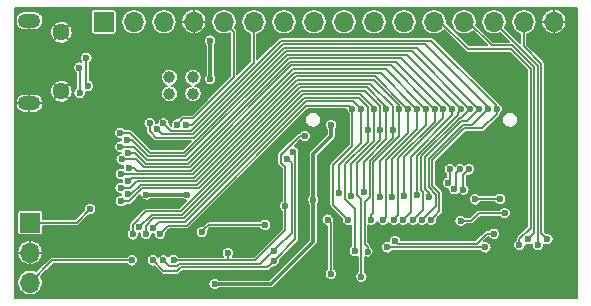
<source format=gbr>
G04 #@! TF.GenerationSoftware,KiCad,Pcbnew,5.1.5*
G04 #@! TF.CreationDate,2020-05-08T23:36:38+02:00*
G04 #@! TF.ProjectId,nucular-keyboard,6e756375-6c61-4722-9d6b-6579626f6172,rev?*
G04 #@! TF.SameCoordinates,Original*
G04 #@! TF.FileFunction,Copper,L2,Bot*
G04 #@! TF.FilePolarity,Positive*
%FSLAX46Y46*%
G04 Gerber Fmt 4.6, Leading zero omitted, Abs format (unit mm)*
G04 Created by KiCad (PCBNEW 5.1.5) date 2020-05-08 23:36:38*
%MOMM*%
%LPD*%
G04 APERTURE LIST*
%ADD10O,1.900000X1.200000*%
%ADD11C,1.450000*%
%ADD12R,1.700000X1.700000*%
%ADD13O,1.700000X1.700000*%
%ADD14C,1.000000*%
%ADD15C,0.600000*%
%ADD16C,0.300000*%
%ADD17C,0.150000*%
G04 APERTURE END LIST*
D10*
X61450000Y-68300000D03*
X61450000Y-61300000D03*
D11*
X64150000Y-67300000D03*
X64150000Y-62300000D03*
D12*
X61500000Y-78400000D03*
D13*
X61500000Y-80940000D03*
X61500000Y-83480000D03*
D12*
X67750000Y-61400000D03*
D13*
X70290000Y-61400000D03*
X72830000Y-61400000D03*
X75370000Y-61400000D03*
X77910000Y-61400000D03*
X80450000Y-61400000D03*
X82990000Y-61400000D03*
X85530000Y-61400000D03*
X88070000Y-61400000D03*
X90610000Y-61400000D03*
X93150000Y-61400000D03*
X95690000Y-61400000D03*
X98230000Y-61400000D03*
X100770000Y-61400000D03*
X103310000Y-61400000D03*
X105850000Y-61400000D03*
D14*
X73300000Y-67500000D03*
X73300000Y-66100000D03*
X75300000Y-66100000D03*
X75300000Y-67500000D03*
D15*
X74775000Y-76024999D03*
X71350000Y-76025000D03*
X76750000Y-63000000D03*
X76750000Y-66249994D03*
X87550000Y-78150000D03*
X84500000Y-76200000D03*
X88050000Y-69500000D03*
X82199980Y-75300000D03*
X83450000Y-70900000D03*
X74080204Y-76880204D03*
X82100000Y-72350000D03*
X100899994Y-81800000D03*
X75249998Y-82850002D03*
X65425006Y-79150000D03*
X68600000Y-68550004D03*
X65400000Y-70100004D03*
X67650000Y-66975000D03*
X68700000Y-79150000D03*
X72699978Y-71900000D03*
X74075000Y-71900000D03*
X77850002Y-65425000D03*
X88000000Y-80850001D03*
X103100000Y-71600000D03*
X76900000Y-79200000D03*
X73449998Y-79200000D03*
X72700000Y-76900000D03*
X78000000Y-77400000D03*
X75199982Y-79200000D03*
X68700000Y-77600000D03*
X105900000Y-71600000D03*
X61600000Y-76800000D03*
X84500000Y-82800000D03*
X98099994Y-77200000D03*
X98100000Y-81800000D03*
X79800000Y-79700000D03*
X66387774Y-66834125D03*
X66264998Y-64450000D03*
X65700004Y-67450000D03*
X65680011Y-65275011D03*
X82125000Y-80774998D03*
X83266207Y-72976041D03*
X72800000Y-81600000D03*
X86700000Y-78150000D03*
X86974990Y-82753765D03*
X105300004Y-79800000D03*
X102932374Y-80290222D03*
X83775000Y-72425000D03*
X82125002Y-81650000D03*
X71900000Y-81600000D03*
X83100000Y-77000000D03*
X73650000Y-81549978D03*
X84750000Y-71075000D03*
X78250000Y-81000010D03*
X103699998Y-79800000D03*
X104500000Y-80300000D03*
X74698472Y-70100010D03*
X73948459Y-70099966D03*
X70100000Y-81600000D03*
X66600004Y-77250000D03*
X89743949Y-75778380D03*
X91674990Y-68800000D03*
X69181341Y-76591766D03*
X92200000Y-70550004D03*
X90075012Y-80850000D03*
X69753761Y-76003761D03*
X90400000Y-78150020D03*
X92750044Y-68800000D03*
X69175918Y-75465979D03*
X91093971Y-76249988D03*
X93500057Y-68800000D03*
X69799994Y-74900000D03*
X91400011Y-78150011D03*
X94250070Y-68800000D03*
X69200000Y-74300011D03*
X92150000Y-76200000D03*
X95000083Y-68800000D03*
X69855659Y-73753746D03*
X92294181Y-78146539D03*
X95750285Y-68800036D03*
X69250000Y-73050000D03*
X93200011Y-76175651D03*
X96500296Y-68799907D03*
X69754512Y-72495036D03*
X93100011Y-78150000D03*
X97250307Y-68800926D03*
X69150000Y-71970026D03*
X94250022Y-76060518D03*
X98000281Y-68793421D03*
X69750000Y-71445016D03*
X93950011Y-78150008D03*
X98750262Y-68800149D03*
X69150000Y-70800000D03*
X95300033Y-76226890D03*
X99500270Y-68797891D03*
X71624990Y-70003747D03*
X94700022Y-78150000D03*
X100250114Y-68813750D03*
X72225953Y-70516031D03*
X95450035Y-78150000D03*
X101000000Y-68800000D03*
X72800000Y-70000000D03*
X96897449Y-75031987D03*
X97050000Y-73900000D03*
X97415115Y-75574981D03*
X97905999Y-73897889D03*
X98655970Y-73890079D03*
X98200000Y-75612968D03*
X99180000Y-76440000D03*
X101310000Y-76399998D03*
X97950000Y-78250000D03*
X101675010Y-77596020D03*
X92425000Y-79975000D03*
X100762317Y-79362317D03*
X100050000Y-80500000D03*
X91750004Y-80500000D03*
X76050000Y-79200000D03*
X81400000Y-78600000D03*
X88400011Y-78149239D03*
X88800000Y-68800000D03*
X72500000Y-79349998D03*
X87664785Y-75896898D03*
X89550011Y-68800013D03*
X71919424Y-78819899D03*
X90099977Y-70550000D03*
X89000002Y-80825000D03*
X71300000Y-79350002D03*
X88714796Y-76176899D03*
X90624978Y-68796593D03*
X70758270Y-78781304D03*
X91149988Y-70550000D03*
X89550000Y-82970000D03*
X70200000Y-79400000D03*
X85474994Y-76451239D03*
X87000002Y-70150000D03*
X77125000Y-83600000D03*
D16*
X74350736Y-76024999D02*
X74775000Y-76024999D01*
X71350000Y-76025000D02*
X71774265Y-76024999D01*
X71774265Y-76024999D02*
X74350736Y-76024999D01*
X76750000Y-66249994D02*
X76750000Y-63000000D01*
X87550000Y-78574264D02*
X87550000Y-78150000D01*
X88000000Y-80850001D02*
X87550000Y-80400001D01*
X87550000Y-80400001D02*
X87550000Y-78574264D01*
X72700000Y-76900000D02*
X74060408Y-76900000D01*
X74060408Y-76900000D02*
X74080204Y-76880204D01*
X98100000Y-81800000D02*
X100899994Y-81800000D01*
X68700000Y-77600000D02*
X68700000Y-79150000D01*
X72699978Y-71900000D02*
X74075000Y-71900000D01*
X75200000Y-78792926D02*
X76592926Y-77400000D01*
X75199982Y-79200000D02*
X75200000Y-79199982D01*
X75200000Y-79199982D02*
X75200000Y-78792926D01*
X75199982Y-79200000D02*
X73449998Y-79200000D01*
X76592926Y-77400000D02*
X77575736Y-77400000D01*
X76592926Y-77400000D02*
X78000000Y-77400000D01*
D17*
X61450000Y-62450000D02*
X61450000Y-61300000D01*
X66264998Y-66711349D02*
X66387774Y-66834125D01*
X66264998Y-64450000D02*
X66264998Y-66711349D01*
X65680011Y-65275011D02*
X65700000Y-65295000D01*
X65700000Y-65295000D02*
X65700000Y-67449996D01*
X65700000Y-67449996D02*
X65700004Y-67450000D01*
X83650002Y-79249996D02*
X82424999Y-80474999D01*
X81825001Y-81074997D02*
X82125000Y-80774998D01*
X80999986Y-81900012D02*
X81825001Y-81074997D01*
X73902001Y-82074979D02*
X74076968Y-81900012D01*
X72800000Y-81600000D02*
X73274979Y-82074979D01*
X74076968Y-81900012D02*
X80999986Y-81900012D01*
X83266207Y-72976041D02*
X83650002Y-73359836D01*
X83650002Y-73359836D02*
X83650002Y-79249996D01*
X82424999Y-80474999D02*
X82125000Y-80774998D01*
X73274979Y-82074979D02*
X73902001Y-82074979D01*
X86974990Y-78424990D02*
X86700000Y-78150000D01*
X86974990Y-82753765D02*
X86974990Y-78424990D01*
X105300004Y-79800000D02*
X104800010Y-79300006D01*
X104800010Y-79300006D02*
X104800010Y-64950010D01*
X104800010Y-64950010D02*
X103310000Y-63460000D01*
X103310000Y-63460000D02*
X103310000Y-61400000D01*
X102932374Y-80290222D02*
X102932374Y-79790622D01*
X102932374Y-79790622D02*
X103899980Y-78823016D01*
X103899980Y-78823016D02*
X103899980Y-65378536D01*
X103899980Y-65378536D02*
X102221454Y-63700010D01*
X102221454Y-63700010D02*
X98550010Y-63700010D01*
X98550010Y-63700010D02*
X96250000Y-61400000D01*
X96250000Y-61400000D02*
X95690000Y-61400000D01*
X83975000Y-72625000D02*
X83775000Y-72425000D01*
X82125002Y-81650000D02*
X83975000Y-79800002D01*
X83975000Y-79800002D02*
X83975000Y-72625000D01*
X71900000Y-81600000D02*
X72800000Y-82500000D01*
X73948557Y-82500000D02*
X74248536Y-82200022D01*
X74248536Y-82200022D02*
X81574980Y-82200022D01*
X81825003Y-81949999D02*
X82125002Y-81650000D01*
X81574980Y-82200022D02*
X81825003Y-81949999D01*
X72800000Y-82500000D02*
X73948557Y-82500000D01*
X79150000Y-81600000D02*
X80550000Y-81600000D01*
X80550000Y-81600000D02*
X83100000Y-79050000D01*
X83100000Y-77424264D02*
X83100000Y-77000000D01*
X83100000Y-79050000D02*
X83100000Y-77424264D01*
X83100000Y-77000000D02*
X83100000Y-73700002D01*
X83100000Y-73700002D02*
X82724998Y-73325000D01*
X82724998Y-73325000D02*
X82724998Y-72675738D01*
X82724998Y-72675738D02*
X84325736Y-71075000D01*
X84325736Y-71075000D02*
X84750000Y-71075000D01*
X77200000Y-81600000D02*
X73700022Y-81600000D01*
X73700022Y-81600000D02*
X73650000Y-81549978D01*
X78250000Y-81600000D02*
X78250000Y-81000010D01*
X77200000Y-81600000D02*
X78250000Y-81600000D01*
X78250000Y-81600000D02*
X79150000Y-81600000D01*
X77200000Y-81600000D02*
X77375000Y-81600000D01*
X79150000Y-81600000D02*
X79074260Y-81600000D01*
X103699998Y-79800000D02*
X103700000Y-79800000D01*
X103700000Y-79800000D02*
X104199991Y-79300009D01*
X104199991Y-65254269D02*
X102345722Y-63400000D01*
X104199991Y-79300009D02*
X104199991Y-65254269D01*
X102345722Y-63400000D02*
X100600000Y-63400000D01*
X100600000Y-63400000D02*
X98600000Y-61400000D01*
X98600000Y-61400000D02*
X98230000Y-61400000D01*
X100770000Y-61400000D02*
X104500000Y-65130000D01*
X104500000Y-65130000D02*
X104500000Y-80300000D01*
X80450000Y-64875000D02*
X75224990Y-70100010D01*
X75122736Y-70100010D02*
X74698472Y-70100010D01*
X75224990Y-70100010D02*
X75122736Y-70100010D01*
X80450000Y-61400000D02*
X80450000Y-64875000D01*
X78759999Y-66115001D02*
X75300000Y-69575000D01*
X75300000Y-69575000D02*
X74475000Y-69575000D01*
X74475000Y-69575000D02*
X73950034Y-70099966D01*
X77910000Y-61400000D02*
X78759999Y-62249999D01*
X78759999Y-62249999D02*
X78759999Y-66115001D01*
X73950034Y-70099966D02*
X73948459Y-70099966D01*
X63380000Y-81600000D02*
X70100000Y-81600000D01*
X61500000Y-83480000D02*
X63380000Y-81600000D01*
X65450004Y-78400000D02*
X66600004Y-77250000D01*
X61500000Y-78400000D02*
X65450004Y-78400000D01*
X89743949Y-75354116D02*
X89743949Y-75778380D01*
X91674990Y-68800000D02*
X91674990Y-71326454D01*
X91674990Y-71326454D02*
X89743949Y-73257495D01*
X89743949Y-73257495D02*
X89743949Y-75354116D01*
X89996530Y-66924978D02*
X91674990Y-68603438D01*
X69908234Y-76591766D02*
X71000003Y-75499997D01*
X71000003Y-75499997D02*
X75778609Y-75499997D01*
X84353627Y-66924978D02*
X89996530Y-66924978D01*
X75778609Y-75499997D02*
X84353627Y-66924978D01*
X69181341Y-76591766D02*
X69908234Y-76591766D01*
X91674990Y-68603438D02*
X91674990Y-68800000D01*
X92200000Y-70974268D02*
X92200000Y-70550004D01*
X89850013Y-80200737D02*
X89850013Y-76626993D01*
X89850013Y-76626993D02*
X90268959Y-76208048D01*
X90075012Y-80850000D02*
X90075012Y-80425736D01*
X90075012Y-80425736D02*
X89850013Y-80200737D01*
X90268959Y-76208048D02*
X90268959Y-73156762D01*
X90268959Y-73156762D02*
X92200000Y-71225721D01*
X92200000Y-71225721D02*
X92200000Y-70974268D01*
X69753761Y-76003761D02*
X70071960Y-76003761D01*
X70071960Y-76003761D02*
X70875735Y-75199986D01*
X70875735Y-75199986D02*
X75654341Y-75199986D01*
X75654341Y-75199986D02*
X84229371Y-66624956D01*
X84229371Y-66624956D02*
X90301992Y-66624956D01*
X90301992Y-66624956D02*
X92200000Y-68522964D01*
X92200000Y-68522964D02*
X92200000Y-70125740D01*
X92200000Y-70125740D02*
X92200000Y-70550004D01*
X92750044Y-71099956D02*
X90568970Y-73281030D01*
X90400000Y-77725756D02*
X90400000Y-78150020D01*
X92750044Y-68800000D02*
X92750044Y-71099956D01*
X90568970Y-73281030D02*
X90568970Y-77556786D01*
X90568970Y-77556786D02*
X90400000Y-77725756D01*
X69175918Y-75465979D02*
X69984021Y-75465979D01*
X69984021Y-75465979D02*
X70550025Y-74899975D01*
X70550025Y-74899975D02*
X75530073Y-74899975D01*
X75530073Y-74899975D02*
X84105103Y-66324945D01*
X84105103Y-66324945D02*
X90600724Y-66324945D01*
X90600724Y-66324945D02*
X92750044Y-68474265D01*
X92750044Y-68474265D02*
X92750044Y-68800000D01*
X91093971Y-75825724D02*
X91093971Y-76249988D01*
X91093971Y-73206029D02*
X91093971Y-75825724D01*
X93500057Y-70799943D02*
X91093971Y-73206029D01*
X93500057Y-68800000D02*
X93500057Y-70799943D01*
X83980835Y-66024934D02*
X90724991Y-66024934D01*
X90724991Y-66024934D02*
X93200058Y-68500001D01*
X69799994Y-74900000D02*
X70100030Y-74599964D01*
X70100030Y-74599964D02*
X75405805Y-74599964D01*
X75405805Y-74599964D02*
X83980835Y-66024934D01*
X93200058Y-68500001D02*
X93500057Y-68800000D01*
X91618981Y-73131019D02*
X91618981Y-77931041D01*
X94250070Y-68800000D02*
X94250070Y-70499930D01*
X94250070Y-70499930D02*
X91618981Y-73131019D01*
X91618981Y-77931041D02*
X91400011Y-78150011D01*
X91174993Y-65724923D02*
X93950071Y-68500001D01*
X93950071Y-68500001D02*
X94250070Y-68800000D01*
X75281537Y-74299953D02*
X83856567Y-65724923D01*
X69200000Y-74300011D02*
X69624264Y-74300011D01*
X69624322Y-74299953D02*
X75281537Y-74299953D01*
X83856567Y-65724923D02*
X91174993Y-65724923D01*
X69624264Y-74300011D02*
X69624322Y-74299953D01*
X95000083Y-70175639D02*
X92150000Y-73025722D01*
X95000083Y-68800000D02*
X95000083Y-70175639D01*
X92150000Y-73025722D02*
X92150000Y-75775736D01*
X92150000Y-75775736D02*
X92150000Y-76200000D01*
X69855659Y-73753746D02*
X70279923Y-73753746D01*
X83732299Y-65424912D02*
X91624995Y-65424912D01*
X91624995Y-65424912D02*
X94700084Y-68500001D01*
X70279923Y-73753746D02*
X70526119Y-73999942D01*
X70526119Y-73999942D02*
X75157269Y-73999942D01*
X75157269Y-73999942D02*
X83732299Y-65424912D01*
X94700084Y-68500001D02*
X95000083Y-68800000D01*
X92675001Y-72924999D02*
X92675001Y-77765719D01*
X95750285Y-69849715D02*
X92675001Y-72924999D01*
X92675001Y-77765719D02*
X92594180Y-77846540D01*
X95750285Y-68800036D02*
X95750285Y-69849715D01*
X92594180Y-77846540D02*
X92294181Y-78146539D01*
X83632854Y-65100077D02*
X92050326Y-65100077D01*
X69250000Y-73050000D02*
X70502884Y-73050000D01*
X75033000Y-73699931D02*
X83632854Y-65100077D01*
X95450286Y-68500037D02*
X95750285Y-68800036D01*
X70502884Y-73050000D02*
X71152815Y-73699931D01*
X71152815Y-73699931D02*
X75033000Y-73699931D01*
X92050326Y-65100077D02*
X95450286Y-68500037D01*
X93200011Y-72851433D02*
X93200011Y-75751387D01*
X96500296Y-68799907D02*
X96500296Y-69551148D01*
X96500296Y-69551148D02*
X93200011Y-72851433D01*
X93200011Y-75751387D02*
X93200011Y-76175651D01*
X71277083Y-73399920D02*
X74908732Y-73399920D01*
X74908732Y-73399920D02*
X83508586Y-64800066D01*
X96200297Y-68499908D02*
X96500296Y-68799907D01*
X69754512Y-72495036D02*
X70372199Y-72495036D01*
X83508586Y-64800066D02*
X92500455Y-64800066D01*
X70372199Y-72495036D02*
X71277083Y-73399920D01*
X92500455Y-64800066D02*
X96200297Y-68499908D01*
X93725012Y-77524999D02*
X93400010Y-77850001D01*
X93725012Y-72807158D02*
X93725012Y-77524999D01*
X97250307Y-68800926D02*
X97250307Y-69281863D01*
X97250307Y-69281863D02*
X93725012Y-72807158D01*
X93400010Y-77850001D02*
X93100011Y-78150000D01*
X70271468Y-71970026D02*
X71401351Y-73099909D01*
X69150000Y-71970026D02*
X70271468Y-71970026D01*
X71401351Y-73099909D02*
X74784464Y-73099909D01*
X96950308Y-68500927D02*
X97250307Y-68800926D01*
X74784464Y-73099909D02*
X83384318Y-64500055D01*
X83384318Y-64500055D02*
X92949436Y-64500055D01*
X92949436Y-64500055D02*
X96950308Y-68500927D01*
X94250022Y-75636254D02*
X94250022Y-76060518D01*
X94250022Y-72726980D02*
X94250022Y-75636254D01*
X97700282Y-69276720D02*
X94250022Y-72726980D01*
X97700282Y-69093420D02*
X97700282Y-69276720D01*
X98000281Y-68793421D02*
X97700282Y-69093420D01*
X71525620Y-72799898D02*
X74660197Y-72799898D01*
X69750000Y-71445016D02*
X70170738Y-71445016D01*
X70170738Y-71445016D02*
X71525620Y-72799898D01*
X74660197Y-72799898D02*
X83260051Y-64200044D01*
X83260051Y-64200044D02*
X93406904Y-64200044D01*
X93406904Y-64200044D02*
X97700282Y-68493422D01*
X97700282Y-68493422D02*
X98000281Y-68793421D01*
X94250010Y-77850009D02*
X93950011Y-78150008D01*
X94775023Y-77324996D02*
X94250010Y-77850009D01*
X94775023Y-75808517D02*
X94775023Y-77324996D01*
X94639967Y-75673461D02*
X94775023Y-75808517D01*
X94639967Y-72761313D02*
X94639967Y-75673461D01*
X97876279Y-69525002D02*
X94639967Y-72761313D01*
X98025409Y-69525002D02*
X97876279Y-69525002D01*
X98750262Y-68800149D02*
X98025409Y-69525002D01*
X74535929Y-72499887D02*
X83135783Y-63900033D01*
X69950000Y-70800000D02*
X71649887Y-72499887D01*
X69150000Y-70800000D02*
X69950000Y-70800000D01*
X71649887Y-72499887D02*
X74535929Y-72499887D01*
X83135783Y-63900033D02*
X93850146Y-63900033D01*
X93850146Y-63900033D02*
X98450263Y-68500150D01*
X98450263Y-68500150D02*
X98750262Y-68800149D01*
X98473139Y-69825022D02*
X98000538Y-69825022D01*
X94939978Y-75538536D02*
X95300033Y-75898591D01*
X99500270Y-68797891D02*
X98473139Y-69825022D01*
X98000538Y-69825022D02*
X94939978Y-72885581D01*
X94939978Y-72885581D02*
X94939978Y-75538536D01*
X95300033Y-75898591D02*
X95300033Y-76226890D01*
X99200271Y-68497892D02*
X99500270Y-68797891D01*
X75386504Y-71225033D02*
X83011515Y-63600022D01*
X71624990Y-70003747D02*
X71624990Y-70674990D01*
X71624990Y-70674990D02*
X72175033Y-71225033D01*
X72175033Y-71225033D02*
X75386504Y-71225033D01*
X83011515Y-63600022D02*
X94302401Y-63600022D01*
X94302401Y-63600022D02*
X99200271Y-68497892D01*
X98938831Y-70125033D02*
X98124806Y-70125033D01*
X95239989Y-75414268D02*
X95850000Y-76024278D01*
X95850000Y-77000022D02*
X95000021Y-77850001D01*
X95000021Y-77850001D02*
X94700022Y-78150000D01*
X100250114Y-68813750D02*
X98938831Y-70125033D01*
X98124806Y-70125033D02*
X95239989Y-73009849D01*
X95239989Y-73009849D02*
X95239989Y-75414268D01*
X95850000Y-76024278D02*
X95850000Y-77000022D01*
X72225953Y-70516031D02*
X72634944Y-70925022D01*
X100250114Y-68600114D02*
X100250114Y-68813750D01*
X72634944Y-70925022D02*
X75262236Y-70925022D01*
X75262236Y-70925022D02*
X82887247Y-63300011D01*
X82887247Y-63300011D02*
X94950011Y-63300011D01*
X94950011Y-63300011D02*
X100250114Y-68600114D01*
X101000000Y-68800000D02*
X101000000Y-69224264D01*
X96150010Y-75900010D02*
X96150010Y-77450025D01*
X95539999Y-73134118D02*
X95539999Y-75290000D01*
X101000000Y-69224264D02*
X99799220Y-70425044D01*
X99799220Y-70425044D02*
X98249074Y-70425044D01*
X98249074Y-70425044D02*
X95539999Y-73134118D01*
X95539999Y-75290000D02*
X96150010Y-75900010D01*
X96150010Y-77450025D02*
X95750034Y-77850001D01*
X95750034Y-77850001D02*
X95450035Y-78150000D01*
X72800000Y-70000000D02*
X73425011Y-70625011D01*
X73425011Y-70625011D02*
X75137968Y-70625011D01*
X75137968Y-70625011D02*
X82762979Y-63000000D01*
X82762979Y-63000000D02*
X95450000Y-63000000D01*
X95450000Y-63000000D02*
X101000000Y-68550000D01*
X101000000Y-68550000D02*
X101000000Y-68800000D01*
X97050000Y-73900000D02*
X97050000Y-74879436D01*
X97050000Y-74879436D02*
X96897449Y-75031987D01*
X97422451Y-75567645D02*
X97415115Y-75574981D01*
X97606000Y-75384096D02*
X97422451Y-75567645D01*
X97905999Y-73897889D02*
X97606000Y-74197888D01*
X97606000Y-74197888D02*
X97606000Y-75384096D01*
X98200000Y-75612968D02*
X98200000Y-74350000D01*
X98200000Y-74350000D02*
X98655970Y-73894030D01*
X98655970Y-73894030D02*
X98655970Y-73890079D01*
X99220002Y-76399998D02*
X99180000Y-76440000D01*
X101310000Y-76399998D02*
X99220002Y-76399998D01*
X101675010Y-77596020D02*
X99503980Y-77596020D01*
X99503980Y-77596020D02*
X98850000Y-78250000D01*
X98850000Y-78250000D02*
X97950000Y-78250000D01*
X92425000Y-79975000D02*
X92450000Y-79975000D01*
X92450000Y-79975000D02*
X92674990Y-80199990D01*
X92674990Y-80199990D02*
X99325010Y-80199990D01*
X99325010Y-80199990D02*
X100162683Y-79362317D01*
X100162683Y-79362317D02*
X100762317Y-79362317D01*
X100050000Y-80500000D02*
X91750004Y-80500000D01*
X76349999Y-78900001D02*
X76050000Y-79200000D01*
X76650000Y-78600000D02*
X76349999Y-78900001D01*
X81400000Y-78600000D02*
X76650000Y-78600000D01*
X87139784Y-76889012D02*
X88100012Y-77849240D01*
X87139784Y-75644897D02*
X87139784Y-76889012D01*
X88800000Y-68800000D02*
X88800000Y-71900000D01*
X87140530Y-73559470D02*
X87140530Y-75644151D01*
X88800000Y-71900000D02*
X87140530Y-73559470D01*
X87140530Y-75644151D02*
X87139784Y-75644897D01*
X88100012Y-77849240D02*
X88400011Y-78149239D01*
X73199954Y-78650044D02*
X74749956Y-78650044D01*
X84899999Y-68500001D02*
X88500001Y-68500001D01*
X74749956Y-78650044D02*
X84899999Y-68500001D01*
X88500001Y-68500001D02*
X88800000Y-68800000D01*
X72500000Y-79349998D02*
X73199954Y-78650044D01*
X87664785Y-75472634D02*
X87664785Y-75896898D01*
X89550011Y-68800013D02*
X89550011Y-71649989D01*
X89550011Y-71649989D02*
X87664785Y-73535215D01*
X87664785Y-73535215D02*
X87664785Y-75472634D01*
X74625689Y-78350033D02*
X84850699Y-68125022D01*
X88875020Y-68125022D02*
X89250012Y-68500014D01*
X89250012Y-68500014D02*
X89550011Y-68800013D01*
X72389290Y-78350033D02*
X74625689Y-78350033D01*
X84850699Y-68125022D02*
X88875020Y-68125022D01*
X71919424Y-78819899D02*
X72389290Y-78350033D01*
X89000002Y-77239107D02*
X88189795Y-76428900D01*
X90099977Y-70974264D02*
X90099977Y-70550000D01*
X89000002Y-80825000D02*
X89000002Y-77239107D01*
X88189795Y-76428900D02*
X88189795Y-73460205D01*
X88189795Y-73460205D02*
X90099977Y-71550023D01*
X90099977Y-71550023D02*
X90099977Y-70974264D01*
X84726431Y-67825011D02*
X89352013Y-67825011D01*
X90099977Y-70125736D02*
X90099977Y-70550000D01*
X90099977Y-68572975D02*
X90099977Y-70125736D01*
X71300000Y-79350002D02*
X71300000Y-78663852D01*
X71913830Y-78050022D02*
X74501421Y-78050022D01*
X89352013Y-67825011D02*
X90099977Y-68572975D01*
X71300000Y-78663852D02*
X71913830Y-78050022D01*
X74501421Y-78050022D02*
X84726431Y-67825011D01*
X88714796Y-73436648D02*
X88714796Y-75752635D01*
X90624978Y-68796593D02*
X90624978Y-71526466D01*
X90624978Y-71526466D02*
X88714796Y-73436648D01*
X88714796Y-75752635D02*
X88714796Y-76176899D01*
X84602163Y-67525000D02*
X89476281Y-67525000D01*
X71789563Y-77750011D02*
X74377153Y-77750011D01*
X89476281Y-67525000D02*
X90624978Y-68673697D01*
X70758270Y-78781304D02*
X71789563Y-77750011D01*
X74377153Y-77750011D02*
X84602163Y-67525000D01*
X90624978Y-68673697D02*
X90624978Y-68796593D01*
X91149988Y-70974264D02*
X91149988Y-70550000D01*
X89550000Y-82970000D02*
X89550000Y-76361433D01*
X89218948Y-76030381D02*
X89218948Y-73356774D01*
X91149988Y-71425734D02*
X91149988Y-70974264D01*
X89550000Y-76361433D02*
X89218948Y-76030381D01*
X89218948Y-73356774D02*
X91149988Y-71425734D01*
X84477895Y-67224989D02*
X89826979Y-67224989D01*
X74252885Y-77450000D02*
X84477895Y-67224989D01*
X89826979Y-67224989D02*
X91149988Y-68547998D01*
X70200000Y-78572138D02*
X71322138Y-77450000D01*
X91149988Y-70125736D02*
X91149988Y-70550000D01*
X91149988Y-68547998D02*
X91149988Y-70125736D01*
X71322138Y-77450000D02*
X74252885Y-77450000D01*
X70200000Y-79400000D02*
X70200000Y-78572138D01*
D16*
X85474994Y-72615006D02*
X85474994Y-76451239D01*
X77125000Y-83600000D02*
X81900000Y-83600000D01*
X81900000Y-83600000D02*
X85474994Y-80025006D01*
X85474994Y-80025006D02*
X85474994Y-76875503D01*
X85474994Y-76875503D02*
X85474994Y-76451239D01*
X87000002Y-70150000D02*
X87000002Y-71089998D01*
X87000002Y-71089998D02*
X85474994Y-72615006D01*
D17*
G36*
X107774501Y-84770000D02*
G01*
X60225500Y-84770000D01*
X60225500Y-83374122D01*
X60425000Y-83374122D01*
X60425000Y-83585878D01*
X60466312Y-83793566D01*
X60547348Y-83989203D01*
X60664993Y-84165272D01*
X60814728Y-84315007D01*
X60990797Y-84432652D01*
X61186434Y-84513688D01*
X61394122Y-84555000D01*
X61605878Y-84555000D01*
X61813566Y-84513688D01*
X62009203Y-84432652D01*
X62185272Y-84315007D01*
X62335007Y-84165272D01*
X62452652Y-83989203D01*
X62533688Y-83793566D01*
X62575000Y-83585878D01*
X62575000Y-83548292D01*
X76600000Y-83548292D01*
X76600000Y-83651708D01*
X76620176Y-83753137D01*
X76659751Y-83848681D01*
X76717206Y-83934668D01*
X76790332Y-84007794D01*
X76876319Y-84065249D01*
X76971863Y-84104824D01*
X77073292Y-84125000D01*
X77176708Y-84125000D01*
X77278137Y-84104824D01*
X77373681Y-84065249D01*
X77459668Y-84007794D01*
X77492462Y-83975000D01*
X81881584Y-83975000D01*
X81900000Y-83976814D01*
X81918416Y-83975000D01*
X81918419Y-83975000D01*
X81973513Y-83969574D01*
X82044200Y-83948131D01*
X82109347Y-83913309D01*
X82166448Y-83866448D01*
X82178195Y-83852134D01*
X85727134Y-80303196D01*
X85741442Y-80291454D01*
X85788303Y-80234353D01*
X85823125Y-80169206D01*
X85844568Y-80098519D01*
X85849994Y-80043425D01*
X85849994Y-80043423D01*
X85851808Y-80025007D01*
X85849994Y-80006591D01*
X85849994Y-78098292D01*
X86175000Y-78098292D01*
X86175000Y-78201708D01*
X86195176Y-78303137D01*
X86234751Y-78398681D01*
X86292206Y-78484668D01*
X86365332Y-78557794D01*
X86451319Y-78615249D01*
X86546863Y-78654824D01*
X86648292Y-78675000D01*
X86674991Y-78675000D01*
X86674990Y-82322806D01*
X86640322Y-82345971D01*
X86567196Y-82419097D01*
X86509741Y-82505084D01*
X86470166Y-82600628D01*
X86449990Y-82702057D01*
X86449990Y-82805473D01*
X86470166Y-82906902D01*
X86509741Y-83002446D01*
X86567196Y-83088433D01*
X86640322Y-83161559D01*
X86726309Y-83219014D01*
X86821853Y-83258589D01*
X86923282Y-83278765D01*
X87026698Y-83278765D01*
X87128127Y-83258589D01*
X87223671Y-83219014D01*
X87309658Y-83161559D01*
X87382784Y-83088433D01*
X87440239Y-83002446D01*
X87479814Y-82906902D01*
X87499990Y-82805473D01*
X87499990Y-82702057D01*
X87479814Y-82600628D01*
X87440239Y-82505084D01*
X87382784Y-82419097D01*
X87309658Y-82345971D01*
X87274990Y-82322806D01*
X87274990Y-78439720D01*
X87276441Y-78424990D01*
X87274990Y-78410257D01*
X87270649Y-78366180D01*
X87253494Y-78309630D01*
X87250028Y-78303145D01*
X87225637Y-78257512D01*
X87216189Y-78246000D01*
X87225000Y-78201708D01*
X87225000Y-78098292D01*
X87204824Y-77996863D01*
X87165249Y-77901319D01*
X87107794Y-77815332D01*
X87034668Y-77742206D01*
X86948681Y-77684751D01*
X86853137Y-77645176D01*
X86751708Y-77625000D01*
X86648292Y-77625000D01*
X86546863Y-77645176D01*
X86451319Y-77684751D01*
X86365332Y-77742206D01*
X86292206Y-77815332D01*
X86234751Y-77901319D01*
X86195176Y-77996863D01*
X86175000Y-78098292D01*
X85849994Y-78098292D01*
X85849994Y-76818701D01*
X85882788Y-76785907D01*
X85940243Y-76699920D01*
X85979818Y-76604376D01*
X85999994Y-76502947D01*
X85999994Y-76399531D01*
X85979818Y-76298102D01*
X85940243Y-76202558D01*
X85882788Y-76116571D01*
X85849994Y-76083777D01*
X85849994Y-72770335D01*
X87252141Y-71368189D01*
X87266450Y-71356446D01*
X87313311Y-71299345D01*
X87348133Y-71234198D01*
X87369576Y-71163511D01*
X87375002Y-71108417D01*
X87375002Y-71108414D01*
X87376816Y-71089998D01*
X87375002Y-71071582D01*
X87375002Y-70517462D01*
X87407796Y-70484668D01*
X87465251Y-70398681D01*
X87504826Y-70303137D01*
X87525002Y-70201708D01*
X87525002Y-70098292D01*
X87504826Y-69996863D01*
X87465251Y-69901319D01*
X87407796Y-69815332D01*
X87334670Y-69742206D01*
X87248683Y-69684751D01*
X87153139Y-69645176D01*
X87051710Y-69625000D01*
X86948294Y-69625000D01*
X86846865Y-69645176D01*
X86751321Y-69684751D01*
X86665334Y-69742206D01*
X86592208Y-69815332D01*
X86534753Y-69901319D01*
X86495178Y-69996863D01*
X86475002Y-70098292D01*
X86475002Y-70201708D01*
X86495178Y-70303137D01*
X86534753Y-70398681D01*
X86592208Y-70484668D01*
X86625002Y-70517462D01*
X86625003Y-70934667D01*
X85222860Y-72336811D01*
X85208546Y-72348558D01*
X85161685Y-72405660D01*
X85126863Y-72470807D01*
X85105420Y-72541494D01*
X85101221Y-72584130D01*
X85098180Y-72615006D01*
X85099994Y-72633422D01*
X85099995Y-76083776D01*
X85067200Y-76116571D01*
X85009745Y-76202558D01*
X84970170Y-76298102D01*
X84949994Y-76399531D01*
X84949994Y-76502947D01*
X84970170Y-76604376D01*
X85009745Y-76699920D01*
X85067200Y-76785907D01*
X85099994Y-76818701D01*
X85099994Y-76893921D01*
X85099995Y-76893931D01*
X85099994Y-79869676D01*
X81744671Y-83225000D01*
X77492462Y-83225000D01*
X77459668Y-83192206D01*
X77373681Y-83134751D01*
X77278137Y-83095176D01*
X77176708Y-83075000D01*
X77073292Y-83075000D01*
X76971863Y-83095176D01*
X76876319Y-83134751D01*
X76790332Y-83192206D01*
X76717206Y-83265332D01*
X76659751Y-83351319D01*
X76620176Y-83446863D01*
X76600000Y-83548292D01*
X62575000Y-83548292D01*
X62575000Y-83374122D01*
X62533688Y-83166434D01*
X62452652Y-82970797D01*
X62444967Y-82959296D01*
X63504264Y-81900000D01*
X69669041Y-81900000D01*
X69692206Y-81934668D01*
X69765332Y-82007794D01*
X69851319Y-82065249D01*
X69946863Y-82104824D01*
X70048292Y-82125000D01*
X70151708Y-82125000D01*
X70253137Y-82104824D01*
X70348681Y-82065249D01*
X70434668Y-82007794D01*
X70507794Y-81934668D01*
X70565249Y-81848681D01*
X70604824Y-81753137D01*
X70625000Y-81651708D01*
X70625000Y-81548292D01*
X71375000Y-81548292D01*
X71375000Y-81651708D01*
X71395176Y-81753137D01*
X71434751Y-81848681D01*
X71492206Y-81934668D01*
X71565332Y-82007794D01*
X71651319Y-82065249D01*
X71746863Y-82104824D01*
X71848292Y-82125000D01*
X71951708Y-82125000D01*
X71992602Y-82116865D01*
X72577451Y-82701715D01*
X72586842Y-82713158D01*
X72598285Y-82722549D01*
X72632522Y-82750647D01*
X72660379Y-82765536D01*
X72684640Y-82778504D01*
X72741190Y-82795659D01*
X72785267Y-82800000D01*
X72785276Y-82800000D01*
X72799999Y-82801450D01*
X72814722Y-82800000D01*
X73933834Y-82800000D01*
X73948557Y-82801450D01*
X73963280Y-82800000D01*
X73963290Y-82800000D01*
X74007367Y-82795659D01*
X74063917Y-82778504D01*
X74116034Y-82750647D01*
X74161715Y-82713158D01*
X74171110Y-82701711D01*
X74372799Y-82500022D01*
X81560257Y-82500022D01*
X81574980Y-82501472D01*
X81589703Y-82500022D01*
X81589713Y-82500022D01*
X81633790Y-82495681D01*
X81690340Y-82478526D01*
X81742457Y-82450669D01*
X81788138Y-82413180D01*
X81797533Y-82401732D01*
X82032400Y-82166866D01*
X82073294Y-82175000D01*
X82176710Y-82175000D01*
X82278139Y-82154824D01*
X82373683Y-82115249D01*
X82459670Y-82057794D01*
X82532796Y-81984668D01*
X82590251Y-81898681D01*
X82629826Y-81803137D01*
X82650002Y-81701708D01*
X82650002Y-81598292D01*
X82641867Y-81557398D01*
X84176717Y-80022549D01*
X84188158Y-80013160D01*
X84209765Y-79986832D01*
X84225647Y-79967480D01*
X84249831Y-79922234D01*
X84253504Y-79915362D01*
X84270659Y-79858812D01*
X84275000Y-79814735D01*
X84275000Y-79814726D01*
X84276450Y-79800003D01*
X84275000Y-79785280D01*
X84275000Y-72639730D01*
X84276451Y-72625000D01*
X84273810Y-72598184D01*
X84273370Y-72593718D01*
X84279824Y-72578137D01*
X84300000Y-72476708D01*
X84300000Y-72373292D01*
X84279824Y-72271863D01*
X84240249Y-72176319D01*
X84182794Y-72090332D01*
X84109668Y-72017206D01*
X84023681Y-71959751D01*
X83928137Y-71920176D01*
X83908692Y-71916308D01*
X84378769Y-71446231D01*
X84415332Y-71482794D01*
X84501319Y-71540249D01*
X84596863Y-71579824D01*
X84698292Y-71600000D01*
X84801708Y-71600000D01*
X84903137Y-71579824D01*
X84998681Y-71540249D01*
X85084668Y-71482794D01*
X85157794Y-71409668D01*
X85215249Y-71323681D01*
X85254824Y-71228137D01*
X85275000Y-71126708D01*
X85275000Y-71023292D01*
X85254824Y-70921863D01*
X85215249Y-70826319D01*
X85157794Y-70740332D01*
X85084668Y-70667206D01*
X84998681Y-70609751D01*
X84903137Y-70570176D01*
X84801708Y-70550000D01*
X84698292Y-70550000D01*
X84596863Y-70570176D01*
X84501319Y-70609751D01*
X84415332Y-70667206D01*
X84342206Y-70740332D01*
X84319607Y-70774154D01*
X84311012Y-70775000D01*
X84311003Y-70775000D01*
X84266926Y-70779341D01*
X84210376Y-70796496D01*
X84186115Y-70809464D01*
X84158258Y-70824353D01*
X84125235Y-70851455D01*
X84112578Y-70861842D01*
X84103187Y-70873285D01*
X82523283Y-72453190D01*
X82511841Y-72462580D01*
X82502450Y-72474023D01*
X82502449Y-72474024D01*
X82474351Y-72508261D01*
X82446495Y-72560378D01*
X82429340Y-72616928D01*
X82423548Y-72675738D01*
X82424999Y-72690471D01*
X82424998Y-73310277D01*
X82423548Y-73325000D01*
X82424998Y-73339723D01*
X82424998Y-73339732D01*
X82429339Y-73383809D01*
X82446494Y-73440359D01*
X82457102Y-73460205D01*
X82474351Y-73492477D01*
X82484682Y-73505065D01*
X82511840Y-73538158D01*
X82523288Y-73547553D01*
X82800001Y-73824267D01*
X82800000Y-76569041D01*
X82765332Y-76592206D01*
X82692206Y-76665332D01*
X82634751Y-76751319D01*
X82595176Y-76846863D01*
X82575000Y-76948292D01*
X82575000Y-77051708D01*
X82595176Y-77153137D01*
X82634751Y-77248681D01*
X82692206Y-77334668D01*
X82765332Y-77407794D01*
X82800000Y-77430959D01*
X82800000Y-77438996D01*
X82800001Y-77439006D01*
X82800000Y-78925736D01*
X80425737Y-81300000D01*
X78680965Y-81300000D01*
X78715249Y-81248691D01*
X78754824Y-81153147D01*
X78775000Y-81051718D01*
X78775000Y-80948302D01*
X78754824Y-80846873D01*
X78715249Y-80751329D01*
X78657794Y-80665342D01*
X78584668Y-80592216D01*
X78498681Y-80534761D01*
X78403137Y-80495186D01*
X78301708Y-80475010D01*
X78198292Y-80475010D01*
X78096863Y-80495186D01*
X78001319Y-80534761D01*
X77915332Y-80592216D01*
X77842206Y-80665342D01*
X77784751Y-80751329D01*
X77745176Y-80846873D01*
X77725000Y-80948302D01*
X77725000Y-81051718D01*
X77745176Y-81153147D01*
X77784751Y-81248691D01*
X77819035Y-81300000D01*
X74114382Y-81300000D01*
X74057794Y-81215310D01*
X73984668Y-81142184D01*
X73898681Y-81084729D01*
X73803137Y-81045154D01*
X73701708Y-81024978D01*
X73598292Y-81024978D01*
X73496863Y-81045154D01*
X73401319Y-81084729D01*
X73315332Y-81142184D01*
X73242206Y-81215310D01*
X73208288Y-81266071D01*
X73207794Y-81265332D01*
X73134668Y-81192206D01*
X73048681Y-81134751D01*
X72953137Y-81095176D01*
X72851708Y-81075000D01*
X72748292Y-81075000D01*
X72646863Y-81095176D01*
X72551319Y-81134751D01*
X72465332Y-81192206D01*
X72392206Y-81265332D01*
X72350000Y-81328497D01*
X72307794Y-81265332D01*
X72234668Y-81192206D01*
X72148681Y-81134751D01*
X72053137Y-81095176D01*
X71951708Y-81075000D01*
X71848292Y-81075000D01*
X71746863Y-81095176D01*
X71651319Y-81134751D01*
X71565332Y-81192206D01*
X71492206Y-81265332D01*
X71434751Y-81351319D01*
X71395176Y-81446863D01*
X71375000Y-81548292D01*
X70625000Y-81548292D01*
X70604824Y-81446863D01*
X70565249Y-81351319D01*
X70507794Y-81265332D01*
X70434668Y-81192206D01*
X70348681Y-81134751D01*
X70253137Y-81095176D01*
X70151708Y-81075000D01*
X70048292Y-81075000D01*
X69946863Y-81095176D01*
X69851319Y-81134751D01*
X69765332Y-81192206D01*
X69692206Y-81265332D01*
X69669041Y-81300000D01*
X63394719Y-81300000D01*
X63379999Y-81298550D01*
X63365279Y-81300000D01*
X63365267Y-81300000D01*
X63321190Y-81304341D01*
X63264640Y-81321496D01*
X63240379Y-81334464D01*
X63212522Y-81349353D01*
X63205856Y-81354824D01*
X63166842Y-81386842D01*
X63157451Y-81398285D01*
X62020704Y-82535033D01*
X62009203Y-82527348D01*
X61813566Y-82446312D01*
X61605878Y-82405000D01*
X61394122Y-82405000D01*
X61186434Y-82446312D01*
X60990797Y-82527348D01*
X60814728Y-82644993D01*
X60664993Y-82794728D01*
X60547348Y-82970797D01*
X60466312Y-83166434D01*
X60425000Y-83374122D01*
X60225500Y-83374122D01*
X60225500Y-81113104D01*
X60439029Y-81113104D01*
X60453546Y-81186089D01*
X60521663Y-81385514D01*
X60627377Y-81567818D01*
X60766625Y-81725995D01*
X60934057Y-81853967D01*
X61123237Y-81946815D01*
X61326896Y-82000972D01*
X61495000Y-81958739D01*
X61495000Y-80945000D01*
X61505000Y-80945000D01*
X61505000Y-81958739D01*
X61673104Y-82000972D01*
X61876763Y-81946815D01*
X62065943Y-81853967D01*
X62233375Y-81725995D01*
X62372623Y-81567818D01*
X62478337Y-81385514D01*
X62546454Y-81186089D01*
X62560971Y-81113104D01*
X62518738Y-80945000D01*
X61505000Y-80945000D01*
X61495000Y-80945000D01*
X60481262Y-80945000D01*
X60439029Y-81113104D01*
X60225500Y-81113104D01*
X60225500Y-80766896D01*
X60439029Y-80766896D01*
X60481262Y-80935000D01*
X61495000Y-80935000D01*
X61495000Y-79921261D01*
X61505000Y-79921261D01*
X61505000Y-80935000D01*
X62518738Y-80935000D01*
X62560971Y-80766896D01*
X62546454Y-80693911D01*
X62478337Y-80494486D01*
X62372623Y-80312182D01*
X62233375Y-80154005D01*
X62065943Y-80026033D01*
X61876763Y-79933185D01*
X61673104Y-79879028D01*
X61505000Y-79921261D01*
X61495000Y-79921261D01*
X61326896Y-79879028D01*
X61123237Y-79933185D01*
X60934057Y-80026033D01*
X60766625Y-80154005D01*
X60627377Y-80312182D01*
X60521663Y-80494486D01*
X60453546Y-80693911D01*
X60439029Y-80766896D01*
X60225500Y-80766896D01*
X60225500Y-77550000D01*
X60423912Y-77550000D01*
X60423912Y-79250000D01*
X60428256Y-79294108D01*
X60441122Y-79336520D01*
X60462015Y-79375608D01*
X60490132Y-79409868D01*
X60524392Y-79437985D01*
X60563480Y-79458878D01*
X60605892Y-79471744D01*
X60650000Y-79476088D01*
X62350000Y-79476088D01*
X62394108Y-79471744D01*
X62436520Y-79458878D01*
X62475608Y-79437985D01*
X62509868Y-79409868D01*
X62537985Y-79375608D01*
X62558878Y-79336520D01*
X62571744Y-79294108D01*
X62576088Y-79250000D01*
X62576088Y-78700000D01*
X65435281Y-78700000D01*
X65450004Y-78701450D01*
X65464727Y-78700000D01*
X65464737Y-78700000D01*
X65508814Y-78695659D01*
X65565364Y-78678504D01*
X65617481Y-78650647D01*
X65663162Y-78613158D01*
X65672557Y-78601710D01*
X66507402Y-77766866D01*
X66548296Y-77775000D01*
X66651712Y-77775000D01*
X66753141Y-77754824D01*
X66848685Y-77715249D01*
X66934672Y-77657794D01*
X67007798Y-77584668D01*
X67065253Y-77498681D01*
X67104828Y-77403137D01*
X67125004Y-77301708D01*
X67125004Y-77198292D01*
X67104828Y-77096863D01*
X67065253Y-77001319D01*
X67007798Y-76915332D01*
X66934672Y-76842206D01*
X66848685Y-76784751D01*
X66753141Y-76745176D01*
X66651712Y-76725000D01*
X66548296Y-76725000D01*
X66446867Y-76745176D01*
X66351323Y-76784751D01*
X66265336Y-76842206D01*
X66192210Y-76915332D01*
X66134755Y-77001319D01*
X66095180Y-77096863D01*
X66075004Y-77198292D01*
X66075004Y-77301708D01*
X66083138Y-77342602D01*
X65325741Y-78100000D01*
X62576088Y-78100000D01*
X62576088Y-77550000D01*
X62571744Y-77505892D01*
X62558878Y-77463480D01*
X62537985Y-77424392D01*
X62509868Y-77390132D01*
X62475608Y-77362015D01*
X62436520Y-77341122D01*
X62394108Y-77328256D01*
X62350000Y-77323912D01*
X60650000Y-77323912D01*
X60605892Y-77328256D01*
X60563480Y-77341122D01*
X60524392Y-77362015D01*
X60490132Y-77390132D01*
X60462015Y-77424392D01*
X60441122Y-77463480D01*
X60428256Y-77505892D01*
X60423912Y-77550000D01*
X60225500Y-77550000D01*
X60225500Y-70748292D01*
X68625000Y-70748292D01*
X68625000Y-70851708D01*
X68645176Y-70953137D01*
X68684751Y-71048681D01*
X68742206Y-71134668D01*
X68815332Y-71207794D01*
X68901319Y-71265249D01*
X68996863Y-71304824D01*
X69098292Y-71325000D01*
X69201708Y-71325000D01*
X69240107Y-71317362D01*
X69225000Y-71393308D01*
X69225000Y-71449659D01*
X69201708Y-71445026D01*
X69098292Y-71445026D01*
X68996863Y-71465202D01*
X68901319Y-71504777D01*
X68815332Y-71562232D01*
X68742206Y-71635358D01*
X68684751Y-71721345D01*
X68645176Y-71816889D01*
X68625000Y-71918318D01*
X68625000Y-72021734D01*
X68645176Y-72123163D01*
X68684751Y-72218707D01*
X68742206Y-72304694D01*
X68815332Y-72377820D01*
X68901319Y-72435275D01*
X68996863Y-72474850D01*
X69098292Y-72495026D01*
X69201708Y-72495026D01*
X69229512Y-72489495D01*
X69229512Y-72525000D01*
X69198292Y-72525000D01*
X69096863Y-72545176D01*
X69001319Y-72584751D01*
X68915332Y-72642206D01*
X68842206Y-72715332D01*
X68784751Y-72801319D01*
X68745176Y-72896863D01*
X68725000Y-72998292D01*
X68725000Y-73101708D01*
X68745176Y-73203137D01*
X68784751Y-73298681D01*
X68842206Y-73384668D01*
X68915332Y-73457794D01*
X69001319Y-73515249D01*
X69096863Y-73554824D01*
X69198292Y-73575000D01*
X69301708Y-73575000D01*
X69366806Y-73562051D01*
X69350835Y-73600609D01*
X69330659Y-73702038D01*
X69330659Y-73790716D01*
X69251708Y-73775011D01*
X69148292Y-73775011D01*
X69046863Y-73795187D01*
X68951319Y-73834762D01*
X68865332Y-73892217D01*
X68792206Y-73965343D01*
X68734751Y-74051330D01*
X68695176Y-74146874D01*
X68675000Y-74248303D01*
X68675000Y-74351719D01*
X68695176Y-74453148D01*
X68734751Y-74548692D01*
X68792206Y-74634679D01*
X68865332Y-74707805D01*
X68951319Y-74765260D01*
X69046863Y-74804835D01*
X69148292Y-74825011D01*
X69251708Y-74825011D01*
X69280775Y-74819229D01*
X69274994Y-74848292D01*
X69274994Y-74950401D01*
X69227626Y-74940979D01*
X69124210Y-74940979D01*
X69022781Y-74961155D01*
X68927237Y-75000730D01*
X68841250Y-75058185D01*
X68768124Y-75131311D01*
X68710669Y-75217298D01*
X68671094Y-75312842D01*
X68650918Y-75414271D01*
X68650918Y-75517687D01*
X68671094Y-75619116D01*
X68710669Y-75714660D01*
X68768124Y-75800647D01*
X68841250Y-75873773D01*
X68927237Y-75931228D01*
X69022781Y-75970803D01*
X69124210Y-75990979D01*
X69227626Y-75990979D01*
X69228761Y-75990753D01*
X69228761Y-76055469D01*
X69231008Y-76066766D01*
X69129633Y-76066766D01*
X69028204Y-76086942D01*
X68932660Y-76126517D01*
X68846673Y-76183972D01*
X68773547Y-76257098D01*
X68716092Y-76343085D01*
X68676517Y-76438629D01*
X68656341Y-76540058D01*
X68656341Y-76643474D01*
X68676517Y-76744903D01*
X68716092Y-76840447D01*
X68773547Y-76926434D01*
X68846673Y-76999560D01*
X68932660Y-77057015D01*
X69028204Y-77096590D01*
X69129633Y-77116766D01*
X69233049Y-77116766D01*
X69334478Y-77096590D01*
X69430022Y-77057015D01*
X69516009Y-76999560D01*
X69589135Y-76926434D01*
X69612300Y-76891766D01*
X69893511Y-76891766D01*
X69908234Y-76893216D01*
X69922957Y-76891766D01*
X69922967Y-76891766D01*
X69967044Y-76887425D01*
X70023594Y-76870270D01*
X70075711Y-76842413D01*
X70121392Y-76804924D01*
X70130787Y-76793476D01*
X70828742Y-76095521D01*
X70845176Y-76178137D01*
X70884751Y-76273681D01*
X70942206Y-76359668D01*
X71015332Y-76432794D01*
X71101319Y-76490249D01*
X71196863Y-76529824D01*
X71298292Y-76550000D01*
X71401708Y-76550000D01*
X71503137Y-76529824D01*
X71598681Y-76490249D01*
X71684668Y-76432794D01*
X71717464Y-76399998D01*
X71755837Y-76399998D01*
X71755846Y-76399999D01*
X74407538Y-76399999D01*
X74440332Y-76432793D01*
X74526319Y-76490248D01*
X74621863Y-76529823D01*
X74723292Y-76549999D01*
X74728623Y-76549999D01*
X74128622Y-77150000D01*
X71336868Y-77150000D01*
X71322138Y-77148549D01*
X71307408Y-77150000D01*
X71307405Y-77150000D01*
X71263328Y-77154341D01*
X71220030Y-77167476D01*
X71206777Y-77171496D01*
X71154660Y-77199353D01*
X71125178Y-77223549D01*
X71108980Y-77236842D01*
X71099589Y-77248285D01*
X69998285Y-78349590D01*
X69986843Y-78358980D01*
X69977452Y-78370423D01*
X69977451Y-78370424D01*
X69949353Y-78404661D01*
X69921497Y-78456778D01*
X69904342Y-78513328D01*
X69898550Y-78572138D01*
X69900001Y-78586871D01*
X69900001Y-78969041D01*
X69865332Y-78992206D01*
X69792206Y-79065332D01*
X69734751Y-79151319D01*
X69695176Y-79246863D01*
X69675000Y-79348292D01*
X69675000Y-79451708D01*
X69695176Y-79553137D01*
X69734751Y-79648681D01*
X69792206Y-79734668D01*
X69865332Y-79807794D01*
X69951319Y-79865249D01*
X70046863Y-79904824D01*
X70148292Y-79925000D01*
X70251708Y-79925000D01*
X70353137Y-79904824D01*
X70448681Y-79865249D01*
X70534668Y-79807794D01*
X70607794Y-79734668D01*
X70665249Y-79648681D01*
X70704824Y-79553137D01*
X70725000Y-79451708D01*
X70725000Y-79348292D01*
X70716648Y-79306304D01*
X70775000Y-79306304D01*
X70775000Y-79401710D01*
X70795176Y-79503139D01*
X70834751Y-79598683D01*
X70892206Y-79684670D01*
X70965332Y-79757796D01*
X71051319Y-79815251D01*
X71146863Y-79854826D01*
X71248292Y-79875002D01*
X71351708Y-79875002D01*
X71453137Y-79854826D01*
X71548681Y-79815251D01*
X71634668Y-79757796D01*
X71707794Y-79684670D01*
X71765249Y-79598683D01*
X71804824Y-79503139D01*
X71825000Y-79401710D01*
X71825000Y-79336402D01*
X71867716Y-79344899D01*
X71971132Y-79344899D01*
X71975000Y-79344130D01*
X71975000Y-79401706D01*
X71995176Y-79503135D01*
X72034751Y-79598679D01*
X72092206Y-79684666D01*
X72165332Y-79757792D01*
X72251319Y-79815247D01*
X72346863Y-79854822D01*
X72448292Y-79874998D01*
X72551708Y-79874998D01*
X72653137Y-79854822D01*
X72748681Y-79815247D01*
X72834668Y-79757792D01*
X72907794Y-79684666D01*
X72965249Y-79598679D01*
X73004824Y-79503135D01*
X73025000Y-79401706D01*
X73025000Y-79298290D01*
X73016865Y-79257396D01*
X73125969Y-79148292D01*
X75525000Y-79148292D01*
X75525000Y-79251708D01*
X75545176Y-79353137D01*
X75584751Y-79448681D01*
X75642206Y-79534668D01*
X75715332Y-79607794D01*
X75801319Y-79665249D01*
X75896863Y-79704824D01*
X75998292Y-79725000D01*
X76101708Y-79725000D01*
X76203137Y-79704824D01*
X76298681Y-79665249D01*
X76384668Y-79607794D01*
X76457794Y-79534668D01*
X76515249Y-79448681D01*
X76554824Y-79353137D01*
X76575000Y-79251708D01*
X76575000Y-79148292D01*
X76566866Y-79107398D01*
X76572549Y-79101715D01*
X76572553Y-79101710D01*
X76774264Y-78900000D01*
X80969041Y-78900000D01*
X80992206Y-78934668D01*
X81065332Y-79007794D01*
X81151319Y-79065249D01*
X81246863Y-79104824D01*
X81348292Y-79125000D01*
X81451708Y-79125000D01*
X81553137Y-79104824D01*
X81648681Y-79065249D01*
X81734668Y-79007794D01*
X81807794Y-78934668D01*
X81865249Y-78848681D01*
X81904824Y-78753137D01*
X81925000Y-78651708D01*
X81925000Y-78548292D01*
X81904824Y-78446863D01*
X81865249Y-78351319D01*
X81807794Y-78265332D01*
X81734668Y-78192206D01*
X81648681Y-78134751D01*
X81553137Y-78095176D01*
X81451708Y-78075000D01*
X81348292Y-78075000D01*
X81246863Y-78095176D01*
X81151319Y-78134751D01*
X81065332Y-78192206D01*
X80992206Y-78265332D01*
X80969041Y-78300000D01*
X76664719Y-78300000D01*
X76649999Y-78298550D01*
X76635279Y-78300000D01*
X76635267Y-78300000D01*
X76591190Y-78304341D01*
X76534640Y-78321496D01*
X76521490Y-78328525D01*
X76482522Y-78349353D01*
X76454245Y-78372560D01*
X76436842Y-78386842D01*
X76427451Y-78398285D01*
X76148290Y-78677447D01*
X76148285Y-78677451D01*
X76142602Y-78683134D01*
X76101708Y-78675000D01*
X75998292Y-78675000D01*
X75896863Y-78695176D01*
X75801319Y-78734751D01*
X75715332Y-78792206D01*
X75642206Y-78865332D01*
X75584751Y-78951319D01*
X75545176Y-79046863D01*
X75525000Y-79148292D01*
X73125969Y-79148292D01*
X73324218Y-78950044D01*
X74735233Y-78950044D01*
X74749956Y-78951494D01*
X74764679Y-78950044D01*
X74764689Y-78950044D01*
X74808766Y-78945703D01*
X74865316Y-78928548D01*
X74917433Y-78900691D01*
X74963114Y-78863202D01*
X74972509Y-78851754D01*
X84190745Y-69633518D01*
X84775000Y-69633518D01*
X84775000Y-69766482D01*
X84800940Y-69896890D01*
X84851823Y-70019732D01*
X84925693Y-70130287D01*
X85019713Y-70224307D01*
X85130268Y-70298177D01*
X85253110Y-70349060D01*
X85383518Y-70375000D01*
X85516482Y-70375000D01*
X85646890Y-70349060D01*
X85769732Y-70298177D01*
X85880287Y-70224307D01*
X85974307Y-70130287D01*
X86048177Y-70019732D01*
X86099060Y-69896890D01*
X86125000Y-69766482D01*
X86125000Y-69633518D01*
X86099060Y-69503110D01*
X86048177Y-69380268D01*
X85974307Y-69269713D01*
X85880287Y-69175693D01*
X85769732Y-69101823D01*
X85646890Y-69050940D01*
X85516482Y-69025000D01*
X85383518Y-69025000D01*
X85253110Y-69050940D01*
X85130268Y-69101823D01*
X85019713Y-69175693D01*
X84925693Y-69269713D01*
X84851823Y-69380268D01*
X84800940Y-69503110D01*
X84775000Y-69633518D01*
X84190745Y-69633518D01*
X85024263Y-68800001D01*
X88275000Y-68800001D01*
X88275000Y-68851708D01*
X88295176Y-68953137D01*
X88334751Y-69048681D01*
X88392206Y-69134668D01*
X88465332Y-69207794D01*
X88500000Y-69230959D01*
X88500001Y-71775735D01*
X86938820Y-73336917D01*
X86927372Y-73346312D01*
X86911971Y-73365079D01*
X86889883Y-73391993D01*
X86880514Y-73409522D01*
X86862026Y-73444111D01*
X86844871Y-73500661D01*
X86840530Y-73544738D01*
X86840530Y-73544747D01*
X86839080Y-73559470D01*
X86840530Y-73574193D01*
X86840531Y-75622580D01*
X86839784Y-75630165D01*
X86839784Y-75630174D01*
X86838334Y-75644897D01*
X86839784Y-75659620D01*
X86839785Y-76874279D01*
X86838334Y-76889012D01*
X86844126Y-76947822D01*
X86861281Y-77004372D01*
X86889137Y-77056489D01*
X86903795Y-77074349D01*
X86926627Y-77102170D01*
X86938069Y-77111560D01*
X87883145Y-78056637D01*
X87875011Y-78097531D01*
X87875011Y-78200947D01*
X87895187Y-78302376D01*
X87934762Y-78397920D01*
X87992217Y-78483907D01*
X88065343Y-78557033D01*
X88151330Y-78614488D01*
X88246874Y-78654063D01*
X88348303Y-78674239D01*
X88451719Y-78674239D01*
X88553148Y-78654063D01*
X88648692Y-78614488D01*
X88700003Y-78580203D01*
X88700002Y-80394041D01*
X88665334Y-80417206D01*
X88592208Y-80490332D01*
X88534753Y-80576319D01*
X88495178Y-80671863D01*
X88475002Y-80773292D01*
X88475002Y-80876708D01*
X88495178Y-80978137D01*
X88534753Y-81073681D01*
X88592208Y-81159668D01*
X88665334Y-81232794D01*
X88751321Y-81290249D01*
X88846865Y-81329824D01*
X88948294Y-81350000D01*
X89051710Y-81350000D01*
X89153139Y-81329824D01*
X89248683Y-81290249D01*
X89250000Y-81289369D01*
X89250000Y-82539041D01*
X89215332Y-82562206D01*
X89142206Y-82635332D01*
X89084751Y-82721319D01*
X89045176Y-82816863D01*
X89025000Y-82918292D01*
X89025000Y-83021708D01*
X89045176Y-83123137D01*
X89084751Y-83218681D01*
X89142206Y-83304668D01*
X89215332Y-83377794D01*
X89301319Y-83435249D01*
X89396863Y-83474824D01*
X89498292Y-83495000D01*
X89601708Y-83495000D01*
X89703137Y-83474824D01*
X89798681Y-83435249D01*
X89884668Y-83377794D01*
X89957794Y-83304668D01*
X90015249Y-83218681D01*
X90054824Y-83123137D01*
X90075000Y-83021708D01*
X90075000Y-82918292D01*
X90054824Y-82816863D01*
X90015249Y-82721319D01*
X89957794Y-82635332D01*
X89884668Y-82562206D01*
X89850000Y-82539041D01*
X89850000Y-81325053D01*
X89921875Y-81354824D01*
X90023304Y-81375000D01*
X90126720Y-81375000D01*
X90228149Y-81354824D01*
X90323693Y-81315249D01*
X90409680Y-81257794D01*
X90482806Y-81184668D01*
X90540261Y-81098681D01*
X90579836Y-81003137D01*
X90600012Y-80901708D01*
X90600012Y-80798292D01*
X90579836Y-80696863D01*
X90540261Y-80601319D01*
X90482806Y-80515332D01*
X90415766Y-80448292D01*
X91225004Y-80448292D01*
X91225004Y-80551708D01*
X91245180Y-80653137D01*
X91284755Y-80748681D01*
X91342210Y-80834668D01*
X91415336Y-80907794D01*
X91501323Y-80965249D01*
X91596867Y-81004824D01*
X91698296Y-81025000D01*
X91801712Y-81025000D01*
X91903141Y-81004824D01*
X91998685Y-80965249D01*
X92084672Y-80907794D01*
X92157798Y-80834668D01*
X92180963Y-80800000D01*
X99619041Y-80800000D01*
X99642206Y-80834668D01*
X99715332Y-80907794D01*
X99801319Y-80965249D01*
X99896863Y-81004824D01*
X99998292Y-81025000D01*
X100101708Y-81025000D01*
X100203137Y-81004824D01*
X100298681Y-80965249D01*
X100384668Y-80907794D01*
X100457794Y-80834668D01*
X100515249Y-80748681D01*
X100554824Y-80653137D01*
X100575000Y-80551708D01*
X100575000Y-80448292D01*
X100554824Y-80346863D01*
X100515249Y-80251319D01*
X100457794Y-80165332D01*
X100384668Y-80092206D01*
X100298681Y-80034751D01*
X100203137Y-79995176D01*
X100101708Y-79975000D01*
X99998292Y-79975000D01*
X99968297Y-79980967D01*
X100286947Y-79662317D01*
X100331358Y-79662317D01*
X100354523Y-79696985D01*
X100427649Y-79770111D01*
X100513636Y-79827566D01*
X100609180Y-79867141D01*
X100710609Y-79887317D01*
X100814025Y-79887317D01*
X100915454Y-79867141D01*
X101010998Y-79827566D01*
X101096985Y-79770111D01*
X101170111Y-79696985D01*
X101227566Y-79610998D01*
X101267141Y-79515454D01*
X101287317Y-79414025D01*
X101287317Y-79310609D01*
X101267141Y-79209180D01*
X101227566Y-79113636D01*
X101170111Y-79027649D01*
X101096985Y-78954523D01*
X101010998Y-78897068D01*
X100915454Y-78857493D01*
X100814025Y-78837317D01*
X100710609Y-78837317D01*
X100609180Y-78857493D01*
X100513636Y-78897068D01*
X100427649Y-78954523D01*
X100354523Y-79027649D01*
X100331358Y-79062317D01*
X100177413Y-79062317D01*
X100162683Y-79060866D01*
X100147953Y-79062317D01*
X100147950Y-79062317D01*
X100103873Y-79066658D01*
X100051589Y-79082519D01*
X100047323Y-79083813D01*
X99995205Y-79111670D01*
X99960969Y-79139767D01*
X99949525Y-79149159D01*
X99940134Y-79160602D01*
X99200747Y-79899990D01*
X92945365Y-79899990D01*
X92929824Y-79821863D01*
X92890249Y-79726319D01*
X92832794Y-79640332D01*
X92759668Y-79567206D01*
X92673681Y-79509751D01*
X92578137Y-79470176D01*
X92476708Y-79450000D01*
X92373292Y-79450000D01*
X92271863Y-79470176D01*
X92176319Y-79509751D01*
X92090332Y-79567206D01*
X92017206Y-79640332D01*
X91959751Y-79726319D01*
X91920176Y-79821863D01*
X91900000Y-79923292D01*
X91900000Y-79994551D01*
X91801712Y-79975000D01*
X91698296Y-79975000D01*
X91596867Y-79995176D01*
X91501323Y-80034751D01*
X91415336Y-80092206D01*
X91342210Y-80165332D01*
X91284755Y-80251319D01*
X91245180Y-80346863D01*
X91225004Y-80448292D01*
X90415766Y-80448292D01*
X90409680Y-80442206D01*
X90375859Y-80419608D01*
X90374478Y-80405581D01*
X90370671Y-80366926D01*
X90353516Y-80310376D01*
X90335755Y-80277147D01*
X90325659Y-80258258D01*
X90297562Y-80224022D01*
X90297561Y-80224021D01*
X90288170Y-80212578D01*
X90276727Y-80203187D01*
X90150013Y-80076474D01*
X90150013Y-78614396D01*
X90151319Y-78615269D01*
X90246863Y-78654844D01*
X90348292Y-78675020D01*
X90451708Y-78675020D01*
X90553137Y-78654844D01*
X90648681Y-78615269D01*
X90734668Y-78557814D01*
X90807794Y-78484688D01*
X90865249Y-78398701D01*
X90900007Y-78314786D01*
X90934762Y-78398692D01*
X90992217Y-78484679D01*
X91065343Y-78557805D01*
X91151330Y-78615260D01*
X91246874Y-78654835D01*
X91348303Y-78675011D01*
X91451719Y-78675011D01*
X91553148Y-78654835D01*
X91648692Y-78615260D01*
X91734679Y-78557805D01*
X91807805Y-78484679D01*
X91848256Y-78424140D01*
X91886387Y-78481207D01*
X91959513Y-78554333D01*
X92045500Y-78611788D01*
X92141044Y-78651363D01*
X92242473Y-78671539D01*
X92345889Y-78671539D01*
X92447318Y-78651363D01*
X92542862Y-78611788D01*
X92628849Y-78554333D01*
X92695366Y-78487817D01*
X92765343Y-78557794D01*
X92851330Y-78615249D01*
X92946874Y-78654824D01*
X93048303Y-78675000D01*
X93151719Y-78675000D01*
X93253148Y-78654824D01*
X93348692Y-78615249D01*
X93434679Y-78557794D01*
X93507805Y-78484668D01*
X93525008Y-78458922D01*
X93542217Y-78484676D01*
X93615343Y-78557802D01*
X93701330Y-78615257D01*
X93796874Y-78654832D01*
X93898303Y-78675008D01*
X94001719Y-78675008D01*
X94103148Y-78654832D01*
X94198692Y-78615257D01*
X94284679Y-78557802D01*
X94325021Y-78517461D01*
X94365354Y-78557794D01*
X94451341Y-78615249D01*
X94546885Y-78654824D01*
X94648314Y-78675000D01*
X94751730Y-78675000D01*
X94853159Y-78654824D01*
X94948703Y-78615249D01*
X95034690Y-78557794D01*
X95075029Y-78517456D01*
X95115367Y-78557794D01*
X95201354Y-78615249D01*
X95296898Y-78654824D01*
X95398327Y-78675000D01*
X95501743Y-78675000D01*
X95603172Y-78654824D01*
X95698716Y-78615249D01*
X95784703Y-78557794D01*
X95857829Y-78484668D01*
X95915284Y-78398681D01*
X95954859Y-78303137D01*
X95975035Y-78201708D01*
X95975035Y-78198292D01*
X97425000Y-78198292D01*
X97425000Y-78301708D01*
X97445176Y-78403137D01*
X97484751Y-78498681D01*
X97542206Y-78584668D01*
X97615332Y-78657794D01*
X97701319Y-78715249D01*
X97796863Y-78754824D01*
X97898292Y-78775000D01*
X98001708Y-78775000D01*
X98103137Y-78754824D01*
X98198681Y-78715249D01*
X98284668Y-78657794D01*
X98357794Y-78584668D01*
X98380959Y-78550000D01*
X98835277Y-78550000D01*
X98850000Y-78551450D01*
X98864723Y-78550000D01*
X98864733Y-78550000D01*
X98908810Y-78545659D01*
X98965360Y-78528504D01*
X99017477Y-78500647D01*
X99063158Y-78463158D01*
X99072553Y-78451710D01*
X99628244Y-77896020D01*
X101244051Y-77896020D01*
X101267216Y-77930688D01*
X101340342Y-78003814D01*
X101426329Y-78061269D01*
X101521873Y-78100844D01*
X101623302Y-78121020D01*
X101726718Y-78121020D01*
X101828147Y-78100844D01*
X101923691Y-78061269D01*
X102009678Y-78003814D01*
X102082804Y-77930688D01*
X102140259Y-77844701D01*
X102179834Y-77749157D01*
X102200010Y-77647728D01*
X102200010Y-77544312D01*
X102179834Y-77442883D01*
X102140259Y-77347339D01*
X102082804Y-77261352D01*
X102009678Y-77188226D01*
X101923691Y-77130771D01*
X101828147Y-77091196D01*
X101726718Y-77071020D01*
X101623302Y-77071020D01*
X101521873Y-77091196D01*
X101426329Y-77130771D01*
X101340342Y-77188226D01*
X101267216Y-77261352D01*
X101244051Y-77296020D01*
X99518702Y-77296020D01*
X99503979Y-77294570D01*
X99489256Y-77296020D01*
X99489247Y-77296020D01*
X99445170Y-77300361D01*
X99388620Y-77317516D01*
X99376654Y-77323912D01*
X99336502Y-77345373D01*
X99321699Y-77357522D01*
X99290822Y-77382862D01*
X99281431Y-77394305D01*
X98725737Y-77950000D01*
X98380959Y-77950000D01*
X98357794Y-77915332D01*
X98284668Y-77842206D01*
X98198681Y-77784751D01*
X98103137Y-77745176D01*
X98001708Y-77725000D01*
X97898292Y-77725000D01*
X97796863Y-77745176D01*
X97701319Y-77784751D01*
X97615332Y-77842206D01*
X97542206Y-77915332D01*
X97484751Y-78001319D01*
X97445176Y-78096863D01*
X97425000Y-78198292D01*
X95975035Y-78198292D01*
X95975035Y-78098292D01*
X95966901Y-78057398D01*
X95972584Y-78051715D01*
X95972588Y-78051710D01*
X96351725Y-77672574D01*
X96363168Y-77663183D01*
X96372559Y-77651740D01*
X96400657Y-77617503D01*
X96425235Y-77571519D01*
X96428514Y-77565385D01*
X96445669Y-77508835D01*
X96450010Y-77464758D01*
X96450010Y-77464746D01*
X96451460Y-77450026D01*
X96450010Y-77435306D01*
X96450010Y-76388292D01*
X98655000Y-76388292D01*
X98655000Y-76491708D01*
X98675176Y-76593137D01*
X98714751Y-76688681D01*
X98772206Y-76774668D01*
X98845332Y-76847794D01*
X98931319Y-76905249D01*
X99026863Y-76944824D01*
X99128292Y-76965000D01*
X99231708Y-76965000D01*
X99333137Y-76944824D01*
X99428681Y-76905249D01*
X99514668Y-76847794D01*
X99587794Y-76774668D01*
X99637687Y-76699998D01*
X100879041Y-76699998D01*
X100902206Y-76734666D01*
X100975332Y-76807792D01*
X101061319Y-76865247D01*
X101156863Y-76904822D01*
X101258292Y-76924998D01*
X101361708Y-76924998D01*
X101463137Y-76904822D01*
X101558681Y-76865247D01*
X101644668Y-76807792D01*
X101717794Y-76734666D01*
X101775249Y-76648679D01*
X101814824Y-76553135D01*
X101835000Y-76451706D01*
X101835000Y-76348290D01*
X101814824Y-76246861D01*
X101775249Y-76151317D01*
X101717794Y-76065330D01*
X101644668Y-75992204D01*
X101558681Y-75934749D01*
X101463137Y-75895174D01*
X101361708Y-75874998D01*
X101258292Y-75874998D01*
X101156863Y-75895174D01*
X101061319Y-75934749D01*
X100975332Y-75992204D01*
X100902206Y-76065330D01*
X100879041Y-76099998D01*
X99582460Y-76099998D01*
X99514668Y-76032206D01*
X99428681Y-75974751D01*
X99333137Y-75935176D01*
X99231708Y-75915000D01*
X99128292Y-75915000D01*
X99026863Y-75935176D01*
X98931319Y-75974751D01*
X98845332Y-76032206D01*
X98772206Y-76105332D01*
X98714751Y-76191319D01*
X98675176Y-76286863D01*
X98655000Y-76388292D01*
X96450010Y-76388292D01*
X96450010Y-75914732D01*
X96451460Y-75900009D01*
X96450010Y-75885286D01*
X96450010Y-75885277D01*
X96445669Y-75841200D01*
X96428514Y-75784650D01*
X96410602Y-75751138D01*
X96400657Y-75732532D01*
X96372559Y-75698295D01*
X96363168Y-75686852D01*
X96351726Y-75677462D01*
X95839999Y-75165736D01*
X95839999Y-74980279D01*
X96372449Y-74980279D01*
X96372449Y-75083695D01*
X96392625Y-75185124D01*
X96432200Y-75280668D01*
X96489655Y-75366655D01*
X96562781Y-75439781D01*
X96648768Y-75497236D01*
X96744312Y-75536811D01*
X96845741Y-75556987D01*
X96890115Y-75556987D01*
X96890115Y-75626689D01*
X96910291Y-75728118D01*
X96949866Y-75823662D01*
X97007321Y-75909649D01*
X97080447Y-75982775D01*
X97166434Y-76040230D01*
X97261978Y-76079805D01*
X97363407Y-76099981D01*
X97466823Y-76099981D01*
X97568252Y-76079805D01*
X97663796Y-76040230D01*
X97749783Y-75982775D01*
X97789288Y-75943270D01*
X97792206Y-75947636D01*
X97865332Y-76020762D01*
X97951319Y-76078217D01*
X98046863Y-76117792D01*
X98148292Y-76137968D01*
X98251708Y-76137968D01*
X98353137Y-76117792D01*
X98448681Y-76078217D01*
X98534668Y-76020762D01*
X98607794Y-75947636D01*
X98665249Y-75861649D01*
X98704824Y-75766105D01*
X98725000Y-75664676D01*
X98725000Y-75561260D01*
X98704824Y-75459831D01*
X98665249Y-75364287D01*
X98607794Y-75278300D01*
X98534668Y-75205174D01*
X98500000Y-75182009D01*
X98500000Y-74474263D01*
X98566663Y-74407600D01*
X98604262Y-74415079D01*
X98707678Y-74415079D01*
X98809107Y-74394903D01*
X98904651Y-74355328D01*
X98990638Y-74297873D01*
X99063764Y-74224747D01*
X99121219Y-74138760D01*
X99160794Y-74043216D01*
X99180970Y-73941787D01*
X99180970Y-73838371D01*
X99160794Y-73736942D01*
X99121219Y-73641398D01*
X99063764Y-73555411D01*
X98990638Y-73482285D01*
X98904651Y-73424830D01*
X98809107Y-73385255D01*
X98707678Y-73365079D01*
X98604262Y-73365079D01*
X98502833Y-73385255D01*
X98407289Y-73424830D01*
X98321302Y-73482285D01*
X98277080Y-73526508D01*
X98240667Y-73490095D01*
X98154680Y-73432640D01*
X98059136Y-73393065D01*
X97957707Y-73372889D01*
X97854291Y-73372889D01*
X97752862Y-73393065D01*
X97657318Y-73432640D01*
X97571331Y-73490095D01*
X97498205Y-73563221D01*
X97477294Y-73594516D01*
X97457794Y-73565332D01*
X97384668Y-73492206D01*
X97298681Y-73434751D01*
X97203137Y-73395176D01*
X97101708Y-73375000D01*
X96998292Y-73375000D01*
X96896863Y-73395176D01*
X96801319Y-73434751D01*
X96715332Y-73492206D01*
X96642206Y-73565332D01*
X96584751Y-73651319D01*
X96545176Y-73746863D01*
X96525000Y-73848292D01*
X96525000Y-73951708D01*
X96545176Y-74053137D01*
X96584751Y-74148681D01*
X96642206Y-74234668D01*
X96715332Y-74307794D01*
X96750000Y-74330959D01*
X96750001Y-74526031D01*
X96744312Y-74527163D01*
X96648768Y-74566738D01*
X96562781Y-74624193D01*
X96489655Y-74697319D01*
X96432200Y-74783306D01*
X96392625Y-74878850D01*
X96372449Y-74980279D01*
X95839999Y-74980279D01*
X95839999Y-73258381D01*
X98373338Y-70725044D01*
X99784497Y-70725044D01*
X99799220Y-70726494D01*
X99813943Y-70725044D01*
X99813953Y-70725044D01*
X99858030Y-70720703D01*
X99914580Y-70703548D01*
X99966697Y-70675691D01*
X100012378Y-70638202D01*
X100021773Y-70626754D01*
X101015009Y-69633518D01*
X101475000Y-69633518D01*
X101475000Y-69766482D01*
X101500940Y-69896890D01*
X101551823Y-70019732D01*
X101625693Y-70130287D01*
X101719713Y-70224307D01*
X101830268Y-70298177D01*
X101953110Y-70349060D01*
X102083518Y-70375000D01*
X102216482Y-70375000D01*
X102346890Y-70349060D01*
X102469732Y-70298177D01*
X102580287Y-70224307D01*
X102674307Y-70130287D01*
X102748177Y-70019732D01*
X102799060Y-69896890D01*
X102825000Y-69766482D01*
X102825000Y-69633518D01*
X102799060Y-69503110D01*
X102748177Y-69380268D01*
X102674307Y-69269713D01*
X102580287Y-69175693D01*
X102469732Y-69101823D01*
X102346890Y-69050940D01*
X102216482Y-69025000D01*
X102083518Y-69025000D01*
X101953110Y-69050940D01*
X101830268Y-69101823D01*
X101719713Y-69175693D01*
X101625693Y-69269713D01*
X101551823Y-69380268D01*
X101500940Y-69503110D01*
X101475000Y-69633518D01*
X101015009Y-69633518D01*
X101201715Y-69446813D01*
X101213158Y-69437422D01*
X101222549Y-69425979D01*
X101250647Y-69391742D01*
X101276129Y-69344067D01*
X101278504Y-69339624D01*
X101295659Y-69283074D01*
X101300000Y-69238997D01*
X101300000Y-69238988D01*
X101300846Y-69230393D01*
X101334668Y-69207794D01*
X101407794Y-69134668D01*
X101465249Y-69048681D01*
X101504824Y-68953137D01*
X101525000Y-68851708D01*
X101525000Y-68748292D01*
X101504824Y-68646863D01*
X101465249Y-68551319D01*
X101407794Y-68465332D01*
X101334668Y-68392206D01*
X101248681Y-68334751D01*
X101180968Y-68306704D01*
X95672553Y-62798290D01*
X95663158Y-62786842D01*
X95617477Y-62749353D01*
X95565360Y-62721496D01*
X95508810Y-62704341D01*
X95464733Y-62700000D01*
X95464723Y-62700000D01*
X95450000Y-62698550D01*
X95435277Y-62700000D01*
X82777702Y-62700000D01*
X82762979Y-62698550D01*
X82748256Y-62700000D01*
X82748246Y-62700000D01*
X82704169Y-62704341D01*
X82647619Y-62721496D01*
X82625064Y-62733552D01*
X82595501Y-62749353D01*
X82561264Y-62777451D01*
X82549821Y-62786842D01*
X82540430Y-62798285D01*
X80750000Y-64588715D01*
X80750000Y-62436386D01*
X80763566Y-62433688D01*
X80959203Y-62352652D01*
X81135272Y-62235007D01*
X81285007Y-62085272D01*
X81402652Y-61909203D01*
X81483688Y-61713566D01*
X81525000Y-61505878D01*
X81525000Y-61294122D01*
X81915000Y-61294122D01*
X81915000Y-61505878D01*
X81956312Y-61713566D01*
X82037348Y-61909203D01*
X82154993Y-62085272D01*
X82304728Y-62235007D01*
X82480797Y-62352652D01*
X82676434Y-62433688D01*
X82884122Y-62475000D01*
X83095878Y-62475000D01*
X83303566Y-62433688D01*
X83499203Y-62352652D01*
X83675272Y-62235007D01*
X83825007Y-62085272D01*
X83942652Y-61909203D01*
X84023688Y-61713566D01*
X84065000Y-61505878D01*
X84065000Y-61294122D01*
X84455000Y-61294122D01*
X84455000Y-61505878D01*
X84496312Y-61713566D01*
X84577348Y-61909203D01*
X84694993Y-62085272D01*
X84844728Y-62235007D01*
X85020797Y-62352652D01*
X85216434Y-62433688D01*
X85424122Y-62475000D01*
X85635878Y-62475000D01*
X85843566Y-62433688D01*
X86039203Y-62352652D01*
X86215272Y-62235007D01*
X86365007Y-62085272D01*
X86482652Y-61909203D01*
X86563688Y-61713566D01*
X86605000Y-61505878D01*
X86605000Y-61294122D01*
X86995000Y-61294122D01*
X86995000Y-61505878D01*
X87036312Y-61713566D01*
X87117348Y-61909203D01*
X87234993Y-62085272D01*
X87384728Y-62235007D01*
X87560797Y-62352652D01*
X87756434Y-62433688D01*
X87964122Y-62475000D01*
X88175878Y-62475000D01*
X88383566Y-62433688D01*
X88579203Y-62352652D01*
X88755272Y-62235007D01*
X88905007Y-62085272D01*
X89022652Y-61909203D01*
X89103688Y-61713566D01*
X89145000Y-61505878D01*
X89145000Y-61294122D01*
X89535000Y-61294122D01*
X89535000Y-61505878D01*
X89576312Y-61713566D01*
X89657348Y-61909203D01*
X89774993Y-62085272D01*
X89924728Y-62235007D01*
X90100797Y-62352652D01*
X90296434Y-62433688D01*
X90504122Y-62475000D01*
X90715878Y-62475000D01*
X90923566Y-62433688D01*
X91119203Y-62352652D01*
X91295272Y-62235007D01*
X91445007Y-62085272D01*
X91562652Y-61909203D01*
X91643688Y-61713566D01*
X91685000Y-61505878D01*
X91685000Y-61294122D01*
X92075000Y-61294122D01*
X92075000Y-61505878D01*
X92116312Y-61713566D01*
X92197348Y-61909203D01*
X92314993Y-62085272D01*
X92464728Y-62235007D01*
X92640797Y-62352652D01*
X92836434Y-62433688D01*
X93044122Y-62475000D01*
X93255878Y-62475000D01*
X93463566Y-62433688D01*
X93659203Y-62352652D01*
X93835272Y-62235007D01*
X93985007Y-62085272D01*
X94102652Y-61909203D01*
X94183688Y-61713566D01*
X94225000Y-61505878D01*
X94225000Y-61294122D01*
X94615000Y-61294122D01*
X94615000Y-61505878D01*
X94656312Y-61713566D01*
X94737348Y-61909203D01*
X94854993Y-62085272D01*
X95004728Y-62235007D01*
X95180797Y-62352652D01*
X95376434Y-62433688D01*
X95584122Y-62475000D01*
X95795878Y-62475000D01*
X96003566Y-62433688D01*
X96199203Y-62352652D01*
X96375272Y-62235007D01*
X96518008Y-62092271D01*
X98327460Y-63901724D01*
X98336852Y-63913168D01*
X98348295Y-63922559D01*
X98382532Y-63950657D01*
X98410389Y-63965546D01*
X98434650Y-63978514D01*
X98491200Y-63995669D01*
X98535277Y-64000010D01*
X98535286Y-64000010D01*
X98550009Y-64001460D01*
X98564732Y-64000010D01*
X102097191Y-64000010D01*
X103599981Y-65502801D01*
X103599980Y-78698752D01*
X102730659Y-79568074D01*
X102719217Y-79577464D01*
X102709826Y-79588907D01*
X102709825Y-79588908D01*
X102681727Y-79623145D01*
X102653871Y-79675262D01*
X102636716Y-79731812D01*
X102630924Y-79790622D01*
X102632375Y-79805354D01*
X102632375Y-79859263D01*
X102597706Y-79882428D01*
X102524580Y-79955554D01*
X102467125Y-80041541D01*
X102427550Y-80137085D01*
X102407374Y-80238514D01*
X102407374Y-80341930D01*
X102427550Y-80443359D01*
X102467125Y-80538903D01*
X102524580Y-80624890D01*
X102597706Y-80698016D01*
X102683693Y-80755471D01*
X102779237Y-80795046D01*
X102880666Y-80815222D01*
X102984082Y-80815222D01*
X103085511Y-80795046D01*
X103181055Y-80755471D01*
X103267042Y-80698016D01*
X103340168Y-80624890D01*
X103397623Y-80538903D01*
X103437198Y-80443359D01*
X103457374Y-80341930D01*
X103457374Y-80267758D01*
X103546861Y-80304824D01*
X103648290Y-80325000D01*
X103751706Y-80325000D01*
X103853135Y-80304824D01*
X103948679Y-80265249D01*
X103975145Y-80247565D01*
X103975000Y-80248292D01*
X103975000Y-80351708D01*
X103995176Y-80453137D01*
X104034751Y-80548681D01*
X104092206Y-80634668D01*
X104165332Y-80707794D01*
X104251319Y-80765249D01*
X104346863Y-80804824D01*
X104448292Y-80825000D01*
X104551708Y-80825000D01*
X104653137Y-80804824D01*
X104748681Y-80765249D01*
X104834668Y-80707794D01*
X104907794Y-80634668D01*
X104965249Y-80548681D01*
X105004824Y-80453137D01*
X105025000Y-80351708D01*
X105025000Y-80248292D01*
X105024855Y-80247564D01*
X105051323Y-80265249D01*
X105146867Y-80304824D01*
X105248296Y-80325000D01*
X105351712Y-80325000D01*
X105453141Y-80304824D01*
X105548685Y-80265249D01*
X105634672Y-80207794D01*
X105707798Y-80134668D01*
X105765253Y-80048681D01*
X105804828Y-79953137D01*
X105825004Y-79851708D01*
X105825004Y-79748292D01*
X105804828Y-79646863D01*
X105765253Y-79551319D01*
X105707798Y-79465332D01*
X105634672Y-79392206D01*
X105548685Y-79334751D01*
X105453141Y-79295176D01*
X105351712Y-79275000D01*
X105248296Y-79275000D01*
X105207402Y-79283135D01*
X105100010Y-79175743D01*
X105100010Y-64964732D01*
X105101460Y-64950009D01*
X105100010Y-64935286D01*
X105100010Y-64935277D01*
X105095669Y-64891200D01*
X105078514Y-64834650D01*
X105062355Y-64804418D01*
X105050657Y-64782532D01*
X105022559Y-64748295D01*
X105013168Y-64736852D01*
X105001725Y-64727461D01*
X103610000Y-63335737D01*
X103610000Y-62436386D01*
X103623566Y-62433688D01*
X103819203Y-62352652D01*
X103995272Y-62235007D01*
X104145007Y-62085272D01*
X104262652Y-61909203D01*
X104343688Y-61713566D01*
X104371627Y-61573104D01*
X104789028Y-61573104D01*
X104843185Y-61776763D01*
X104936033Y-61965943D01*
X105064005Y-62133375D01*
X105222182Y-62272623D01*
X105404486Y-62378337D01*
X105603911Y-62446454D01*
X105676896Y-62460971D01*
X105845000Y-62418738D01*
X105845000Y-61405000D01*
X105855000Y-61405000D01*
X105855000Y-62418738D01*
X106023104Y-62460971D01*
X106096089Y-62446454D01*
X106295514Y-62378337D01*
X106477818Y-62272623D01*
X106635995Y-62133375D01*
X106763967Y-61965943D01*
X106856815Y-61776763D01*
X106910972Y-61573104D01*
X106868739Y-61405000D01*
X105855000Y-61405000D01*
X105845000Y-61405000D01*
X104831261Y-61405000D01*
X104789028Y-61573104D01*
X104371627Y-61573104D01*
X104385000Y-61505878D01*
X104385000Y-61294122D01*
X104371628Y-61226896D01*
X104789028Y-61226896D01*
X104831261Y-61395000D01*
X105845000Y-61395000D01*
X105845000Y-60381262D01*
X105855000Y-60381262D01*
X105855000Y-61395000D01*
X106868739Y-61395000D01*
X106910972Y-61226896D01*
X106856815Y-61023237D01*
X106763967Y-60834057D01*
X106635995Y-60666625D01*
X106477818Y-60527377D01*
X106295514Y-60421663D01*
X106096089Y-60353546D01*
X106023104Y-60339029D01*
X105855000Y-60381262D01*
X105845000Y-60381262D01*
X105676896Y-60339029D01*
X105603911Y-60353546D01*
X105404486Y-60421663D01*
X105222182Y-60527377D01*
X105064005Y-60666625D01*
X104936033Y-60834057D01*
X104843185Y-61023237D01*
X104789028Y-61226896D01*
X104371628Y-61226896D01*
X104343688Y-61086434D01*
X104262652Y-60890797D01*
X104145007Y-60714728D01*
X103995272Y-60564993D01*
X103819203Y-60447348D01*
X103623566Y-60366312D01*
X103415878Y-60325000D01*
X103204122Y-60325000D01*
X102996434Y-60366312D01*
X102800797Y-60447348D01*
X102624728Y-60564993D01*
X102474993Y-60714728D01*
X102357348Y-60890797D01*
X102276312Y-61086434D01*
X102235000Y-61294122D01*
X102235000Y-61505878D01*
X102276312Y-61713566D01*
X102357348Y-61909203D01*
X102474993Y-62085272D01*
X102624728Y-62235007D01*
X102800797Y-62352652D01*
X102996434Y-62433688D01*
X103010000Y-62436387D01*
X103010000Y-63215737D01*
X101714967Y-61920704D01*
X101722652Y-61909203D01*
X101803688Y-61713566D01*
X101845000Y-61505878D01*
X101845000Y-61294122D01*
X101803688Y-61086434D01*
X101722652Y-60890797D01*
X101605007Y-60714728D01*
X101455272Y-60564993D01*
X101279203Y-60447348D01*
X101083566Y-60366312D01*
X100875878Y-60325000D01*
X100664122Y-60325000D01*
X100456434Y-60366312D01*
X100260797Y-60447348D01*
X100084728Y-60564993D01*
X99934993Y-60714728D01*
X99817348Y-60890797D01*
X99736312Y-61086434D01*
X99695000Y-61294122D01*
X99695000Y-61505878D01*
X99736312Y-61713566D01*
X99817348Y-61909203D01*
X99934993Y-62085272D01*
X100084728Y-62235007D01*
X100260797Y-62352652D01*
X100456434Y-62433688D01*
X100664122Y-62475000D01*
X100875878Y-62475000D01*
X101083566Y-62433688D01*
X101279203Y-62352652D01*
X101290704Y-62344967D01*
X102045737Y-63100000D01*
X100724264Y-63100000D01*
X99275989Y-61651726D01*
X99305000Y-61505878D01*
X99305000Y-61294122D01*
X99263688Y-61086434D01*
X99182652Y-60890797D01*
X99065007Y-60714728D01*
X98915272Y-60564993D01*
X98739203Y-60447348D01*
X98543566Y-60366312D01*
X98335878Y-60325000D01*
X98124122Y-60325000D01*
X97916434Y-60366312D01*
X97720797Y-60447348D01*
X97544728Y-60564993D01*
X97394993Y-60714728D01*
X97277348Y-60890797D01*
X97196312Y-61086434D01*
X97155000Y-61294122D01*
X97155000Y-61505878D01*
X97196312Y-61713566D01*
X97277348Y-61909203D01*
X97394993Y-62085272D01*
X97544728Y-62235007D01*
X97720797Y-62352652D01*
X97916434Y-62433688D01*
X98124122Y-62475000D01*
X98335878Y-62475000D01*
X98543566Y-62433688D01*
X98739203Y-62352652D01*
X98915272Y-62235007D01*
X98963008Y-62187271D01*
X100175746Y-63400010D01*
X98674274Y-63400010D01*
X96765000Y-61490737D01*
X96765000Y-61294122D01*
X96723688Y-61086434D01*
X96642652Y-60890797D01*
X96525007Y-60714728D01*
X96375272Y-60564993D01*
X96199203Y-60447348D01*
X96003566Y-60366312D01*
X95795878Y-60325000D01*
X95584122Y-60325000D01*
X95376434Y-60366312D01*
X95180797Y-60447348D01*
X95004728Y-60564993D01*
X94854993Y-60714728D01*
X94737348Y-60890797D01*
X94656312Y-61086434D01*
X94615000Y-61294122D01*
X94225000Y-61294122D01*
X94183688Y-61086434D01*
X94102652Y-60890797D01*
X93985007Y-60714728D01*
X93835272Y-60564993D01*
X93659203Y-60447348D01*
X93463566Y-60366312D01*
X93255878Y-60325000D01*
X93044122Y-60325000D01*
X92836434Y-60366312D01*
X92640797Y-60447348D01*
X92464728Y-60564993D01*
X92314993Y-60714728D01*
X92197348Y-60890797D01*
X92116312Y-61086434D01*
X92075000Y-61294122D01*
X91685000Y-61294122D01*
X91643688Y-61086434D01*
X91562652Y-60890797D01*
X91445007Y-60714728D01*
X91295272Y-60564993D01*
X91119203Y-60447348D01*
X90923566Y-60366312D01*
X90715878Y-60325000D01*
X90504122Y-60325000D01*
X90296434Y-60366312D01*
X90100797Y-60447348D01*
X89924728Y-60564993D01*
X89774993Y-60714728D01*
X89657348Y-60890797D01*
X89576312Y-61086434D01*
X89535000Y-61294122D01*
X89145000Y-61294122D01*
X89103688Y-61086434D01*
X89022652Y-60890797D01*
X88905007Y-60714728D01*
X88755272Y-60564993D01*
X88579203Y-60447348D01*
X88383566Y-60366312D01*
X88175878Y-60325000D01*
X87964122Y-60325000D01*
X87756434Y-60366312D01*
X87560797Y-60447348D01*
X87384728Y-60564993D01*
X87234993Y-60714728D01*
X87117348Y-60890797D01*
X87036312Y-61086434D01*
X86995000Y-61294122D01*
X86605000Y-61294122D01*
X86563688Y-61086434D01*
X86482652Y-60890797D01*
X86365007Y-60714728D01*
X86215272Y-60564993D01*
X86039203Y-60447348D01*
X85843566Y-60366312D01*
X85635878Y-60325000D01*
X85424122Y-60325000D01*
X85216434Y-60366312D01*
X85020797Y-60447348D01*
X84844728Y-60564993D01*
X84694993Y-60714728D01*
X84577348Y-60890797D01*
X84496312Y-61086434D01*
X84455000Y-61294122D01*
X84065000Y-61294122D01*
X84023688Y-61086434D01*
X83942652Y-60890797D01*
X83825007Y-60714728D01*
X83675272Y-60564993D01*
X83499203Y-60447348D01*
X83303566Y-60366312D01*
X83095878Y-60325000D01*
X82884122Y-60325000D01*
X82676434Y-60366312D01*
X82480797Y-60447348D01*
X82304728Y-60564993D01*
X82154993Y-60714728D01*
X82037348Y-60890797D01*
X81956312Y-61086434D01*
X81915000Y-61294122D01*
X81525000Y-61294122D01*
X81483688Y-61086434D01*
X81402652Y-60890797D01*
X81285007Y-60714728D01*
X81135272Y-60564993D01*
X80959203Y-60447348D01*
X80763566Y-60366312D01*
X80555878Y-60325000D01*
X80344122Y-60325000D01*
X80136434Y-60366312D01*
X79940797Y-60447348D01*
X79764728Y-60564993D01*
X79614993Y-60714728D01*
X79497348Y-60890797D01*
X79416312Y-61086434D01*
X79375000Y-61294122D01*
X79375000Y-61505878D01*
X79416312Y-61713566D01*
X79497348Y-61909203D01*
X79614993Y-62085272D01*
X79764728Y-62235007D01*
X79940797Y-62352652D01*
X80136434Y-62433688D01*
X80150000Y-62436387D01*
X80150001Y-64750735D01*
X79059999Y-65840737D01*
X79059999Y-62264721D01*
X79061449Y-62249998D01*
X79059999Y-62235275D01*
X79059999Y-62235266D01*
X79055658Y-62191189D01*
X79038503Y-62134639D01*
X79010647Y-62082523D01*
X79010646Y-62082521D01*
X78982548Y-62048284D01*
X78973157Y-62036841D01*
X78961715Y-62027451D01*
X78854968Y-61920704D01*
X78862652Y-61909203D01*
X78943688Y-61713566D01*
X78985000Y-61505878D01*
X78985000Y-61294122D01*
X78943688Y-61086434D01*
X78862652Y-60890797D01*
X78745007Y-60714728D01*
X78595272Y-60564993D01*
X78419203Y-60447348D01*
X78223566Y-60366312D01*
X78015878Y-60325000D01*
X77804122Y-60325000D01*
X77596434Y-60366312D01*
X77400797Y-60447348D01*
X77224728Y-60564993D01*
X77074993Y-60714728D01*
X76957348Y-60890797D01*
X76876312Y-61086434D01*
X76835000Y-61294122D01*
X76835000Y-61505878D01*
X76876312Y-61713566D01*
X76957348Y-61909203D01*
X77074993Y-62085272D01*
X77224728Y-62235007D01*
X77400797Y-62352652D01*
X77596434Y-62433688D01*
X77804122Y-62475000D01*
X78015878Y-62475000D01*
X78223566Y-62433688D01*
X78419203Y-62352652D01*
X78430704Y-62344968D01*
X78459999Y-62374263D01*
X78460000Y-65990736D01*
X75175737Y-69275000D01*
X74489722Y-69275000D01*
X74474999Y-69273550D01*
X74460276Y-69275000D01*
X74460267Y-69275000D01*
X74416190Y-69279341D01*
X74359640Y-69296496D01*
X74344035Y-69304837D01*
X74307522Y-69324353D01*
X74283501Y-69344067D01*
X74261842Y-69361842D01*
X74252451Y-69373285D01*
X74042375Y-69583362D01*
X74000167Y-69574966D01*
X73896751Y-69574966D01*
X73795322Y-69595142D01*
X73699778Y-69634717D01*
X73613791Y-69692172D01*
X73540665Y-69765298D01*
X73483210Y-69851285D01*
X73443635Y-69946829D01*
X73423459Y-70048258D01*
X73423459Y-70151674D01*
X73435259Y-70210995D01*
X73316865Y-70092602D01*
X73325000Y-70051708D01*
X73325000Y-69948292D01*
X73304824Y-69846863D01*
X73265249Y-69751319D01*
X73207794Y-69665332D01*
X73134668Y-69592206D01*
X73048681Y-69534751D01*
X72953137Y-69495176D01*
X72851708Y-69475000D01*
X72748292Y-69475000D01*
X72646863Y-69495176D01*
X72551319Y-69534751D01*
X72465332Y-69592206D01*
X72392206Y-69665332D01*
X72334751Y-69751319D01*
X72295176Y-69846863D01*
X72275000Y-69948292D01*
X72275000Y-69991031D01*
X72174245Y-69991031D01*
X72149990Y-69995856D01*
X72149990Y-69952039D01*
X72129814Y-69850610D01*
X72090239Y-69755066D01*
X72032784Y-69669079D01*
X71959658Y-69595953D01*
X71873671Y-69538498D01*
X71778127Y-69498923D01*
X71676698Y-69478747D01*
X71573282Y-69478747D01*
X71471853Y-69498923D01*
X71376309Y-69538498D01*
X71290322Y-69595953D01*
X71217196Y-69669079D01*
X71159741Y-69755066D01*
X71120166Y-69850610D01*
X71099990Y-69952039D01*
X71099990Y-70055455D01*
X71120166Y-70156884D01*
X71159741Y-70252428D01*
X71217196Y-70338415D01*
X71290322Y-70411541D01*
X71324991Y-70434706D01*
X71324991Y-70660257D01*
X71323540Y-70674990D01*
X71329332Y-70733800D01*
X71346487Y-70790350D01*
X71374343Y-70842467D01*
X71401583Y-70875658D01*
X71411833Y-70888148D01*
X71423275Y-70897538D01*
X71952484Y-71426748D01*
X71961875Y-71438191D01*
X71973318Y-71447582D01*
X72007555Y-71475680D01*
X72024139Y-71484544D01*
X72059673Y-71503537D01*
X72116223Y-71520692D01*
X72160300Y-71525033D01*
X72160309Y-71525033D01*
X72175032Y-71526483D01*
X72189755Y-71525033D01*
X75086520Y-71525033D01*
X74411666Y-72199887D01*
X71774151Y-72199887D01*
X70172553Y-70598290D01*
X70163158Y-70586842D01*
X70117477Y-70549353D01*
X70065360Y-70521496D01*
X70008810Y-70504341D01*
X69964733Y-70500000D01*
X69964723Y-70500000D01*
X69950000Y-70498550D01*
X69935277Y-70500000D01*
X69580959Y-70500000D01*
X69557794Y-70465332D01*
X69484668Y-70392206D01*
X69398681Y-70334751D01*
X69303137Y-70295176D01*
X69201708Y-70275000D01*
X69098292Y-70275000D01*
X68996863Y-70295176D01*
X68901319Y-70334751D01*
X68815332Y-70392206D01*
X68742206Y-70465332D01*
X68684751Y-70551319D01*
X68645176Y-70646863D01*
X68625000Y-70748292D01*
X60225500Y-70748292D01*
X60225500Y-68433995D01*
X60285954Y-68433995D01*
X60289876Y-68456044D01*
X60335885Y-68611093D01*
X60411259Y-68754187D01*
X60513101Y-68879827D01*
X60637497Y-68983184D01*
X60779667Y-69060287D01*
X60934147Y-69108172D01*
X61095000Y-69125000D01*
X61445000Y-69125000D01*
X61445000Y-68305000D01*
X61455000Y-68305000D01*
X61455000Y-69125000D01*
X61805000Y-69125000D01*
X61965853Y-69108172D01*
X62120333Y-69060287D01*
X62262503Y-68983184D01*
X62386899Y-68879827D01*
X62488741Y-68754187D01*
X62564115Y-68611093D01*
X62610124Y-68456044D01*
X62614046Y-68433995D01*
X62568734Y-68305000D01*
X61455000Y-68305000D01*
X61445000Y-68305000D01*
X60331266Y-68305000D01*
X60285954Y-68433995D01*
X60225500Y-68433995D01*
X60225500Y-68166005D01*
X60285954Y-68166005D01*
X60331266Y-68295000D01*
X61445000Y-68295000D01*
X61445000Y-67475000D01*
X61455000Y-67475000D01*
X61455000Y-68295000D01*
X62568734Y-68295000D01*
X62614046Y-68166005D01*
X62610124Y-68143956D01*
X62564115Y-67988907D01*
X62537697Y-67938753D01*
X63518318Y-67938753D01*
X63592955Y-68075213D01*
X63754894Y-68168992D01*
X63932018Y-68229375D01*
X64117518Y-68254044D01*
X64304267Y-68242049D01*
X64485088Y-68193852D01*
X64653032Y-68111305D01*
X64707045Y-68075213D01*
X64781682Y-67938753D01*
X64150000Y-67307071D01*
X63518318Y-67938753D01*
X62537697Y-67938753D01*
X62488741Y-67845813D01*
X62386899Y-67720173D01*
X62262503Y-67616816D01*
X62120333Y-67539713D01*
X61965853Y-67491828D01*
X61805000Y-67475000D01*
X61455000Y-67475000D01*
X61445000Y-67475000D01*
X61095000Y-67475000D01*
X60934147Y-67491828D01*
X60779667Y-67539713D01*
X60637497Y-67616816D01*
X60513101Y-67720173D01*
X60411259Y-67845813D01*
X60335885Y-67988907D01*
X60289876Y-68143956D01*
X60285954Y-68166005D01*
X60225500Y-68166005D01*
X60225500Y-67267518D01*
X63195956Y-67267518D01*
X63207951Y-67454267D01*
X63256148Y-67635088D01*
X63338695Y-67803032D01*
X63374787Y-67857045D01*
X63511247Y-67931682D01*
X64142929Y-67300000D01*
X64157071Y-67300000D01*
X64788753Y-67931682D01*
X64925213Y-67857045D01*
X65018992Y-67695106D01*
X65079375Y-67517982D01*
X65104044Y-67332482D01*
X65092049Y-67145733D01*
X65043852Y-66964912D01*
X64961305Y-66796968D01*
X64925213Y-66742955D01*
X64788753Y-66668318D01*
X64157071Y-67300000D01*
X64142929Y-67300000D01*
X63511247Y-66668318D01*
X63374787Y-66742955D01*
X63281008Y-66904894D01*
X63220625Y-67082018D01*
X63195956Y-67267518D01*
X60225500Y-67267518D01*
X60225500Y-66661247D01*
X63518318Y-66661247D01*
X64150000Y-67292929D01*
X64781682Y-66661247D01*
X64707045Y-66524787D01*
X64545106Y-66431008D01*
X64367982Y-66370625D01*
X64182482Y-66345956D01*
X63995733Y-66357951D01*
X63814912Y-66406148D01*
X63646968Y-66488695D01*
X63592955Y-66524787D01*
X63518318Y-66661247D01*
X60225500Y-66661247D01*
X60225500Y-65223303D01*
X65155011Y-65223303D01*
X65155011Y-65326719D01*
X65175187Y-65428148D01*
X65214762Y-65523692D01*
X65272217Y-65609679D01*
X65345343Y-65682805D01*
X65400000Y-65719326D01*
X65400001Y-67019044D01*
X65365336Y-67042206D01*
X65292210Y-67115332D01*
X65234755Y-67201319D01*
X65195180Y-67296863D01*
X65175004Y-67398292D01*
X65175004Y-67501708D01*
X65195180Y-67603137D01*
X65234755Y-67698681D01*
X65292210Y-67784668D01*
X65365336Y-67857794D01*
X65451323Y-67915249D01*
X65546867Y-67954824D01*
X65648296Y-67975000D01*
X65751712Y-67975000D01*
X65853141Y-67954824D01*
X65948685Y-67915249D01*
X66034672Y-67857794D01*
X66107798Y-67784668D01*
X66165253Y-67698681D01*
X66204828Y-67603137D01*
X66225004Y-67501708D01*
X66225004Y-67398292D01*
X66211275Y-67329272D01*
X66234637Y-67338949D01*
X66336066Y-67359125D01*
X66439482Y-67359125D01*
X66540911Y-67338949D01*
X66636455Y-67299374D01*
X66722442Y-67241919D01*
X66795568Y-67168793D01*
X66853023Y-67082806D01*
X66892598Y-66987262D01*
X66912774Y-66885833D01*
X66912774Y-66782417D01*
X66892598Y-66680988D01*
X66853023Y-66585444D01*
X66795568Y-66499457D01*
X66722442Y-66426331D01*
X66636455Y-66368876D01*
X66564998Y-66339278D01*
X66564998Y-66028594D01*
X72575000Y-66028594D01*
X72575000Y-66171406D01*
X72602861Y-66311475D01*
X72657513Y-66443416D01*
X72736856Y-66562161D01*
X72837839Y-66663144D01*
X72956584Y-66742487D01*
X73088525Y-66797139D01*
X73102908Y-66800000D01*
X73088525Y-66802861D01*
X72956584Y-66857513D01*
X72837839Y-66936856D01*
X72736856Y-67037839D01*
X72657513Y-67156584D01*
X72602861Y-67288525D01*
X72575000Y-67428594D01*
X72575000Y-67571406D01*
X72602861Y-67711475D01*
X72657513Y-67843416D01*
X72736856Y-67962161D01*
X72837839Y-68063144D01*
X72956584Y-68142487D01*
X73088525Y-68197139D01*
X73228594Y-68225000D01*
X73371406Y-68225000D01*
X73511475Y-68197139D01*
X73643416Y-68142487D01*
X73762161Y-68063144D01*
X73863144Y-67962161D01*
X73942487Y-67843416D01*
X73997139Y-67711475D01*
X74025000Y-67571406D01*
X74025000Y-67428594D01*
X73997139Y-67288525D01*
X73942487Y-67156584D01*
X73863144Y-67037839D01*
X73762161Y-66936856D01*
X73643416Y-66857513D01*
X73511475Y-66802861D01*
X73497092Y-66800000D01*
X73511475Y-66797139D01*
X73643416Y-66742487D01*
X73762161Y-66663144D01*
X73863144Y-66562161D01*
X73942487Y-66443416D01*
X73997139Y-66311475D01*
X74025000Y-66171406D01*
X74025000Y-66028594D01*
X74575000Y-66028594D01*
X74575000Y-66171406D01*
X74602861Y-66311475D01*
X74657513Y-66443416D01*
X74736856Y-66562161D01*
X74837839Y-66663144D01*
X74956584Y-66742487D01*
X75088525Y-66797139D01*
X75102908Y-66800000D01*
X75088525Y-66802861D01*
X74956584Y-66857513D01*
X74837839Y-66936856D01*
X74736856Y-67037839D01*
X74657513Y-67156584D01*
X74602861Y-67288525D01*
X74575000Y-67428594D01*
X74575000Y-67571406D01*
X74602861Y-67711475D01*
X74657513Y-67843416D01*
X74736856Y-67962161D01*
X74837839Y-68063144D01*
X74956584Y-68142487D01*
X75088525Y-68197139D01*
X75228594Y-68225000D01*
X75371406Y-68225000D01*
X75511475Y-68197139D01*
X75643416Y-68142487D01*
X75762161Y-68063144D01*
X75863144Y-67962161D01*
X75942487Y-67843416D01*
X75997139Y-67711475D01*
X76025000Y-67571406D01*
X76025000Y-67428594D01*
X75997139Y-67288525D01*
X75942487Y-67156584D01*
X75863144Y-67037839D01*
X75762161Y-66936856D01*
X75643416Y-66857513D01*
X75511475Y-66802861D01*
X75497092Y-66800000D01*
X75511475Y-66797139D01*
X75643416Y-66742487D01*
X75762161Y-66663144D01*
X75863144Y-66562161D01*
X75942487Y-66443416D01*
X75997139Y-66311475D01*
X76025000Y-66171406D01*
X76025000Y-66028594D01*
X75997139Y-65888525D01*
X75942487Y-65756584D01*
X75863144Y-65637839D01*
X75762161Y-65536856D01*
X75643416Y-65457513D01*
X75511475Y-65402861D01*
X75371406Y-65375000D01*
X75228594Y-65375000D01*
X75088525Y-65402861D01*
X74956584Y-65457513D01*
X74837839Y-65536856D01*
X74736856Y-65637839D01*
X74657513Y-65756584D01*
X74602861Y-65888525D01*
X74575000Y-66028594D01*
X74025000Y-66028594D01*
X73997139Y-65888525D01*
X73942487Y-65756584D01*
X73863144Y-65637839D01*
X73762161Y-65536856D01*
X73643416Y-65457513D01*
X73511475Y-65402861D01*
X73371406Y-65375000D01*
X73228594Y-65375000D01*
X73088525Y-65402861D01*
X72956584Y-65457513D01*
X72837839Y-65536856D01*
X72736856Y-65637839D01*
X72657513Y-65756584D01*
X72602861Y-65888525D01*
X72575000Y-66028594D01*
X66564998Y-66028594D01*
X66564998Y-64880959D01*
X66599666Y-64857794D01*
X66672792Y-64784668D01*
X66730247Y-64698681D01*
X66769822Y-64603137D01*
X66789998Y-64501708D01*
X66789998Y-64398292D01*
X66769822Y-64296863D01*
X66730247Y-64201319D01*
X66672792Y-64115332D01*
X66599666Y-64042206D01*
X66513679Y-63984751D01*
X66418135Y-63945176D01*
X66316706Y-63925000D01*
X66213290Y-63925000D01*
X66111861Y-63945176D01*
X66016317Y-63984751D01*
X65930330Y-64042206D01*
X65857204Y-64115332D01*
X65799749Y-64201319D01*
X65760174Y-64296863D01*
X65739998Y-64398292D01*
X65739998Y-64501708D01*
X65760174Y-64603137D01*
X65799749Y-64698681D01*
X65853031Y-64778423D01*
X65833148Y-64770187D01*
X65731719Y-64750011D01*
X65628303Y-64750011D01*
X65526874Y-64770187D01*
X65431330Y-64809762D01*
X65345343Y-64867217D01*
X65272217Y-64940343D01*
X65214762Y-65026330D01*
X65175187Y-65121874D01*
X65155011Y-65223303D01*
X60225500Y-65223303D01*
X60225500Y-62938753D01*
X63518318Y-62938753D01*
X63592955Y-63075213D01*
X63754894Y-63168992D01*
X63932018Y-63229375D01*
X64117518Y-63254044D01*
X64304267Y-63242049D01*
X64485088Y-63193852D01*
X64653032Y-63111305D01*
X64707045Y-63075213D01*
X64776464Y-62948292D01*
X76225000Y-62948292D01*
X76225000Y-63051708D01*
X76245176Y-63153137D01*
X76284751Y-63248681D01*
X76342206Y-63334668D01*
X76375001Y-63367463D01*
X76375000Y-65882532D01*
X76342206Y-65915326D01*
X76284751Y-66001313D01*
X76245176Y-66096857D01*
X76225000Y-66198286D01*
X76225000Y-66301702D01*
X76245176Y-66403131D01*
X76284751Y-66498675D01*
X76342206Y-66584662D01*
X76415332Y-66657788D01*
X76501319Y-66715243D01*
X76596863Y-66754818D01*
X76698292Y-66774994D01*
X76801708Y-66774994D01*
X76903137Y-66754818D01*
X76998681Y-66715243D01*
X77084668Y-66657788D01*
X77157794Y-66584662D01*
X77215249Y-66498675D01*
X77254824Y-66403131D01*
X77275000Y-66301702D01*
X77275000Y-66198286D01*
X77254824Y-66096857D01*
X77215249Y-66001313D01*
X77157794Y-65915326D01*
X77125000Y-65882532D01*
X77125000Y-63367462D01*
X77157794Y-63334668D01*
X77215249Y-63248681D01*
X77254824Y-63153137D01*
X77275000Y-63051708D01*
X77275000Y-62948292D01*
X77254824Y-62846863D01*
X77215249Y-62751319D01*
X77157794Y-62665332D01*
X77084668Y-62592206D01*
X76998681Y-62534751D01*
X76903137Y-62495176D01*
X76801708Y-62475000D01*
X76698292Y-62475000D01*
X76596863Y-62495176D01*
X76501319Y-62534751D01*
X76415332Y-62592206D01*
X76342206Y-62665332D01*
X76284751Y-62751319D01*
X76245176Y-62846863D01*
X76225000Y-62948292D01*
X64776464Y-62948292D01*
X64781682Y-62938753D01*
X64150000Y-62307071D01*
X63518318Y-62938753D01*
X60225500Y-62938753D01*
X60225500Y-62267518D01*
X63195956Y-62267518D01*
X63207951Y-62454267D01*
X63256148Y-62635088D01*
X63338695Y-62803032D01*
X63374787Y-62857045D01*
X63511247Y-62931682D01*
X64142929Y-62300000D01*
X64157071Y-62300000D01*
X64788753Y-62931682D01*
X64925213Y-62857045D01*
X65018992Y-62695106D01*
X65079375Y-62517982D01*
X65104044Y-62332482D01*
X65092049Y-62145733D01*
X65043852Y-61964912D01*
X64961305Y-61796968D01*
X64925213Y-61742955D01*
X64788753Y-61668318D01*
X64157071Y-62300000D01*
X64142929Y-62300000D01*
X63511247Y-61668318D01*
X63374787Y-61742955D01*
X63281008Y-61904894D01*
X63220625Y-62082018D01*
X63195956Y-62267518D01*
X60225500Y-62267518D01*
X60225500Y-61300000D01*
X60271009Y-61300000D01*
X60286938Y-61461728D01*
X60334112Y-61617241D01*
X60410719Y-61760563D01*
X60513815Y-61886185D01*
X60639437Y-61989281D01*
X60782759Y-62065888D01*
X60938272Y-62113062D01*
X61059479Y-62125000D01*
X61840521Y-62125000D01*
X61961728Y-62113062D01*
X62117241Y-62065888D01*
X62260563Y-61989281D01*
X62386185Y-61886185D01*
X62489281Y-61760563D01*
X62542366Y-61661247D01*
X63518318Y-61661247D01*
X64150000Y-62292929D01*
X64781682Y-61661247D01*
X64707045Y-61524787D01*
X64545106Y-61431008D01*
X64367982Y-61370625D01*
X64182482Y-61345956D01*
X63995733Y-61357951D01*
X63814912Y-61406148D01*
X63646968Y-61488695D01*
X63592955Y-61524787D01*
X63518318Y-61661247D01*
X62542366Y-61661247D01*
X62565888Y-61617241D01*
X62613062Y-61461728D01*
X62628991Y-61300000D01*
X62613062Y-61138272D01*
X62565888Y-60982759D01*
X62489281Y-60839437D01*
X62386185Y-60713815D01*
X62260563Y-60610719D01*
X62146966Y-60550000D01*
X66673912Y-60550000D01*
X66673912Y-62250000D01*
X66678256Y-62294108D01*
X66691122Y-62336520D01*
X66712015Y-62375608D01*
X66740132Y-62409868D01*
X66774392Y-62437985D01*
X66813480Y-62458878D01*
X66855892Y-62471744D01*
X66900000Y-62476088D01*
X68600000Y-62476088D01*
X68644108Y-62471744D01*
X68686520Y-62458878D01*
X68725608Y-62437985D01*
X68759868Y-62409868D01*
X68787985Y-62375608D01*
X68808878Y-62336520D01*
X68821744Y-62294108D01*
X68826088Y-62250000D01*
X68826088Y-61294122D01*
X69215000Y-61294122D01*
X69215000Y-61505878D01*
X69256312Y-61713566D01*
X69337348Y-61909203D01*
X69454993Y-62085272D01*
X69604728Y-62235007D01*
X69780797Y-62352652D01*
X69976434Y-62433688D01*
X70184122Y-62475000D01*
X70395878Y-62475000D01*
X70603566Y-62433688D01*
X70799203Y-62352652D01*
X70975272Y-62235007D01*
X71125007Y-62085272D01*
X71242652Y-61909203D01*
X71323688Y-61713566D01*
X71365000Y-61505878D01*
X71365000Y-61294122D01*
X71755000Y-61294122D01*
X71755000Y-61505878D01*
X71796312Y-61713566D01*
X71877348Y-61909203D01*
X71994993Y-62085272D01*
X72144728Y-62235007D01*
X72320797Y-62352652D01*
X72516434Y-62433688D01*
X72724122Y-62475000D01*
X72935878Y-62475000D01*
X73143566Y-62433688D01*
X73339203Y-62352652D01*
X73515272Y-62235007D01*
X73665007Y-62085272D01*
X73782652Y-61909203D01*
X73863688Y-61713566D01*
X73891627Y-61573104D01*
X74309028Y-61573104D01*
X74363185Y-61776763D01*
X74456033Y-61965943D01*
X74584005Y-62133375D01*
X74742182Y-62272623D01*
X74924486Y-62378337D01*
X75123911Y-62446454D01*
X75196896Y-62460971D01*
X75365000Y-62418738D01*
X75365000Y-61405000D01*
X75375000Y-61405000D01*
X75375000Y-62418738D01*
X75543104Y-62460971D01*
X75616089Y-62446454D01*
X75815514Y-62378337D01*
X75997818Y-62272623D01*
X76155995Y-62133375D01*
X76283967Y-61965943D01*
X76376815Y-61776763D01*
X76430972Y-61573104D01*
X76388739Y-61405000D01*
X75375000Y-61405000D01*
X75365000Y-61405000D01*
X74351261Y-61405000D01*
X74309028Y-61573104D01*
X73891627Y-61573104D01*
X73905000Y-61505878D01*
X73905000Y-61294122D01*
X73891628Y-61226896D01*
X74309028Y-61226896D01*
X74351261Y-61395000D01*
X75365000Y-61395000D01*
X75365000Y-60381262D01*
X75375000Y-60381262D01*
X75375000Y-61395000D01*
X76388739Y-61395000D01*
X76430972Y-61226896D01*
X76376815Y-61023237D01*
X76283967Y-60834057D01*
X76155995Y-60666625D01*
X75997818Y-60527377D01*
X75815514Y-60421663D01*
X75616089Y-60353546D01*
X75543104Y-60339029D01*
X75375000Y-60381262D01*
X75365000Y-60381262D01*
X75196896Y-60339029D01*
X75123911Y-60353546D01*
X74924486Y-60421663D01*
X74742182Y-60527377D01*
X74584005Y-60666625D01*
X74456033Y-60834057D01*
X74363185Y-61023237D01*
X74309028Y-61226896D01*
X73891628Y-61226896D01*
X73863688Y-61086434D01*
X73782652Y-60890797D01*
X73665007Y-60714728D01*
X73515272Y-60564993D01*
X73339203Y-60447348D01*
X73143566Y-60366312D01*
X72935878Y-60325000D01*
X72724122Y-60325000D01*
X72516434Y-60366312D01*
X72320797Y-60447348D01*
X72144728Y-60564993D01*
X71994993Y-60714728D01*
X71877348Y-60890797D01*
X71796312Y-61086434D01*
X71755000Y-61294122D01*
X71365000Y-61294122D01*
X71323688Y-61086434D01*
X71242652Y-60890797D01*
X71125007Y-60714728D01*
X70975272Y-60564993D01*
X70799203Y-60447348D01*
X70603566Y-60366312D01*
X70395878Y-60325000D01*
X70184122Y-60325000D01*
X69976434Y-60366312D01*
X69780797Y-60447348D01*
X69604728Y-60564993D01*
X69454993Y-60714728D01*
X69337348Y-60890797D01*
X69256312Y-61086434D01*
X69215000Y-61294122D01*
X68826088Y-61294122D01*
X68826088Y-60550000D01*
X68821744Y-60505892D01*
X68808878Y-60463480D01*
X68787985Y-60424392D01*
X68759868Y-60390132D01*
X68725608Y-60362015D01*
X68686520Y-60341122D01*
X68644108Y-60328256D01*
X68600000Y-60323912D01*
X66900000Y-60323912D01*
X66855892Y-60328256D01*
X66813480Y-60341122D01*
X66774392Y-60362015D01*
X66740132Y-60390132D01*
X66712015Y-60424392D01*
X66691122Y-60463480D01*
X66678256Y-60505892D01*
X66673912Y-60550000D01*
X62146966Y-60550000D01*
X62117241Y-60534112D01*
X61961728Y-60486938D01*
X61840521Y-60475000D01*
X61059479Y-60475000D01*
X60938272Y-60486938D01*
X60782759Y-60534112D01*
X60639437Y-60610719D01*
X60513815Y-60713815D01*
X60410719Y-60839437D01*
X60334112Y-60982759D01*
X60286938Y-61138272D01*
X60271009Y-61300000D01*
X60225500Y-61300000D01*
X60225500Y-60225500D01*
X107774500Y-60225500D01*
X107774501Y-84770000D01*
G37*
X107774501Y-84770000D02*
X60225500Y-84770000D01*
X60225500Y-83374122D01*
X60425000Y-83374122D01*
X60425000Y-83585878D01*
X60466312Y-83793566D01*
X60547348Y-83989203D01*
X60664993Y-84165272D01*
X60814728Y-84315007D01*
X60990797Y-84432652D01*
X61186434Y-84513688D01*
X61394122Y-84555000D01*
X61605878Y-84555000D01*
X61813566Y-84513688D01*
X62009203Y-84432652D01*
X62185272Y-84315007D01*
X62335007Y-84165272D01*
X62452652Y-83989203D01*
X62533688Y-83793566D01*
X62575000Y-83585878D01*
X62575000Y-83548292D01*
X76600000Y-83548292D01*
X76600000Y-83651708D01*
X76620176Y-83753137D01*
X76659751Y-83848681D01*
X76717206Y-83934668D01*
X76790332Y-84007794D01*
X76876319Y-84065249D01*
X76971863Y-84104824D01*
X77073292Y-84125000D01*
X77176708Y-84125000D01*
X77278137Y-84104824D01*
X77373681Y-84065249D01*
X77459668Y-84007794D01*
X77492462Y-83975000D01*
X81881584Y-83975000D01*
X81900000Y-83976814D01*
X81918416Y-83975000D01*
X81918419Y-83975000D01*
X81973513Y-83969574D01*
X82044200Y-83948131D01*
X82109347Y-83913309D01*
X82166448Y-83866448D01*
X82178195Y-83852134D01*
X85727134Y-80303196D01*
X85741442Y-80291454D01*
X85788303Y-80234353D01*
X85823125Y-80169206D01*
X85844568Y-80098519D01*
X85849994Y-80043425D01*
X85849994Y-80043423D01*
X85851808Y-80025007D01*
X85849994Y-80006591D01*
X85849994Y-78098292D01*
X86175000Y-78098292D01*
X86175000Y-78201708D01*
X86195176Y-78303137D01*
X86234751Y-78398681D01*
X86292206Y-78484668D01*
X86365332Y-78557794D01*
X86451319Y-78615249D01*
X86546863Y-78654824D01*
X86648292Y-78675000D01*
X86674991Y-78675000D01*
X86674990Y-82322806D01*
X86640322Y-82345971D01*
X86567196Y-82419097D01*
X86509741Y-82505084D01*
X86470166Y-82600628D01*
X86449990Y-82702057D01*
X86449990Y-82805473D01*
X86470166Y-82906902D01*
X86509741Y-83002446D01*
X86567196Y-83088433D01*
X86640322Y-83161559D01*
X86726309Y-83219014D01*
X86821853Y-83258589D01*
X86923282Y-83278765D01*
X87026698Y-83278765D01*
X87128127Y-83258589D01*
X87223671Y-83219014D01*
X87309658Y-83161559D01*
X87382784Y-83088433D01*
X87440239Y-83002446D01*
X87479814Y-82906902D01*
X87499990Y-82805473D01*
X87499990Y-82702057D01*
X87479814Y-82600628D01*
X87440239Y-82505084D01*
X87382784Y-82419097D01*
X87309658Y-82345971D01*
X87274990Y-82322806D01*
X87274990Y-78439720D01*
X87276441Y-78424990D01*
X87274990Y-78410257D01*
X87270649Y-78366180D01*
X87253494Y-78309630D01*
X87250028Y-78303145D01*
X87225637Y-78257512D01*
X87216189Y-78246000D01*
X87225000Y-78201708D01*
X87225000Y-78098292D01*
X87204824Y-77996863D01*
X87165249Y-77901319D01*
X87107794Y-77815332D01*
X87034668Y-77742206D01*
X86948681Y-77684751D01*
X86853137Y-77645176D01*
X86751708Y-77625000D01*
X86648292Y-77625000D01*
X86546863Y-77645176D01*
X86451319Y-77684751D01*
X86365332Y-77742206D01*
X86292206Y-77815332D01*
X86234751Y-77901319D01*
X86195176Y-77996863D01*
X86175000Y-78098292D01*
X85849994Y-78098292D01*
X85849994Y-76818701D01*
X85882788Y-76785907D01*
X85940243Y-76699920D01*
X85979818Y-76604376D01*
X85999994Y-76502947D01*
X85999994Y-76399531D01*
X85979818Y-76298102D01*
X85940243Y-76202558D01*
X85882788Y-76116571D01*
X85849994Y-76083777D01*
X85849994Y-72770335D01*
X87252141Y-71368189D01*
X87266450Y-71356446D01*
X87313311Y-71299345D01*
X87348133Y-71234198D01*
X87369576Y-71163511D01*
X87375002Y-71108417D01*
X87375002Y-71108414D01*
X87376816Y-71089998D01*
X87375002Y-71071582D01*
X87375002Y-70517462D01*
X87407796Y-70484668D01*
X87465251Y-70398681D01*
X87504826Y-70303137D01*
X87525002Y-70201708D01*
X87525002Y-70098292D01*
X87504826Y-69996863D01*
X87465251Y-69901319D01*
X87407796Y-69815332D01*
X87334670Y-69742206D01*
X87248683Y-69684751D01*
X87153139Y-69645176D01*
X87051710Y-69625000D01*
X86948294Y-69625000D01*
X86846865Y-69645176D01*
X86751321Y-69684751D01*
X86665334Y-69742206D01*
X86592208Y-69815332D01*
X86534753Y-69901319D01*
X86495178Y-69996863D01*
X86475002Y-70098292D01*
X86475002Y-70201708D01*
X86495178Y-70303137D01*
X86534753Y-70398681D01*
X86592208Y-70484668D01*
X86625002Y-70517462D01*
X86625003Y-70934667D01*
X85222860Y-72336811D01*
X85208546Y-72348558D01*
X85161685Y-72405660D01*
X85126863Y-72470807D01*
X85105420Y-72541494D01*
X85101221Y-72584130D01*
X85098180Y-72615006D01*
X85099994Y-72633422D01*
X85099995Y-76083776D01*
X85067200Y-76116571D01*
X85009745Y-76202558D01*
X84970170Y-76298102D01*
X84949994Y-76399531D01*
X84949994Y-76502947D01*
X84970170Y-76604376D01*
X85009745Y-76699920D01*
X85067200Y-76785907D01*
X85099994Y-76818701D01*
X85099994Y-76893921D01*
X85099995Y-76893931D01*
X85099994Y-79869676D01*
X81744671Y-83225000D01*
X77492462Y-83225000D01*
X77459668Y-83192206D01*
X77373681Y-83134751D01*
X77278137Y-83095176D01*
X77176708Y-83075000D01*
X77073292Y-83075000D01*
X76971863Y-83095176D01*
X76876319Y-83134751D01*
X76790332Y-83192206D01*
X76717206Y-83265332D01*
X76659751Y-83351319D01*
X76620176Y-83446863D01*
X76600000Y-83548292D01*
X62575000Y-83548292D01*
X62575000Y-83374122D01*
X62533688Y-83166434D01*
X62452652Y-82970797D01*
X62444967Y-82959296D01*
X63504264Y-81900000D01*
X69669041Y-81900000D01*
X69692206Y-81934668D01*
X69765332Y-82007794D01*
X69851319Y-82065249D01*
X69946863Y-82104824D01*
X70048292Y-82125000D01*
X70151708Y-82125000D01*
X70253137Y-82104824D01*
X70348681Y-82065249D01*
X70434668Y-82007794D01*
X70507794Y-81934668D01*
X70565249Y-81848681D01*
X70604824Y-81753137D01*
X70625000Y-81651708D01*
X70625000Y-81548292D01*
X71375000Y-81548292D01*
X71375000Y-81651708D01*
X71395176Y-81753137D01*
X71434751Y-81848681D01*
X71492206Y-81934668D01*
X71565332Y-82007794D01*
X71651319Y-82065249D01*
X71746863Y-82104824D01*
X71848292Y-82125000D01*
X71951708Y-82125000D01*
X71992602Y-82116865D01*
X72577451Y-82701715D01*
X72586842Y-82713158D01*
X72598285Y-82722549D01*
X72632522Y-82750647D01*
X72660379Y-82765536D01*
X72684640Y-82778504D01*
X72741190Y-82795659D01*
X72785267Y-82800000D01*
X72785276Y-82800000D01*
X72799999Y-82801450D01*
X72814722Y-82800000D01*
X73933834Y-82800000D01*
X73948557Y-82801450D01*
X73963280Y-82800000D01*
X73963290Y-82800000D01*
X74007367Y-82795659D01*
X74063917Y-82778504D01*
X74116034Y-82750647D01*
X74161715Y-82713158D01*
X74171110Y-82701711D01*
X74372799Y-82500022D01*
X81560257Y-82500022D01*
X81574980Y-82501472D01*
X81589703Y-82500022D01*
X81589713Y-82500022D01*
X81633790Y-82495681D01*
X81690340Y-82478526D01*
X81742457Y-82450669D01*
X81788138Y-82413180D01*
X81797533Y-82401732D01*
X82032400Y-82166866D01*
X82073294Y-82175000D01*
X82176710Y-82175000D01*
X82278139Y-82154824D01*
X82373683Y-82115249D01*
X82459670Y-82057794D01*
X82532796Y-81984668D01*
X82590251Y-81898681D01*
X82629826Y-81803137D01*
X82650002Y-81701708D01*
X82650002Y-81598292D01*
X82641867Y-81557398D01*
X84176717Y-80022549D01*
X84188158Y-80013160D01*
X84209765Y-79986832D01*
X84225647Y-79967480D01*
X84249831Y-79922234D01*
X84253504Y-79915362D01*
X84270659Y-79858812D01*
X84275000Y-79814735D01*
X84275000Y-79814726D01*
X84276450Y-79800003D01*
X84275000Y-79785280D01*
X84275000Y-72639730D01*
X84276451Y-72625000D01*
X84273810Y-72598184D01*
X84273370Y-72593718D01*
X84279824Y-72578137D01*
X84300000Y-72476708D01*
X84300000Y-72373292D01*
X84279824Y-72271863D01*
X84240249Y-72176319D01*
X84182794Y-72090332D01*
X84109668Y-72017206D01*
X84023681Y-71959751D01*
X83928137Y-71920176D01*
X83908692Y-71916308D01*
X84378769Y-71446231D01*
X84415332Y-71482794D01*
X84501319Y-71540249D01*
X84596863Y-71579824D01*
X84698292Y-71600000D01*
X84801708Y-71600000D01*
X84903137Y-71579824D01*
X84998681Y-71540249D01*
X85084668Y-71482794D01*
X85157794Y-71409668D01*
X85215249Y-71323681D01*
X85254824Y-71228137D01*
X85275000Y-71126708D01*
X85275000Y-71023292D01*
X85254824Y-70921863D01*
X85215249Y-70826319D01*
X85157794Y-70740332D01*
X85084668Y-70667206D01*
X84998681Y-70609751D01*
X84903137Y-70570176D01*
X84801708Y-70550000D01*
X84698292Y-70550000D01*
X84596863Y-70570176D01*
X84501319Y-70609751D01*
X84415332Y-70667206D01*
X84342206Y-70740332D01*
X84319607Y-70774154D01*
X84311012Y-70775000D01*
X84311003Y-70775000D01*
X84266926Y-70779341D01*
X84210376Y-70796496D01*
X84186115Y-70809464D01*
X84158258Y-70824353D01*
X84125235Y-70851455D01*
X84112578Y-70861842D01*
X84103187Y-70873285D01*
X82523283Y-72453190D01*
X82511841Y-72462580D01*
X82502450Y-72474023D01*
X82502449Y-72474024D01*
X82474351Y-72508261D01*
X82446495Y-72560378D01*
X82429340Y-72616928D01*
X82423548Y-72675738D01*
X82424999Y-72690471D01*
X82424998Y-73310277D01*
X82423548Y-73325000D01*
X82424998Y-73339723D01*
X82424998Y-73339732D01*
X82429339Y-73383809D01*
X82446494Y-73440359D01*
X82457102Y-73460205D01*
X82474351Y-73492477D01*
X82484682Y-73505065D01*
X82511840Y-73538158D01*
X82523288Y-73547553D01*
X82800001Y-73824267D01*
X82800000Y-76569041D01*
X82765332Y-76592206D01*
X82692206Y-76665332D01*
X82634751Y-76751319D01*
X82595176Y-76846863D01*
X82575000Y-76948292D01*
X82575000Y-77051708D01*
X82595176Y-77153137D01*
X82634751Y-77248681D01*
X82692206Y-77334668D01*
X82765332Y-77407794D01*
X82800000Y-77430959D01*
X82800000Y-77438996D01*
X82800001Y-77439006D01*
X82800000Y-78925736D01*
X80425737Y-81300000D01*
X78680965Y-81300000D01*
X78715249Y-81248691D01*
X78754824Y-81153147D01*
X78775000Y-81051718D01*
X78775000Y-80948302D01*
X78754824Y-80846873D01*
X78715249Y-80751329D01*
X78657794Y-80665342D01*
X78584668Y-80592216D01*
X78498681Y-80534761D01*
X78403137Y-80495186D01*
X78301708Y-80475010D01*
X78198292Y-80475010D01*
X78096863Y-80495186D01*
X78001319Y-80534761D01*
X77915332Y-80592216D01*
X77842206Y-80665342D01*
X77784751Y-80751329D01*
X77745176Y-80846873D01*
X77725000Y-80948302D01*
X77725000Y-81051718D01*
X77745176Y-81153147D01*
X77784751Y-81248691D01*
X77819035Y-81300000D01*
X74114382Y-81300000D01*
X74057794Y-81215310D01*
X73984668Y-81142184D01*
X73898681Y-81084729D01*
X73803137Y-81045154D01*
X73701708Y-81024978D01*
X73598292Y-81024978D01*
X73496863Y-81045154D01*
X73401319Y-81084729D01*
X73315332Y-81142184D01*
X73242206Y-81215310D01*
X73208288Y-81266071D01*
X73207794Y-81265332D01*
X73134668Y-81192206D01*
X73048681Y-81134751D01*
X72953137Y-81095176D01*
X72851708Y-81075000D01*
X72748292Y-81075000D01*
X72646863Y-81095176D01*
X72551319Y-81134751D01*
X72465332Y-81192206D01*
X72392206Y-81265332D01*
X72350000Y-81328497D01*
X72307794Y-81265332D01*
X72234668Y-81192206D01*
X72148681Y-81134751D01*
X72053137Y-81095176D01*
X71951708Y-81075000D01*
X71848292Y-81075000D01*
X71746863Y-81095176D01*
X71651319Y-81134751D01*
X71565332Y-81192206D01*
X71492206Y-81265332D01*
X71434751Y-81351319D01*
X71395176Y-81446863D01*
X71375000Y-81548292D01*
X70625000Y-81548292D01*
X70604824Y-81446863D01*
X70565249Y-81351319D01*
X70507794Y-81265332D01*
X70434668Y-81192206D01*
X70348681Y-81134751D01*
X70253137Y-81095176D01*
X70151708Y-81075000D01*
X70048292Y-81075000D01*
X69946863Y-81095176D01*
X69851319Y-81134751D01*
X69765332Y-81192206D01*
X69692206Y-81265332D01*
X69669041Y-81300000D01*
X63394719Y-81300000D01*
X63379999Y-81298550D01*
X63365279Y-81300000D01*
X63365267Y-81300000D01*
X63321190Y-81304341D01*
X63264640Y-81321496D01*
X63240379Y-81334464D01*
X63212522Y-81349353D01*
X63205856Y-81354824D01*
X63166842Y-81386842D01*
X63157451Y-81398285D01*
X62020704Y-82535033D01*
X62009203Y-82527348D01*
X61813566Y-82446312D01*
X61605878Y-82405000D01*
X61394122Y-82405000D01*
X61186434Y-82446312D01*
X60990797Y-82527348D01*
X60814728Y-82644993D01*
X60664993Y-82794728D01*
X60547348Y-82970797D01*
X60466312Y-83166434D01*
X60425000Y-83374122D01*
X60225500Y-83374122D01*
X60225500Y-81113104D01*
X60439029Y-81113104D01*
X60453546Y-81186089D01*
X60521663Y-81385514D01*
X60627377Y-81567818D01*
X60766625Y-81725995D01*
X60934057Y-81853967D01*
X61123237Y-81946815D01*
X61326896Y-82000972D01*
X61495000Y-81958739D01*
X61495000Y-80945000D01*
X61505000Y-80945000D01*
X61505000Y-81958739D01*
X61673104Y-82000972D01*
X61876763Y-81946815D01*
X62065943Y-81853967D01*
X62233375Y-81725995D01*
X62372623Y-81567818D01*
X62478337Y-81385514D01*
X62546454Y-81186089D01*
X62560971Y-81113104D01*
X62518738Y-80945000D01*
X61505000Y-80945000D01*
X61495000Y-80945000D01*
X60481262Y-80945000D01*
X60439029Y-81113104D01*
X60225500Y-81113104D01*
X60225500Y-80766896D01*
X60439029Y-80766896D01*
X60481262Y-80935000D01*
X61495000Y-80935000D01*
X61495000Y-79921261D01*
X61505000Y-79921261D01*
X61505000Y-80935000D01*
X62518738Y-80935000D01*
X62560971Y-80766896D01*
X62546454Y-80693911D01*
X62478337Y-80494486D01*
X62372623Y-80312182D01*
X62233375Y-80154005D01*
X62065943Y-80026033D01*
X61876763Y-79933185D01*
X61673104Y-79879028D01*
X61505000Y-79921261D01*
X61495000Y-79921261D01*
X61326896Y-79879028D01*
X61123237Y-79933185D01*
X60934057Y-80026033D01*
X60766625Y-80154005D01*
X60627377Y-80312182D01*
X60521663Y-80494486D01*
X60453546Y-80693911D01*
X60439029Y-80766896D01*
X60225500Y-80766896D01*
X60225500Y-77550000D01*
X60423912Y-77550000D01*
X60423912Y-79250000D01*
X60428256Y-79294108D01*
X60441122Y-79336520D01*
X60462015Y-79375608D01*
X60490132Y-79409868D01*
X60524392Y-79437985D01*
X60563480Y-79458878D01*
X60605892Y-79471744D01*
X60650000Y-79476088D01*
X62350000Y-79476088D01*
X62394108Y-79471744D01*
X62436520Y-79458878D01*
X62475608Y-79437985D01*
X62509868Y-79409868D01*
X62537985Y-79375608D01*
X62558878Y-79336520D01*
X62571744Y-79294108D01*
X62576088Y-79250000D01*
X62576088Y-78700000D01*
X65435281Y-78700000D01*
X65450004Y-78701450D01*
X65464727Y-78700000D01*
X65464737Y-78700000D01*
X65508814Y-78695659D01*
X65565364Y-78678504D01*
X65617481Y-78650647D01*
X65663162Y-78613158D01*
X65672557Y-78601710D01*
X66507402Y-77766866D01*
X66548296Y-77775000D01*
X66651712Y-77775000D01*
X66753141Y-77754824D01*
X66848685Y-77715249D01*
X66934672Y-77657794D01*
X67007798Y-77584668D01*
X67065253Y-77498681D01*
X67104828Y-77403137D01*
X67125004Y-77301708D01*
X67125004Y-77198292D01*
X67104828Y-77096863D01*
X67065253Y-77001319D01*
X67007798Y-76915332D01*
X66934672Y-76842206D01*
X66848685Y-76784751D01*
X66753141Y-76745176D01*
X66651712Y-76725000D01*
X66548296Y-76725000D01*
X66446867Y-76745176D01*
X66351323Y-76784751D01*
X66265336Y-76842206D01*
X66192210Y-76915332D01*
X66134755Y-77001319D01*
X66095180Y-77096863D01*
X66075004Y-77198292D01*
X66075004Y-77301708D01*
X66083138Y-77342602D01*
X65325741Y-78100000D01*
X62576088Y-78100000D01*
X62576088Y-77550000D01*
X62571744Y-77505892D01*
X62558878Y-77463480D01*
X62537985Y-77424392D01*
X62509868Y-77390132D01*
X62475608Y-77362015D01*
X62436520Y-77341122D01*
X62394108Y-77328256D01*
X62350000Y-77323912D01*
X60650000Y-77323912D01*
X60605892Y-77328256D01*
X60563480Y-77341122D01*
X60524392Y-77362015D01*
X60490132Y-77390132D01*
X60462015Y-77424392D01*
X60441122Y-77463480D01*
X60428256Y-77505892D01*
X60423912Y-77550000D01*
X60225500Y-77550000D01*
X60225500Y-70748292D01*
X68625000Y-70748292D01*
X68625000Y-70851708D01*
X68645176Y-70953137D01*
X68684751Y-71048681D01*
X68742206Y-71134668D01*
X68815332Y-71207794D01*
X68901319Y-71265249D01*
X68996863Y-71304824D01*
X69098292Y-71325000D01*
X69201708Y-71325000D01*
X69240107Y-71317362D01*
X69225000Y-71393308D01*
X69225000Y-71449659D01*
X69201708Y-71445026D01*
X69098292Y-71445026D01*
X68996863Y-71465202D01*
X68901319Y-71504777D01*
X68815332Y-71562232D01*
X68742206Y-71635358D01*
X68684751Y-71721345D01*
X68645176Y-71816889D01*
X68625000Y-71918318D01*
X68625000Y-72021734D01*
X68645176Y-72123163D01*
X68684751Y-72218707D01*
X68742206Y-72304694D01*
X68815332Y-72377820D01*
X68901319Y-72435275D01*
X68996863Y-72474850D01*
X69098292Y-72495026D01*
X69201708Y-72495026D01*
X69229512Y-72489495D01*
X69229512Y-72525000D01*
X69198292Y-72525000D01*
X69096863Y-72545176D01*
X69001319Y-72584751D01*
X68915332Y-72642206D01*
X68842206Y-72715332D01*
X68784751Y-72801319D01*
X68745176Y-72896863D01*
X68725000Y-72998292D01*
X68725000Y-73101708D01*
X68745176Y-73203137D01*
X68784751Y-73298681D01*
X68842206Y-73384668D01*
X68915332Y-73457794D01*
X69001319Y-73515249D01*
X69096863Y-73554824D01*
X69198292Y-73575000D01*
X69301708Y-73575000D01*
X69366806Y-73562051D01*
X69350835Y-73600609D01*
X69330659Y-73702038D01*
X69330659Y-73790716D01*
X69251708Y-73775011D01*
X69148292Y-73775011D01*
X69046863Y-73795187D01*
X68951319Y-73834762D01*
X68865332Y-73892217D01*
X68792206Y-73965343D01*
X68734751Y-74051330D01*
X68695176Y-74146874D01*
X68675000Y-74248303D01*
X68675000Y-74351719D01*
X68695176Y-74453148D01*
X68734751Y-74548692D01*
X68792206Y-74634679D01*
X68865332Y-74707805D01*
X68951319Y-74765260D01*
X69046863Y-74804835D01*
X69148292Y-74825011D01*
X69251708Y-74825011D01*
X69280775Y-74819229D01*
X69274994Y-74848292D01*
X69274994Y-74950401D01*
X69227626Y-74940979D01*
X69124210Y-74940979D01*
X69022781Y-74961155D01*
X68927237Y-75000730D01*
X68841250Y-75058185D01*
X68768124Y-75131311D01*
X68710669Y-75217298D01*
X68671094Y-75312842D01*
X68650918Y-75414271D01*
X68650918Y-75517687D01*
X68671094Y-75619116D01*
X68710669Y-75714660D01*
X68768124Y-75800647D01*
X68841250Y-75873773D01*
X68927237Y-75931228D01*
X69022781Y-75970803D01*
X69124210Y-75990979D01*
X69227626Y-75990979D01*
X69228761Y-75990753D01*
X69228761Y-76055469D01*
X69231008Y-76066766D01*
X69129633Y-76066766D01*
X69028204Y-76086942D01*
X68932660Y-76126517D01*
X68846673Y-76183972D01*
X68773547Y-76257098D01*
X68716092Y-76343085D01*
X68676517Y-76438629D01*
X68656341Y-76540058D01*
X68656341Y-76643474D01*
X68676517Y-76744903D01*
X68716092Y-76840447D01*
X68773547Y-76926434D01*
X68846673Y-76999560D01*
X68932660Y-77057015D01*
X69028204Y-77096590D01*
X69129633Y-77116766D01*
X69233049Y-77116766D01*
X69334478Y-77096590D01*
X69430022Y-77057015D01*
X69516009Y-76999560D01*
X69589135Y-76926434D01*
X69612300Y-76891766D01*
X69893511Y-76891766D01*
X69908234Y-76893216D01*
X69922957Y-76891766D01*
X69922967Y-76891766D01*
X69967044Y-76887425D01*
X70023594Y-76870270D01*
X70075711Y-76842413D01*
X70121392Y-76804924D01*
X70130787Y-76793476D01*
X70828742Y-76095521D01*
X70845176Y-76178137D01*
X70884751Y-76273681D01*
X70942206Y-76359668D01*
X71015332Y-76432794D01*
X71101319Y-76490249D01*
X71196863Y-76529824D01*
X71298292Y-76550000D01*
X71401708Y-76550000D01*
X71503137Y-76529824D01*
X71598681Y-76490249D01*
X71684668Y-76432794D01*
X71717464Y-76399998D01*
X71755837Y-76399998D01*
X71755846Y-76399999D01*
X74407538Y-76399999D01*
X74440332Y-76432793D01*
X74526319Y-76490248D01*
X74621863Y-76529823D01*
X74723292Y-76549999D01*
X74728623Y-76549999D01*
X74128622Y-77150000D01*
X71336868Y-77150000D01*
X71322138Y-77148549D01*
X71307408Y-77150000D01*
X71307405Y-77150000D01*
X71263328Y-77154341D01*
X71220030Y-77167476D01*
X71206777Y-77171496D01*
X71154660Y-77199353D01*
X71125178Y-77223549D01*
X71108980Y-77236842D01*
X71099589Y-77248285D01*
X69998285Y-78349590D01*
X69986843Y-78358980D01*
X69977452Y-78370423D01*
X69977451Y-78370424D01*
X69949353Y-78404661D01*
X69921497Y-78456778D01*
X69904342Y-78513328D01*
X69898550Y-78572138D01*
X69900001Y-78586871D01*
X69900001Y-78969041D01*
X69865332Y-78992206D01*
X69792206Y-79065332D01*
X69734751Y-79151319D01*
X69695176Y-79246863D01*
X69675000Y-79348292D01*
X69675000Y-79451708D01*
X69695176Y-79553137D01*
X69734751Y-79648681D01*
X69792206Y-79734668D01*
X69865332Y-79807794D01*
X69951319Y-79865249D01*
X70046863Y-79904824D01*
X70148292Y-79925000D01*
X70251708Y-79925000D01*
X70353137Y-79904824D01*
X70448681Y-79865249D01*
X70534668Y-79807794D01*
X70607794Y-79734668D01*
X70665249Y-79648681D01*
X70704824Y-79553137D01*
X70725000Y-79451708D01*
X70725000Y-79348292D01*
X70716648Y-79306304D01*
X70775000Y-79306304D01*
X70775000Y-79401710D01*
X70795176Y-79503139D01*
X70834751Y-79598683D01*
X70892206Y-79684670D01*
X70965332Y-79757796D01*
X71051319Y-79815251D01*
X71146863Y-79854826D01*
X71248292Y-79875002D01*
X71351708Y-79875002D01*
X71453137Y-79854826D01*
X71548681Y-79815251D01*
X71634668Y-79757796D01*
X71707794Y-79684670D01*
X71765249Y-79598683D01*
X71804824Y-79503139D01*
X71825000Y-79401710D01*
X71825000Y-79336402D01*
X71867716Y-79344899D01*
X71971132Y-79344899D01*
X71975000Y-79344130D01*
X71975000Y-79401706D01*
X71995176Y-79503135D01*
X72034751Y-79598679D01*
X72092206Y-79684666D01*
X72165332Y-79757792D01*
X72251319Y-79815247D01*
X72346863Y-79854822D01*
X72448292Y-79874998D01*
X72551708Y-79874998D01*
X72653137Y-79854822D01*
X72748681Y-79815247D01*
X72834668Y-79757792D01*
X72907794Y-79684666D01*
X72965249Y-79598679D01*
X73004824Y-79503135D01*
X73025000Y-79401706D01*
X73025000Y-79298290D01*
X73016865Y-79257396D01*
X73125969Y-79148292D01*
X75525000Y-79148292D01*
X75525000Y-79251708D01*
X75545176Y-79353137D01*
X75584751Y-79448681D01*
X75642206Y-79534668D01*
X75715332Y-79607794D01*
X75801319Y-79665249D01*
X75896863Y-79704824D01*
X75998292Y-79725000D01*
X76101708Y-79725000D01*
X76203137Y-79704824D01*
X76298681Y-79665249D01*
X76384668Y-79607794D01*
X76457794Y-79534668D01*
X76515249Y-79448681D01*
X76554824Y-79353137D01*
X76575000Y-79251708D01*
X76575000Y-79148292D01*
X76566866Y-79107398D01*
X76572549Y-79101715D01*
X76572553Y-79101710D01*
X76774264Y-78900000D01*
X80969041Y-78900000D01*
X80992206Y-78934668D01*
X81065332Y-79007794D01*
X81151319Y-79065249D01*
X81246863Y-79104824D01*
X81348292Y-79125000D01*
X81451708Y-79125000D01*
X81553137Y-79104824D01*
X81648681Y-79065249D01*
X81734668Y-79007794D01*
X81807794Y-78934668D01*
X81865249Y-78848681D01*
X81904824Y-78753137D01*
X81925000Y-78651708D01*
X81925000Y-78548292D01*
X81904824Y-78446863D01*
X81865249Y-78351319D01*
X81807794Y-78265332D01*
X81734668Y-78192206D01*
X81648681Y-78134751D01*
X81553137Y-78095176D01*
X81451708Y-78075000D01*
X81348292Y-78075000D01*
X81246863Y-78095176D01*
X81151319Y-78134751D01*
X81065332Y-78192206D01*
X80992206Y-78265332D01*
X80969041Y-78300000D01*
X76664719Y-78300000D01*
X76649999Y-78298550D01*
X76635279Y-78300000D01*
X76635267Y-78300000D01*
X76591190Y-78304341D01*
X76534640Y-78321496D01*
X76521490Y-78328525D01*
X76482522Y-78349353D01*
X76454245Y-78372560D01*
X76436842Y-78386842D01*
X76427451Y-78398285D01*
X76148290Y-78677447D01*
X76148285Y-78677451D01*
X76142602Y-78683134D01*
X76101708Y-78675000D01*
X75998292Y-78675000D01*
X75896863Y-78695176D01*
X75801319Y-78734751D01*
X75715332Y-78792206D01*
X75642206Y-78865332D01*
X75584751Y-78951319D01*
X75545176Y-79046863D01*
X75525000Y-79148292D01*
X73125969Y-79148292D01*
X73324218Y-78950044D01*
X74735233Y-78950044D01*
X74749956Y-78951494D01*
X74764679Y-78950044D01*
X74764689Y-78950044D01*
X74808766Y-78945703D01*
X74865316Y-78928548D01*
X74917433Y-78900691D01*
X74963114Y-78863202D01*
X74972509Y-78851754D01*
X84190745Y-69633518D01*
X84775000Y-69633518D01*
X84775000Y-69766482D01*
X84800940Y-69896890D01*
X84851823Y-70019732D01*
X84925693Y-70130287D01*
X85019713Y-70224307D01*
X85130268Y-70298177D01*
X85253110Y-70349060D01*
X85383518Y-70375000D01*
X85516482Y-70375000D01*
X85646890Y-70349060D01*
X85769732Y-70298177D01*
X85880287Y-70224307D01*
X85974307Y-70130287D01*
X86048177Y-70019732D01*
X86099060Y-69896890D01*
X86125000Y-69766482D01*
X86125000Y-69633518D01*
X86099060Y-69503110D01*
X86048177Y-69380268D01*
X85974307Y-69269713D01*
X85880287Y-69175693D01*
X85769732Y-69101823D01*
X85646890Y-69050940D01*
X85516482Y-69025000D01*
X85383518Y-69025000D01*
X85253110Y-69050940D01*
X85130268Y-69101823D01*
X85019713Y-69175693D01*
X84925693Y-69269713D01*
X84851823Y-69380268D01*
X84800940Y-69503110D01*
X84775000Y-69633518D01*
X84190745Y-69633518D01*
X85024263Y-68800001D01*
X88275000Y-68800001D01*
X88275000Y-68851708D01*
X88295176Y-68953137D01*
X88334751Y-69048681D01*
X88392206Y-69134668D01*
X88465332Y-69207794D01*
X88500000Y-69230959D01*
X88500001Y-71775735D01*
X86938820Y-73336917D01*
X86927372Y-73346312D01*
X86911971Y-73365079D01*
X86889883Y-73391993D01*
X86880514Y-73409522D01*
X86862026Y-73444111D01*
X86844871Y-73500661D01*
X86840530Y-73544738D01*
X86840530Y-73544747D01*
X86839080Y-73559470D01*
X86840530Y-73574193D01*
X86840531Y-75622580D01*
X86839784Y-75630165D01*
X86839784Y-75630174D01*
X86838334Y-75644897D01*
X86839784Y-75659620D01*
X86839785Y-76874279D01*
X86838334Y-76889012D01*
X86844126Y-76947822D01*
X86861281Y-77004372D01*
X86889137Y-77056489D01*
X86903795Y-77074349D01*
X86926627Y-77102170D01*
X86938069Y-77111560D01*
X87883145Y-78056637D01*
X87875011Y-78097531D01*
X87875011Y-78200947D01*
X87895187Y-78302376D01*
X87934762Y-78397920D01*
X87992217Y-78483907D01*
X88065343Y-78557033D01*
X88151330Y-78614488D01*
X88246874Y-78654063D01*
X88348303Y-78674239D01*
X88451719Y-78674239D01*
X88553148Y-78654063D01*
X88648692Y-78614488D01*
X88700003Y-78580203D01*
X88700002Y-80394041D01*
X88665334Y-80417206D01*
X88592208Y-80490332D01*
X88534753Y-80576319D01*
X88495178Y-80671863D01*
X88475002Y-80773292D01*
X88475002Y-80876708D01*
X88495178Y-80978137D01*
X88534753Y-81073681D01*
X88592208Y-81159668D01*
X88665334Y-81232794D01*
X88751321Y-81290249D01*
X88846865Y-81329824D01*
X88948294Y-81350000D01*
X89051710Y-81350000D01*
X89153139Y-81329824D01*
X89248683Y-81290249D01*
X89250000Y-81289369D01*
X89250000Y-82539041D01*
X89215332Y-82562206D01*
X89142206Y-82635332D01*
X89084751Y-82721319D01*
X89045176Y-82816863D01*
X89025000Y-82918292D01*
X89025000Y-83021708D01*
X89045176Y-83123137D01*
X89084751Y-83218681D01*
X89142206Y-83304668D01*
X89215332Y-83377794D01*
X89301319Y-83435249D01*
X89396863Y-83474824D01*
X89498292Y-83495000D01*
X89601708Y-83495000D01*
X89703137Y-83474824D01*
X89798681Y-83435249D01*
X89884668Y-83377794D01*
X89957794Y-83304668D01*
X90015249Y-83218681D01*
X90054824Y-83123137D01*
X90075000Y-83021708D01*
X90075000Y-82918292D01*
X90054824Y-82816863D01*
X90015249Y-82721319D01*
X89957794Y-82635332D01*
X89884668Y-82562206D01*
X89850000Y-82539041D01*
X89850000Y-81325053D01*
X89921875Y-81354824D01*
X90023304Y-81375000D01*
X90126720Y-81375000D01*
X90228149Y-81354824D01*
X90323693Y-81315249D01*
X90409680Y-81257794D01*
X90482806Y-81184668D01*
X90540261Y-81098681D01*
X90579836Y-81003137D01*
X90600012Y-80901708D01*
X90600012Y-80798292D01*
X90579836Y-80696863D01*
X90540261Y-80601319D01*
X90482806Y-80515332D01*
X90415766Y-80448292D01*
X91225004Y-80448292D01*
X91225004Y-80551708D01*
X91245180Y-80653137D01*
X91284755Y-80748681D01*
X91342210Y-80834668D01*
X91415336Y-80907794D01*
X91501323Y-80965249D01*
X91596867Y-81004824D01*
X91698296Y-81025000D01*
X91801712Y-81025000D01*
X91903141Y-81004824D01*
X91998685Y-80965249D01*
X92084672Y-80907794D01*
X92157798Y-80834668D01*
X92180963Y-80800000D01*
X99619041Y-80800000D01*
X99642206Y-80834668D01*
X99715332Y-80907794D01*
X99801319Y-80965249D01*
X99896863Y-81004824D01*
X99998292Y-81025000D01*
X100101708Y-81025000D01*
X100203137Y-81004824D01*
X100298681Y-80965249D01*
X100384668Y-80907794D01*
X100457794Y-80834668D01*
X100515249Y-80748681D01*
X100554824Y-80653137D01*
X100575000Y-80551708D01*
X100575000Y-80448292D01*
X100554824Y-80346863D01*
X100515249Y-80251319D01*
X100457794Y-80165332D01*
X100384668Y-80092206D01*
X100298681Y-80034751D01*
X100203137Y-79995176D01*
X100101708Y-79975000D01*
X99998292Y-79975000D01*
X99968297Y-79980967D01*
X100286947Y-79662317D01*
X100331358Y-79662317D01*
X100354523Y-79696985D01*
X100427649Y-79770111D01*
X100513636Y-79827566D01*
X100609180Y-79867141D01*
X100710609Y-79887317D01*
X100814025Y-79887317D01*
X100915454Y-79867141D01*
X101010998Y-79827566D01*
X101096985Y-79770111D01*
X101170111Y-79696985D01*
X101227566Y-79610998D01*
X101267141Y-79515454D01*
X101287317Y-79414025D01*
X101287317Y-79310609D01*
X101267141Y-79209180D01*
X101227566Y-79113636D01*
X101170111Y-79027649D01*
X101096985Y-78954523D01*
X101010998Y-78897068D01*
X100915454Y-78857493D01*
X100814025Y-78837317D01*
X100710609Y-78837317D01*
X100609180Y-78857493D01*
X100513636Y-78897068D01*
X100427649Y-78954523D01*
X100354523Y-79027649D01*
X100331358Y-79062317D01*
X100177413Y-79062317D01*
X100162683Y-79060866D01*
X100147953Y-79062317D01*
X100147950Y-79062317D01*
X100103873Y-79066658D01*
X100051589Y-79082519D01*
X100047323Y-79083813D01*
X99995205Y-79111670D01*
X99960969Y-79139767D01*
X99949525Y-79149159D01*
X99940134Y-79160602D01*
X99200747Y-79899990D01*
X92945365Y-79899990D01*
X92929824Y-79821863D01*
X92890249Y-79726319D01*
X92832794Y-79640332D01*
X92759668Y-79567206D01*
X92673681Y-79509751D01*
X92578137Y-79470176D01*
X92476708Y-79450000D01*
X92373292Y-79450000D01*
X92271863Y-79470176D01*
X92176319Y-79509751D01*
X92090332Y-79567206D01*
X92017206Y-79640332D01*
X91959751Y-79726319D01*
X91920176Y-79821863D01*
X91900000Y-79923292D01*
X91900000Y-79994551D01*
X91801712Y-79975000D01*
X91698296Y-79975000D01*
X91596867Y-79995176D01*
X91501323Y-80034751D01*
X91415336Y-80092206D01*
X91342210Y-80165332D01*
X91284755Y-80251319D01*
X91245180Y-80346863D01*
X91225004Y-80448292D01*
X90415766Y-80448292D01*
X90409680Y-80442206D01*
X90375859Y-80419608D01*
X90374478Y-80405581D01*
X90370671Y-80366926D01*
X90353516Y-80310376D01*
X90335755Y-80277147D01*
X90325659Y-80258258D01*
X90297562Y-80224022D01*
X90297561Y-80224021D01*
X90288170Y-80212578D01*
X90276727Y-80203187D01*
X90150013Y-80076474D01*
X90150013Y-78614396D01*
X90151319Y-78615269D01*
X90246863Y-78654844D01*
X90348292Y-78675020D01*
X90451708Y-78675020D01*
X90553137Y-78654844D01*
X90648681Y-78615269D01*
X90734668Y-78557814D01*
X90807794Y-78484688D01*
X90865249Y-78398701D01*
X90900007Y-78314786D01*
X90934762Y-78398692D01*
X90992217Y-78484679D01*
X91065343Y-78557805D01*
X91151330Y-78615260D01*
X91246874Y-78654835D01*
X91348303Y-78675011D01*
X91451719Y-78675011D01*
X91553148Y-78654835D01*
X91648692Y-78615260D01*
X91734679Y-78557805D01*
X91807805Y-78484679D01*
X91848256Y-78424140D01*
X91886387Y-78481207D01*
X91959513Y-78554333D01*
X92045500Y-78611788D01*
X92141044Y-78651363D01*
X92242473Y-78671539D01*
X92345889Y-78671539D01*
X92447318Y-78651363D01*
X92542862Y-78611788D01*
X92628849Y-78554333D01*
X92695366Y-78487817D01*
X92765343Y-78557794D01*
X92851330Y-78615249D01*
X92946874Y-78654824D01*
X93048303Y-78675000D01*
X93151719Y-78675000D01*
X93253148Y-78654824D01*
X93348692Y-78615249D01*
X93434679Y-78557794D01*
X93507805Y-78484668D01*
X93525008Y-78458922D01*
X93542217Y-78484676D01*
X93615343Y-78557802D01*
X93701330Y-78615257D01*
X93796874Y-78654832D01*
X93898303Y-78675008D01*
X94001719Y-78675008D01*
X94103148Y-78654832D01*
X94198692Y-78615257D01*
X94284679Y-78557802D01*
X94325021Y-78517461D01*
X94365354Y-78557794D01*
X94451341Y-78615249D01*
X94546885Y-78654824D01*
X94648314Y-78675000D01*
X94751730Y-78675000D01*
X94853159Y-78654824D01*
X94948703Y-78615249D01*
X95034690Y-78557794D01*
X95075029Y-78517456D01*
X95115367Y-78557794D01*
X95201354Y-78615249D01*
X95296898Y-78654824D01*
X95398327Y-78675000D01*
X95501743Y-78675000D01*
X95603172Y-78654824D01*
X95698716Y-78615249D01*
X95784703Y-78557794D01*
X95857829Y-78484668D01*
X95915284Y-78398681D01*
X95954859Y-78303137D01*
X95975035Y-78201708D01*
X95975035Y-78198292D01*
X97425000Y-78198292D01*
X97425000Y-78301708D01*
X97445176Y-78403137D01*
X97484751Y-78498681D01*
X97542206Y-78584668D01*
X97615332Y-78657794D01*
X97701319Y-78715249D01*
X97796863Y-78754824D01*
X97898292Y-78775000D01*
X98001708Y-78775000D01*
X98103137Y-78754824D01*
X98198681Y-78715249D01*
X98284668Y-78657794D01*
X98357794Y-78584668D01*
X98380959Y-78550000D01*
X98835277Y-78550000D01*
X98850000Y-78551450D01*
X98864723Y-78550000D01*
X98864733Y-78550000D01*
X98908810Y-78545659D01*
X98965360Y-78528504D01*
X99017477Y-78500647D01*
X99063158Y-78463158D01*
X99072553Y-78451710D01*
X99628244Y-77896020D01*
X101244051Y-77896020D01*
X101267216Y-77930688D01*
X101340342Y-78003814D01*
X101426329Y-78061269D01*
X101521873Y-78100844D01*
X101623302Y-78121020D01*
X101726718Y-78121020D01*
X101828147Y-78100844D01*
X101923691Y-78061269D01*
X102009678Y-78003814D01*
X102082804Y-77930688D01*
X102140259Y-77844701D01*
X102179834Y-77749157D01*
X102200010Y-77647728D01*
X102200010Y-77544312D01*
X102179834Y-77442883D01*
X102140259Y-77347339D01*
X102082804Y-77261352D01*
X102009678Y-77188226D01*
X101923691Y-77130771D01*
X101828147Y-77091196D01*
X101726718Y-77071020D01*
X101623302Y-77071020D01*
X101521873Y-77091196D01*
X101426329Y-77130771D01*
X101340342Y-77188226D01*
X101267216Y-77261352D01*
X101244051Y-77296020D01*
X99518702Y-77296020D01*
X99503979Y-77294570D01*
X99489256Y-77296020D01*
X99489247Y-77296020D01*
X99445170Y-77300361D01*
X99388620Y-77317516D01*
X99376654Y-77323912D01*
X99336502Y-77345373D01*
X99321699Y-77357522D01*
X99290822Y-77382862D01*
X99281431Y-77394305D01*
X98725737Y-77950000D01*
X98380959Y-77950000D01*
X98357794Y-77915332D01*
X98284668Y-77842206D01*
X98198681Y-77784751D01*
X98103137Y-77745176D01*
X98001708Y-77725000D01*
X97898292Y-77725000D01*
X97796863Y-77745176D01*
X97701319Y-77784751D01*
X97615332Y-77842206D01*
X97542206Y-77915332D01*
X97484751Y-78001319D01*
X97445176Y-78096863D01*
X97425000Y-78198292D01*
X95975035Y-78198292D01*
X95975035Y-78098292D01*
X95966901Y-78057398D01*
X95972584Y-78051715D01*
X95972588Y-78051710D01*
X96351725Y-77672574D01*
X96363168Y-77663183D01*
X96372559Y-77651740D01*
X96400657Y-77617503D01*
X96425235Y-77571519D01*
X96428514Y-77565385D01*
X96445669Y-77508835D01*
X96450010Y-77464758D01*
X96450010Y-77464746D01*
X96451460Y-77450026D01*
X96450010Y-77435306D01*
X96450010Y-76388292D01*
X98655000Y-76388292D01*
X98655000Y-76491708D01*
X98675176Y-76593137D01*
X98714751Y-76688681D01*
X98772206Y-76774668D01*
X98845332Y-76847794D01*
X98931319Y-76905249D01*
X99026863Y-76944824D01*
X99128292Y-76965000D01*
X99231708Y-76965000D01*
X99333137Y-76944824D01*
X99428681Y-76905249D01*
X99514668Y-76847794D01*
X99587794Y-76774668D01*
X99637687Y-76699998D01*
X100879041Y-76699998D01*
X100902206Y-76734666D01*
X100975332Y-76807792D01*
X101061319Y-76865247D01*
X101156863Y-76904822D01*
X101258292Y-76924998D01*
X101361708Y-76924998D01*
X101463137Y-76904822D01*
X101558681Y-76865247D01*
X101644668Y-76807792D01*
X101717794Y-76734666D01*
X101775249Y-76648679D01*
X101814824Y-76553135D01*
X101835000Y-76451706D01*
X101835000Y-76348290D01*
X101814824Y-76246861D01*
X101775249Y-76151317D01*
X101717794Y-76065330D01*
X101644668Y-75992204D01*
X101558681Y-75934749D01*
X101463137Y-75895174D01*
X101361708Y-75874998D01*
X101258292Y-75874998D01*
X101156863Y-75895174D01*
X101061319Y-75934749D01*
X100975332Y-75992204D01*
X100902206Y-76065330D01*
X100879041Y-76099998D01*
X99582460Y-76099998D01*
X99514668Y-76032206D01*
X99428681Y-75974751D01*
X99333137Y-75935176D01*
X99231708Y-75915000D01*
X99128292Y-75915000D01*
X99026863Y-75935176D01*
X98931319Y-75974751D01*
X98845332Y-76032206D01*
X98772206Y-76105332D01*
X98714751Y-76191319D01*
X98675176Y-76286863D01*
X98655000Y-76388292D01*
X96450010Y-76388292D01*
X96450010Y-75914732D01*
X96451460Y-75900009D01*
X96450010Y-75885286D01*
X96450010Y-75885277D01*
X96445669Y-75841200D01*
X96428514Y-75784650D01*
X96410602Y-75751138D01*
X96400657Y-75732532D01*
X96372559Y-75698295D01*
X96363168Y-75686852D01*
X96351726Y-75677462D01*
X95839999Y-75165736D01*
X95839999Y-74980279D01*
X96372449Y-74980279D01*
X96372449Y-75083695D01*
X96392625Y-75185124D01*
X96432200Y-75280668D01*
X96489655Y-75366655D01*
X96562781Y-75439781D01*
X96648768Y-75497236D01*
X96744312Y-75536811D01*
X96845741Y-75556987D01*
X96890115Y-75556987D01*
X96890115Y-75626689D01*
X96910291Y-75728118D01*
X96949866Y-75823662D01*
X97007321Y-75909649D01*
X97080447Y-75982775D01*
X97166434Y-76040230D01*
X97261978Y-76079805D01*
X97363407Y-76099981D01*
X97466823Y-76099981D01*
X97568252Y-76079805D01*
X97663796Y-76040230D01*
X97749783Y-75982775D01*
X97789288Y-75943270D01*
X97792206Y-75947636D01*
X97865332Y-76020762D01*
X97951319Y-76078217D01*
X98046863Y-76117792D01*
X98148292Y-76137968D01*
X98251708Y-76137968D01*
X98353137Y-76117792D01*
X98448681Y-76078217D01*
X98534668Y-76020762D01*
X98607794Y-75947636D01*
X98665249Y-75861649D01*
X98704824Y-75766105D01*
X98725000Y-75664676D01*
X98725000Y-75561260D01*
X98704824Y-75459831D01*
X98665249Y-75364287D01*
X98607794Y-75278300D01*
X98534668Y-75205174D01*
X98500000Y-75182009D01*
X98500000Y-74474263D01*
X98566663Y-74407600D01*
X98604262Y-74415079D01*
X98707678Y-74415079D01*
X98809107Y-74394903D01*
X98904651Y-74355328D01*
X98990638Y-74297873D01*
X99063764Y-74224747D01*
X99121219Y-74138760D01*
X99160794Y-74043216D01*
X99180970Y-73941787D01*
X99180970Y-73838371D01*
X99160794Y-73736942D01*
X99121219Y-73641398D01*
X99063764Y-73555411D01*
X98990638Y-73482285D01*
X98904651Y-73424830D01*
X98809107Y-73385255D01*
X98707678Y-73365079D01*
X98604262Y-73365079D01*
X98502833Y-73385255D01*
X98407289Y-73424830D01*
X98321302Y-73482285D01*
X98277080Y-73526508D01*
X98240667Y-73490095D01*
X98154680Y-73432640D01*
X98059136Y-73393065D01*
X97957707Y-73372889D01*
X97854291Y-73372889D01*
X97752862Y-73393065D01*
X97657318Y-73432640D01*
X97571331Y-73490095D01*
X97498205Y-73563221D01*
X97477294Y-73594516D01*
X97457794Y-73565332D01*
X97384668Y-73492206D01*
X97298681Y-73434751D01*
X97203137Y-73395176D01*
X97101708Y-73375000D01*
X96998292Y-73375000D01*
X96896863Y-73395176D01*
X96801319Y-73434751D01*
X96715332Y-73492206D01*
X96642206Y-73565332D01*
X96584751Y-73651319D01*
X96545176Y-73746863D01*
X96525000Y-73848292D01*
X96525000Y-73951708D01*
X96545176Y-74053137D01*
X96584751Y-74148681D01*
X96642206Y-74234668D01*
X96715332Y-74307794D01*
X96750000Y-74330959D01*
X96750001Y-74526031D01*
X96744312Y-74527163D01*
X96648768Y-74566738D01*
X96562781Y-74624193D01*
X96489655Y-74697319D01*
X96432200Y-74783306D01*
X96392625Y-74878850D01*
X96372449Y-74980279D01*
X95839999Y-74980279D01*
X95839999Y-73258381D01*
X98373338Y-70725044D01*
X99784497Y-70725044D01*
X99799220Y-70726494D01*
X99813943Y-70725044D01*
X99813953Y-70725044D01*
X99858030Y-70720703D01*
X99914580Y-70703548D01*
X99966697Y-70675691D01*
X100012378Y-70638202D01*
X100021773Y-70626754D01*
X101015009Y-69633518D01*
X101475000Y-69633518D01*
X101475000Y-69766482D01*
X101500940Y-69896890D01*
X101551823Y-70019732D01*
X101625693Y-70130287D01*
X101719713Y-70224307D01*
X101830268Y-70298177D01*
X101953110Y-70349060D01*
X102083518Y-70375000D01*
X102216482Y-70375000D01*
X102346890Y-70349060D01*
X102469732Y-70298177D01*
X102580287Y-70224307D01*
X102674307Y-70130287D01*
X102748177Y-70019732D01*
X102799060Y-69896890D01*
X102825000Y-69766482D01*
X102825000Y-69633518D01*
X102799060Y-69503110D01*
X102748177Y-69380268D01*
X102674307Y-69269713D01*
X102580287Y-69175693D01*
X102469732Y-69101823D01*
X102346890Y-69050940D01*
X102216482Y-69025000D01*
X102083518Y-69025000D01*
X101953110Y-69050940D01*
X101830268Y-69101823D01*
X101719713Y-69175693D01*
X101625693Y-69269713D01*
X101551823Y-69380268D01*
X101500940Y-69503110D01*
X101475000Y-69633518D01*
X101015009Y-69633518D01*
X101201715Y-69446813D01*
X101213158Y-69437422D01*
X101222549Y-69425979D01*
X101250647Y-69391742D01*
X101276129Y-69344067D01*
X101278504Y-69339624D01*
X101295659Y-69283074D01*
X101300000Y-69238997D01*
X101300000Y-69238988D01*
X101300846Y-69230393D01*
X101334668Y-69207794D01*
X101407794Y-69134668D01*
X101465249Y-69048681D01*
X101504824Y-68953137D01*
X101525000Y-68851708D01*
X101525000Y-68748292D01*
X101504824Y-68646863D01*
X101465249Y-68551319D01*
X101407794Y-68465332D01*
X101334668Y-68392206D01*
X101248681Y-68334751D01*
X101180968Y-68306704D01*
X95672553Y-62798290D01*
X95663158Y-62786842D01*
X95617477Y-62749353D01*
X95565360Y-62721496D01*
X95508810Y-62704341D01*
X95464733Y-62700000D01*
X95464723Y-62700000D01*
X95450000Y-62698550D01*
X95435277Y-62700000D01*
X82777702Y-62700000D01*
X82762979Y-62698550D01*
X82748256Y-62700000D01*
X82748246Y-62700000D01*
X82704169Y-62704341D01*
X82647619Y-62721496D01*
X82625064Y-62733552D01*
X82595501Y-62749353D01*
X82561264Y-62777451D01*
X82549821Y-62786842D01*
X82540430Y-62798285D01*
X80750000Y-64588715D01*
X80750000Y-62436386D01*
X80763566Y-62433688D01*
X80959203Y-62352652D01*
X81135272Y-62235007D01*
X81285007Y-62085272D01*
X81402652Y-61909203D01*
X81483688Y-61713566D01*
X81525000Y-61505878D01*
X81525000Y-61294122D01*
X81915000Y-61294122D01*
X81915000Y-61505878D01*
X81956312Y-61713566D01*
X82037348Y-61909203D01*
X82154993Y-62085272D01*
X82304728Y-62235007D01*
X82480797Y-62352652D01*
X82676434Y-62433688D01*
X82884122Y-62475000D01*
X83095878Y-62475000D01*
X83303566Y-62433688D01*
X83499203Y-62352652D01*
X83675272Y-62235007D01*
X83825007Y-62085272D01*
X83942652Y-61909203D01*
X84023688Y-61713566D01*
X84065000Y-61505878D01*
X84065000Y-61294122D01*
X84455000Y-61294122D01*
X84455000Y-61505878D01*
X84496312Y-61713566D01*
X84577348Y-61909203D01*
X84694993Y-62085272D01*
X84844728Y-62235007D01*
X85020797Y-62352652D01*
X85216434Y-62433688D01*
X85424122Y-62475000D01*
X85635878Y-62475000D01*
X85843566Y-62433688D01*
X86039203Y-62352652D01*
X86215272Y-62235007D01*
X86365007Y-62085272D01*
X86482652Y-61909203D01*
X86563688Y-61713566D01*
X86605000Y-61505878D01*
X86605000Y-61294122D01*
X86995000Y-61294122D01*
X86995000Y-61505878D01*
X87036312Y-61713566D01*
X87117348Y-61909203D01*
X87234993Y-62085272D01*
X87384728Y-62235007D01*
X87560797Y-62352652D01*
X87756434Y-62433688D01*
X87964122Y-62475000D01*
X88175878Y-62475000D01*
X88383566Y-62433688D01*
X88579203Y-62352652D01*
X88755272Y-62235007D01*
X88905007Y-62085272D01*
X89022652Y-61909203D01*
X89103688Y-61713566D01*
X89145000Y-61505878D01*
X89145000Y-61294122D01*
X89535000Y-61294122D01*
X89535000Y-61505878D01*
X89576312Y-61713566D01*
X89657348Y-61909203D01*
X89774993Y-62085272D01*
X89924728Y-62235007D01*
X90100797Y-62352652D01*
X90296434Y-62433688D01*
X90504122Y-62475000D01*
X90715878Y-62475000D01*
X90923566Y-62433688D01*
X91119203Y-62352652D01*
X91295272Y-62235007D01*
X91445007Y-62085272D01*
X91562652Y-61909203D01*
X91643688Y-61713566D01*
X91685000Y-61505878D01*
X91685000Y-61294122D01*
X92075000Y-61294122D01*
X92075000Y-61505878D01*
X92116312Y-61713566D01*
X92197348Y-61909203D01*
X92314993Y-62085272D01*
X92464728Y-62235007D01*
X92640797Y-62352652D01*
X92836434Y-62433688D01*
X93044122Y-62475000D01*
X93255878Y-62475000D01*
X93463566Y-62433688D01*
X93659203Y-62352652D01*
X93835272Y-62235007D01*
X93985007Y-62085272D01*
X94102652Y-61909203D01*
X94183688Y-61713566D01*
X94225000Y-61505878D01*
X94225000Y-61294122D01*
X94615000Y-61294122D01*
X94615000Y-61505878D01*
X94656312Y-61713566D01*
X94737348Y-61909203D01*
X94854993Y-62085272D01*
X95004728Y-62235007D01*
X95180797Y-62352652D01*
X95376434Y-62433688D01*
X95584122Y-62475000D01*
X95795878Y-62475000D01*
X96003566Y-62433688D01*
X96199203Y-62352652D01*
X96375272Y-62235007D01*
X96518008Y-62092271D01*
X98327460Y-63901724D01*
X98336852Y-63913168D01*
X98348295Y-63922559D01*
X98382532Y-63950657D01*
X98410389Y-63965546D01*
X98434650Y-63978514D01*
X98491200Y-63995669D01*
X98535277Y-64000010D01*
X98535286Y-64000010D01*
X98550009Y-64001460D01*
X98564732Y-64000010D01*
X102097191Y-64000010D01*
X103599981Y-65502801D01*
X103599980Y-78698752D01*
X102730659Y-79568074D01*
X102719217Y-79577464D01*
X102709826Y-79588907D01*
X102709825Y-79588908D01*
X102681727Y-79623145D01*
X102653871Y-79675262D01*
X102636716Y-79731812D01*
X102630924Y-79790622D01*
X102632375Y-79805354D01*
X102632375Y-79859263D01*
X102597706Y-79882428D01*
X102524580Y-79955554D01*
X102467125Y-80041541D01*
X102427550Y-80137085D01*
X102407374Y-80238514D01*
X102407374Y-80341930D01*
X102427550Y-80443359D01*
X102467125Y-80538903D01*
X102524580Y-80624890D01*
X102597706Y-80698016D01*
X102683693Y-80755471D01*
X102779237Y-80795046D01*
X102880666Y-80815222D01*
X102984082Y-80815222D01*
X103085511Y-80795046D01*
X103181055Y-80755471D01*
X103267042Y-80698016D01*
X103340168Y-80624890D01*
X103397623Y-80538903D01*
X103437198Y-80443359D01*
X103457374Y-80341930D01*
X103457374Y-80267758D01*
X103546861Y-80304824D01*
X103648290Y-80325000D01*
X103751706Y-80325000D01*
X103853135Y-80304824D01*
X103948679Y-80265249D01*
X103975145Y-80247565D01*
X103975000Y-80248292D01*
X103975000Y-80351708D01*
X103995176Y-80453137D01*
X104034751Y-80548681D01*
X104092206Y-80634668D01*
X104165332Y-80707794D01*
X104251319Y-80765249D01*
X104346863Y-80804824D01*
X104448292Y-80825000D01*
X104551708Y-80825000D01*
X104653137Y-80804824D01*
X104748681Y-80765249D01*
X104834668Y-80707794D01*
X104907794Y-80634668D01*
X104965249Y-80548681D01*
X105004824Y-80453137D01*
X105025000Y-80351708D01*
X105025000Y-80248292D01*
X105024855Y-80247564D01*
X105051323Y-80265249D01*
X105146867Y-80304824D01*
X105248296Y-80325000D01*
X105351712Y-80325000D01*
X105453141Y-80304824D01*
X105548685Y-80265249D01*
X105634672Y-80207794D01*
X105707798Y-80134668D01*
X105765253Y-80048681D01*
X105804828Y-79953137D01*
X105825004Y-79851708D01*
X105825004Y-79748292D01*
X105804828Y-79646863D01*
X105765253Y-79551319D01*
X105707798Y-79465332D01*
X105634672Y-79392206D01*
X105548685Y-79334751D01*
X105453141Y-79295176D01*
X105351712Y-79275000D01*
X105248296Y-79275000D01*
X105207402Y-79283135D01*
X105100010Y-79175743D01*
X105100010Y-64964732D01*
X105101460Y-64950009D01*
X105100010Y-64935286D01*
X105100010Y-64935277D01*
X105095669Y-64891200D01*
X105078514Y-64834650D01*
X105062355Y-64804418D01*
X105050657Y-64782532D01*
X105022559Y-64748295D01*
X105013168Y-64736852D01*
X105001725Y-64727461D01*
X103610000Y-63335737D01*
X103610000Y-62436386D01*
X103623566Y-62433688D01*
X103819203Y-62352652D01*
X103995272Y-62235007D01*
X104145007Y-62085272D01*
X104262652Y-61909203D01*
X104343688Y-61713566D01*
X104371627Y-61573104D01*
X104789028Y-61573104D01*
X104843185Y-61776763D01*
X104936033Y-61965943D01*
X105064005Y-62133375D01*
X105222182Y-62272623D01*
X105404486Y-62378337D01*
X105603911Y-62446454D01*
X105676896Y-62460971D01*
X105845000Y-62418738D01*
X105845000Y-61405000D01*
X105855000Y-61405000D01*
X105855000Y-62418738D01*
X106023104Y-62460971D01*
X106096089Y-62446454D01*
X106295514Y-62378337D01*
X106477818Y-62272623D01*
X106635995Y-62133375D01*
X106763967Y-61965943D01*
X106856815Y-61776763D01*
X106910972Y-61573104D01*
X106868739Y-61405000D01*
X105855000Y-61405000D01*
X105845000Y-61405000D01*
X104831261Y-61405000D01*
X104789028Y-61573104D01*
X104371627Y-61573104D01*
X104385000Y-61505878D01*
X104385000Y-61294122D01*
X104371628Y-61226896D01*
X104789028Y-61226896D01*
X104831261Y-61395000D01*
X105845000Y-61395000D01*
X105845000Y-60381262D01*
X105855000Y-60381262D01*
X105855000Y-61395000D01*
X106868739Y-61395000D01*
X106910972Y-61226896D01*
X106856815Y-61023237D01*
X106763967Y-60834057D01*
X106635995Y-60666625D01*
X106477818Y-60527377D01*
X106295514Y-60421663D01*
X106096089Y-60353546D01*
X106023104Y-60339029D01*
X105855000Y-60381262D01*
X105845000Y-60381262D01*
X105676896Y-60339029D01*
X105603911Y-60353546D01*
X105404486Y-60421663D01*
X105222182Y-60527377D01*
X105064005Y-60666625D01*
X104936033Y-60834057D01*
X104843185Y-61023237D01*
X104789028Y-61226896D01*
X104371628Y-61226896D01*
X104343688Y-61086434D01*
X104262652Y-60890797D01*
X104145007Y-60714728D01*
X103995272Y-60564993D01*
X103819203Y-60447348D01*
X103623566Y-60366312D01*
X103415878Y-60325000D01*
X103204122Y-60325000D01*
X102996434Y-60366312D01*
X102800797Y-60447348D01*
X102624728Y-60564993D01*
X102474993Y-60714728D01*
X102357348Y-60890797D01*
X102276312Y-61086434D01*
X102235000Y-61294122D01*
X102235000Y-61505878D01*
X102276312Y-61713566D01*
X102357348Y-61909203D01*
X102474993Y-62085272D01*
X102624728Y-62235007D01*
X102800797Y-62352652D01*
X102996434Y-62433688D01*
X103010000Y-62436387D01*
X103010000Y-63215737D01*
X101714967Y-61920704D01*
X101722652Y-61909203D01*
X101803688Y-61713566D01*
X101845000Y-61505878D01*
X101845000Y-61294122D01*
X101803688Y-61086434D01*
X101722652Y-60890797D01*
X101605007Y-60714728D01*
X101455272Y-60564993D01*
X101279203Y-60447348D01*
X101083566Y-60366312D01*
X100875878Y-60325000D01*
X100664122Y-60325000D01*
X100456434Y-60366312D01*
X100260797Y-60447348D01*
X100084728Y-60564993D01*
X99934993Y-60714728D01*
X99817348Y-60890797D01*
X99736312Y-61086434D01*
X99695000Y-61294122D01*
X99695000Y-61505878D01*
X99736312Y-61713566D01*
X99817348Y-61909203D01*
X99934993Y-62085272D01*
X100084728Y-62235007D01*
X100260797Y-62352652D01*
X100456434Y-62433688D01*
X100664122Y-62475000D01*
X100875878Y-62475000D01*
X101083566Y-62433688D01*
X101279203Y-62352652D01*
X101290704Y-62344967D01*
X102045737Y-63100000D01*
X100724264Y-63100000D01*
X99275989Y-61651726D01*
X99305000Y-61505878D01*
X99305000Y-61294122D01*
X99263688Y-61086434D01*
X99182652Y-60890797D01*
X99065007Y-60714728D01*
X98915272Y-60564993D01*
X98739203Y-60447348D01*
X98543566Y-60366312D01*
X98335878Y-60325000D01*
X98124122Y-60325000D01*
X97916434Y-60366312D01*
X97720797Y-60447348D01*
X97544728Y-60564993D01*
X97394993Y-60714728D01*
X97277348Y-60890797D01*
X97196312Y-61086434D01*
X97155000Y-61294122D01*
X97155000Y-61505878D01*
X97196312Y-61713566D01*
X97277348Y-61909203D01*
X97394993Y-62085272D01*
X97544728Y-62235007D01*
X97720797Y-62352652D01*
X97916434Y-62433688D01*
X98124122Y-62475000D01*
X98335878Y-62475000D01*
X98543566Y-62433688D01*
X98739203Y-62352652D01*
X98915272Y-62235007D01*
X98963008Y-62187271D01*
X100175746Y-63400010D01*
X98674274Y-63400010D01*
X96765000Y-61490737D01*
X96765000Y-61294122D01*
X96723688Y-61086434D01*
X96642652Y-60890797D01*
X96525007Y-60714728D01*
X96375272Y-60564993D01*
X96199203Y-60447348D01*
X96003566Y-60366312D01*
X95795878Y-60325000D01*
X95584122Y-60325000D01*
X95376434Y-60366312D01*
X95180797Y-60447348D01*
X95004728Y-60564993D01*
X94854993Y-60714728D01*
X94737348Y-60890797D01*
X94656312Y-61086434D01*
X94615000Y-61294122D01*
X94225000Y-61294122D01*
X94183688Y-61086434D01*
X94102652Y-60890797D01*
X93985007Y-60714728D01*
X93835272Y-60564993D01*
X93659203Y-60447348D01*
X93463566Y-60366312D01*
X93255878Y-60325000D01*
X93044122Y-60325000D01*
X92836434Y-60366312D01*
X92640797Y-60447348D01*
X92464728Y-60564993D01*
X92314993Y-60714728D01*
X92197348Y-60890797D01*
X92116312Y-61086434D01*
X92075000Y-61294122D01*
X91685000Y-61294122D01*
X91643688Y-61086434D01*
X91562652Y-60890797D01*
X91445007Y-60714728D01*
X91295272Y-60564993D01*
X91119203Y-60447348D01*
X90923566Y-60366312D01*
X90715878Y-60325000D01*
X90504122Y-60325000D01*
X90296434Y-60366312D01*
X90100797Y-60447348D01*
X89924728Y-60564993D01*
X89774993Y-60714728D01*
X89657348Y-60890797D01*
X89576312Y-61086434D01*
X89535000Y-61294122D01*
X89145000Y-61294122D01*
X89103688Y-61086434D01*
X89022652Y-60890797D01*
X88905007Y-60714728D01*
X88755272Y-60564993D01*
X88579203Y-60447348D01*
X88383566Y-60366312D01*
X88175878Y-60325000D01*
X87964122Y-60325000D01*
X87756434Y-60366312D01*
X87560797Y-60447348D01*
X87384728Y-60564993D01*
X87234993Y-60714728D01*
X87117348Y-60890797D01*
X87036312Y-61086434D01*
X86995000Y-61294122D01*
X86605000Y-61294122D01*
X86563688Y-61086434D01*
X86482652Y-60890797D01*
X86365007Y-60714728D01*
X86215272Y-60564993D01*
X86039203Y-60447348D01*
X85843566Y-60366312D01*
X85635878Y-60325000D01*
X85424122Y-60325000D01*
X85216434Y-60366312D01*
X85020797Y-60447348D01*
X84844728Y-60564993D01*
X84694993Y-60714728D01*
X84577348Y-60890797D01*
X84496312Y-61086434D01*
X84455000Y-61294122D01*
X84065000Y-61294122D01*
X84023688Y-61086434D01*
X83942652Y-60890797D01*
X83825007Y-60714728D01*
X83675272Y-60564993D01*
X83499203Y-60447348D01*
X83303566Y-60366312D01*
X83095878Y-60325000D01*
X82884122Y-60325000D01*
X82676434Y-60366312D01*
X82480797Y-60447348D01*
X82304728Y-60564993D01*
X82154993Y-60714728D01*
X82037348Y-60890797D01*
X81956312Y-61086434D01*
X81915000Y-61294122D01*
X81525000Y-61294122D01*
X81483688Y-61086434D01*
X81402652Y-60890797D01*
X81285007Y-60714728D01*
X81135272Y-60564993D01*
X80959203Y-60447348D01*
X80763566Y-60366312D01*
X80555878Y-60325000D01*
X80344122Y-60325000D01*
X80136434Y-60366312D01*
X79940797Y-60447348D01*
X79764728Y-60564993D01*
X79614993Y-60714728D01*
X79497348Y-60890797D01*
X79416312Y-61086434D01*
X79375000Y-61294122D01*
X79375000Y-61505878D01*
X79416312Y-61713566D01*
X79497348Y-61909203D01*
X79614993Y-62085272D01*
X79764728Y-62235007D01*
X79940797Y-62352652D01*
X80136434Y-62433688D01*
X80150000Y-62436387D01*
X80150001Y-64750735D01*
X79059999Y-65840737D01*
X79059999Y-62264721D01*
X79061449Y-62249998D01*
X79059999Y-62235275D01*
X79059999Y-62235266D01*
X79055658Y-62191189D01*
X79038503Y-62134639D01*
X79010647Y-62082523D01*
X79010646Y-62082521D01*
X78982548Y-62048284D01*
X78973157Y-62036841D01*
X78961715Y-62027451D01*
X78854968Y-61920704D01*
X78862652Y-61909203D01*
X78943688Y-61713566D01*
X78985000Y-61505878D01*
X78985000Y-61294122D01*
X78943688Y-61086434D01*
X78862652Y-60890797D01*
X78745007Y-60714728D01*
X78595272Y-60564993D01*
X78419203Y-60447348D01*
X78223566Y-60366312D01*
X78015878Y-60325000D01*
X77804122Y-60325000D01*
X77596434Y-60366312D01*
X77400797Y-60447348D01*
X77224728Y-60564993D01*
X77074993Y-60714728D01*
X76957348Y-60890797D01*
X76876312Y-61086434D01*
X76835000Y-61294122D01*
X76835000Y-61505878D01*
X76876312Y-61713566D01*
X76957348Y-61909203D01*
X77074993Y-62085272D01*
X77224728Y-62235007D01*
X77400797Y-62352652D01*
X77596434Y-62433688D01*
X77804122Y-62475000D01*
X78015878Y-62475000D01*
X78223566Y-62433688D01*
X78419203Y-62352652D01*
X78430704Y-62344968D01*
X78459999Y-62374263D01*
X78460000Y-65990736D01*
X75175737Y-69275000D01*
X74489722Y-69275000D01*
X74474999Y-69273550D01*
X74460276Y-69275000D01*
X74460267Y-69275000D01*
X74416190Y-69279341D01*
X74359640Y-69296496D01*
X74344035Y-69304837D01*
X74307522Y-69324353D01*
X74283501Y-69344067D01*
X74261842Y-69361842D01*
X74252451Y-69373285D01*
X74042375Y-69583362D01*
X74000167Y-69574966D01*
X73896751Y-69574966D01*
X73795322Y-69595142D01*
X73699778Y-69634717D01*
X73613791Y-69692172D01*
X73540665Y-69765298D01*
X73483210Y-69851285D01*
X73443635Y-69946829D01*
X73423459Y-70048258D01*
X73423459Y-70151674D01*
X73435259Y-70210995D01*
X73316865Y-70092602D01*
X73325000Y-70051708D01*
X73325000Y-69948292D01*
X73304824Y-69846863D01*
X73265249Y-69751319D01*
X73207794Y-69665332D01*
X73134668Y-69592206D01*
X73048681Y-69534751D01*
X72953137Y-69495176D01*
X72851708Y-69475000D01*
X72748292Y-69475000D01*
X72646863Y-69495176D01*
X72551319Y-69534751D01*
X72465332Y-69592206D01*
X72392206Y-69665332D01*
X72334751Y-69751319D01*
X72295176Y-69846863D01*
X72275000Y-69948292D01*
X72275000Y-69991031D01*
X72174245Y-69991031D01*
X72149990Y-69995856D01*
X72149990Y-69952039D01*
X72129814Y-69850610D01*
X72090239Y-69755066D01*
X72032784Y-69669079D01*
X71959658Y-69595953D01*
X71873671Y-69538498D01*
X71778127Y-69498923D01*
X71676698Y-69478747D01*
X71573282Y-69478747D01*
X71471853Y-69498923D01*
X71376309Y-69538498D01*
X71290322Y-69595953D01*
X71217196Y-69669079D01*
X71159741Y-69755066D01*
X71120166Y-69850610D01*
X71099990Y-69952039D01*
X71099990Y-70055455D01*
X71120166Y-70156884D01*
X71159741Y-70252428D01*
X71217196Y-70338415D01*
X71290322Y-70411541D01*
X71324991Y-70434706D01*
X71324991Y-70660257D01*
X71323540Y-70674990D01*
X71329332Y-70733800D01*
X71346487Y-70790350D01*
X71374343Y-70842467D01*
X71401583Y-70875658D01*
X71411833Y-70888148D01*
X71423275Y-70897538D01*
X71952484Y-71426748D01*
X71961875Y-71438191D01*
X71973318Y-71447582D01*
X72007555Y-71475680D01*
X72024139Y-71484544D01*
X72059673Y-71503537D01*
X72116223Y-71520692D01*
X72160300Y-71525033D01*
X72160309Y-71525033D01*
X72175032Y-71526483D01*
X72189755Y-71525033D01*
X75086520Y-71525033D01*
X74411666Y-72199887D01*
X71774151Y-72199887D01*
X70172553Y-70598290D01*
X70163158Y-70586842D01*
X70117477Y-70549353D01*
X70065360Y-70521496D01*
X70008810Y-70504341D01*
X69964733Y-70500000D01*
X69964723Y-70500000D01*
X69950000Y-70498550D01*
X69935277Y-70500000D01*
X69580959Y-70500000D01*
X69557794Y-70465332D01*
X69484668Y-70392206D01*
X69398681Y-70334751D01*
X69303137Y-70295176D01*
X69201708Y-70275000D01*
X69098292Y-70275000D01*
X68996863Y-70295176D01*
X68901319Y-70334751D01*
X68815332Y-70392206D01*
X68742206Y-70465332D01*
X68684751Y-70551319D01*
X68645176Y-70646863D01*
X68625000Y-70748292D01*
X60225500Y-70748292D01*
X60225500Y-68433995D01*
X60285954Y-68433995D01*
X60289876Y-68456044D01*
X60335885Y-68611093D01*
X60411259Y-68754187D01*
X60513101Y-68879827D01*
X60637497Y-68983184D01*
X60779667Y-69060287D01*
X60934147Y-69108172D01*
X61095000Y-69125000D01*
X61445000Y-69125000D01*
X61445000Y-68305000D01*
X61455000Y-68305000D01*
X61455000Y-69125000D01*
X61805000Y-69125000D01*
X61965853Y-69108172D01*
X62120333Y-69060287D01*
X62262503Y-68983184D01*
X62386899Y-68879827D01*
X62488741Y-68754187D01*
X62564115Y-68611093D01*
X62610124Y-68456044D01*
X62614046Y-68433995D01*
X62568734Y-68305000D01*
X61455000Y-68305000D01*
X61445000Y-68305000D01*
X60331266Y-68305000D01*
X60285954Y-68433995D01*
X60225500Y-68433995D01*
X60225500Y-68166005D01*
X60285954Y-68166005D01*
X60331266Y-68295000D01*
X61445000Y-68295000D01*
X61445000Y-67475000D01*
X61455000Y-67475000D01*
X61455000Y-68295000D01*
X62568734Y-68295000D01*
X62614046Y-68166005D01*
X62610124Y-68143956D01*
X62564115Y-67988907D01*
X62537697Y-67938753D01*
X63518318Y-67938753D01*
X63592955Y-68075213D01*
X63754894Y-68168992D01*
X63932018Y-68229375D01*
X64117518Y-68254044D01*
X64304267Y-68242049D01*
X64485088Y-68193852D01*
X64653032Y-68111305D01*
X64707045Y-68075213D01*
X64781682Y-67938753D01*
X64150000Y-67307071D01*
X63518318Y-67938753D01*
X62537697Y-67938753D01*
X62488741Y-67845813D01*
X62386899Y-67720173D01*
X62262503Y-67616816D01*
X62120333Y-67539713D01*
X61965853Y-67491828D01*
X61805000Y-67475000D01*
X61455000Y-67475000D01*
X61445000Y-67475000D01*
X61095000Y-67475000D01*
X60934147Y-67491828D01*
X60779667Y-67539713D01*
X60637497Y-67616816D01*
X60513101Y-67720173D01*
X60411259Y-67845813D01*
X60335885Y-67988907D01*
X60289876Y-68143956D01*
X60285954Y-68166005D01*
X60225500Y-68166005D01*
X60225500Y-67267518D01*
X63195956Y-67267518D01*
X63207951Y-67454267D01*
X63256148Y-67635088D01*
X63338695Y-67803032D01*
X63374787Y-67857045D01*
X63511247Y-67931682D01*
X64142929Y-67300000D01*
X64157071Y-67300000D01*
X64788753Y-67931682D01*
X64925213Y-67857045D01*
X65018992Y-67695106D01*
X65079375Y-67517982D01*
X65104044Y-67332482D01*
X65092049Y-67145733D01*
X65043852Y-66964912D01*
X64961305Y-66796968D01*
X64925213Y-66742955D01*
X64788753Y-66668318D01*
X64157071Y-67300000D01*
X64142929Y-67300000D01*
X63511247Y-66668318D01*
X63374787Y-66742955D01*
X63281008Y-66904894D01*
X63220625Y-67082018D01*
X63195956Y-67267518D01*
X60225500Y-67267518D01*
X60225500Y-66661247D01*
X63518318Y-66661247D01*
X64150000Y-67292929D01*
X64781682Y-66661247D01*
X64707045Y-66524787D01*
X64545106Y-66431008D01*
X64367982Y-66370625D01*
X64182482Y-66345956D01*
X63995733Y-66357951D01*
X63814912Y-66406148D01*
X63646968Y-66488695D01*
X63592955Y-66524787D01*
X63518318Y-66661247D01*
X60225500Y-66661247D01*
X60225500Y-65223303D01*
X65155011Y-65223303D01*
X65155011Y-65326719D01*
X65175187Y-65428148D01*
X65214762Y-65523692D01*
X65272217Y-65609679D01*
X65345343Y-65682805D01*
X65400000Y-65719326D01*
X65400001Y-67019044D01*
X65365336Y-67042206D01*
X65292210Y-67115332D01*
X65234755Y-67201319D01*
X65195180Y-67296863D01*
X65175004Y-67398292D01*
X65175004Y-67501708D01*
X65195180Y-67603137D01*
X65234755Y-67698681D01*
X65292210Y-67784668D01*
X65365336Y-67857794D01*
X65451323Y-67915249D01*
X65546867Y-67954824D01*
X65648296Y-67975000D01*
X65751712Y-67975000D01*
X65853141Y-67954824D01*
X65948685Y-67915249D01*
X66034672Y-67857794D01*
X66107798Y-67784668D01*
X66165253Y-67698681D01*
X66204828Y-67603137D01*
X66225004Y-67501708D01*
X66225004Y-67398292D01*
X66211275Y-67329272D01*
X66234637Y-67338949D01*
X66336066Y-67359125D01*
X66439482Y-67359125D01*
X66540911Y-67338949D01*
X66636455Y-67299374D01*
X66722442Y-67241919D01*
X66795568Y-67168793D01*
X66853023Y-67082806D01*
X66892598Y-66987262D01*
X66912774Y-66885833D01*
X66912774Y-66782417D01*
X66892598Y-66680988D01*
X66853023Y-66585444D01*
X66795568Y-66499457D01*
X66722442Y-66426331D01*
X66636455Y-66368876D01*
X66564998Y-66339278D01*
X66564998Y-66028594D01*
X72575000Y-66028594D01*
X72575000Y-66171406D01*
X72602861Y-66311475D01*
X72657513Y-66443416D01*
X72736856Y-66562161D01*
X72837839Y-66663144D01*
X72956584Y-66742487D01*
X73088525Y-66797139D01*
X73102908Y-66800000D01*
X73088525Y-66802861D01*
X72956584Y-66857513D01*
X72837839Y-66936856D01*
X72736856Y-67037839D01*
X72657513Y-67156584D01*
X72602861Y-67288525D01*
X72575000Y-67428594D01*
X72575000Y-67571406D01*
X72602861Y-67711475D01*
X72657513Y-67843416D01*
X72736856Y-67962161D01*
X72837839Y-68063144D01*
X72956584Y-68142487D01*
X73088525Y-68197139D01*
X73228594Y-68225000D01*
X73371406Y-68225000D01*
X73511475Y-68197139D01*
X73643416Y-68142487D01*
X73762161Y-68063144D01*
X73863144Y-67962161D01*
X73942487Y-67843416D01*
X73997139Y-67711475D01*
X74025000Y-67571406D01*
X74025000Y-67428594D01*
X73997139Y-67288525D01*
X73942487Y-67156584D01*
X73863144Y-67037839D01*
X73762161Y-66936856D01*
X73643416Y-66857513D01*
X73511475Y-66802861D01*
X73497092Y-66800000D01*
X73511475Y-66797139D01*
X73643416Y-66742487D01*
X73762161Y-66663144D01*
X73863144Y-66562161D01*
X73942487Y-66443416D01*
X73997139Y-66311475D01*
X74025000Y-66171406D01*
X74025000Y-66028594D01*
X74575000Y-66028594D01*
X74575000Y-66171406D01*
X74602861Y-66311475D01*
X74657513Y-66443416D01*
X74736856Y-66562161D01*
X74837839Y-66663144D01*
X74956584Y-66742487D01*
X75088525Y-66797139D01*
X75102908Y-66800000D01*
X75088525Y-66802861D01*
X74956584Y-66857513D01*
X74837839Y-66936856D01*
X74736856Y-67037839D01*
X74657513Y-67156584D01*
X74602861Y-67288525D01*
X74575000Y-67428594D01*
X74575000Y-67571406D01*
X74602861Y-67711475D01*
X74657513Y-67843416D01*
X74736856Y-67962161D01*
X74837839Y-68063144D01*
X74956584Y-68142487D01*
X75088525Y-68197139D01*
X75228594Y-68225000D01*
X75371406Y-68225000D01*
X75511475Y-68197139D01*
X75643416Y-68142487D01*
X75762161Y-68063144D01*
X75863144Y-67962161D01*
X75942487Y-67843416D01*
X75997139Y-67711475D01*
X76025000Y-67571406D01*
X76025000Y-67428594D01*
X75997139Y-67288525D01*
X75942487Y-67156584D01*
X75863144Y-67037839D01*
X75762161Y-66936856D01*
X75643416Y-66857513D01*
X75511475Y-66802861D01*
X75497092Y-66800000D01*
X75511475Y-66797139D01*
X75643416Y-66742487D01*
X75762161Y-66663144D01*
X75863144Y-66562161D01*
X75942487Y-66443416D01*
X75997139Y-66311475D01*
X76025000Y-66171406D01*
X76025000Y-66028594D01*
X75997139Y-65888525D01*
X75942487Y-65756584D01*
X75863144Y-65637839D01*
X75762161Y-65536856D01*
X75643416Y-65457513D01*
X75511475Y-65402861D01*
X75371406Y-65375000D01*
X75228594Y-65375000D01*
X75088525Y-65402861D01*
X74956584Y-65457513D01*
X74837839Y-65536856D01*
X74736856Y-65637839D01*
X74657513Y-65756584D01*
X74602861Y-65888525D01*
X74575000Y-66028594D01*
X74025000Y-66028594D01*
X73997139Y-65888525D01*
X73942487Y-65756584D01*
X73863144Y-65637839D01*
X73762161Y-65536856D01*
X73643416Y-65457513D01*
X73511475Y-65402861D01*
X73371406Y-65375000D01*
X73228594Y-65375000D01*
X73088525Y-65402861D01*
X72956584Y-65457513D01*
X72837839Y-65536856D01*
X72736856Y-65637839D01*
X72657513Y-65756584D01*
X72602861Y-65888525D01*
X72575000Y-66028594D01*
X66564998Y-66028594D01*
X66564998Y-64880959D01*
X66599666Y-64857794D01*
X66672792Y-64784668D01*
X66730247Y-64698681D01*
X66769822Y-64603137D01*
X66789998Y-64501708D01*
X66789998Y-64398292D01*
X66769822Y-64296863D01*
X66730247Y-64201319D01*
X66672792Y-64115332D01*
X66599666Y-64042206D01*
X66513679Y-63984751D01*
X66418135Y-63945176D01*
X66316706Y-63925000D01*
X66213290Y-63925000D01*
X66111861Y-63945176D01*
X66016317Y-63984751D01*
X65930330Y-64042206D01*
X65857204Y-64115332D01*
X65799749Y-64201319D01*
X65760174Y-64296863D01*
X65739998Y-64398292D01*
X65739998Y-64501708D01*
X65760174Y-64603137D01*
X65799749Y-64698681D01*
X65853031Y-64778423D01*
X65833148Y-64770187D01*
X65731719Y-64750011D01*
X65628303Y-64750011D01*
X65526874Y-64770187D01*
X65431330Y-64809762D01*
X65345343Y-64867217D01*
X65272217Y-64940343D01*
X65214762Y-65026330D01*
X65175187Y-65121874D01*
X65155011Y-65223303D01*
X60225500Y-65223303D01*
X60225500Y-62938753D01*
X63518318Y-62938753D01*
X63592955Y-63075213D01*
X63754894Y-63168992D01*
X63932018Y-63229375D01*
X64117518Y-63254044D01*
X64304267Y-63242049D01*
X64485088Y-63193852D01*
X64653032Y-63111305D01*
X64707045Y-63075213D01*
X64776464Y-62948292D01*
X76225000Y-62948292D01*
X76225000Y-63051708D01*
X76245176Y-63153137D01*
X76284751Y-63248681D01*
X76342206Y-63334668D01*
X76375001Y-63367463D01*
X76375000Y-65882532D01*
X76342206Y-65915326D01*
X76284751Y-66001313D01*
X76245176Y-66096857D01*
X76225000Y-66198286D01*
X76225000Y-66301702D01*
X76245176Y-66403131D01*
X76284751Y-66498675D01*
X76342206Y-66584662D01*
X76415332Y-66657788D01*
X76501319Y-66715243D01*
X76596863Y-66754818D01*
X76698292Y-66774994D01*
X76801708Y-66774994D01*
X76903137Y-66754818D01*
X76998681Y-66715243D01*
X77084668Y-66657788D01*
X77157794Y-66584662D01*
X77215249Y-66498675D01*
X77254824Y-66403131D01*
X77275000Y-66301702D01*
X77275000Y-66198286D01*
X77254824Y-66096857D01*
X77215249Y-66001313D01*
X77157794Y-65915326D01*
X77125000Y-65882532D01*
X77125000Y-63367462D01*
X77157794Y-63334668D01*
X77215249Y-63248681D01*
X77254824Y-63153137D01*
X77275000Y-63051708D01*
X77275000Y-62948292D01*
X77254824Y-62846863D01*
X77215249Y-62751319D01*
X77157794Y-62665332D01*
X77084668Y-62592206D01*
X76998681Y-62534751D01*
X76903137Y-62495176D01*
X76801708Y-62475000D01*
X76698292Y-62475000D01*
X76596863Y-62495176D01*
X76501319Y-62534751D01*
X76415332Y-62592206D01*
X76342206Y-62665332D01*
X76284751Y-62751319D01*
X76245176Y-62846863D01*
X76225000Y-62948292D01*
X64776464Y-62948292D01*
X64781682Y-62938753D01*
X64150000Y-62307071D01*
X63518318Y-62938753D01*
X60225500Y-62938753D01*
X60225500Y-62267518D01*
X63195956Y-62267518D01*
X63207951Y-62454267D01*
X63256148Y-62635088D01*
X63338695Y-62803032D01*
X63374787Y-62857045D01*
X63511247Y-62931682D01*
X64142929Y-62300000D01*
X64157071Y-62300000D01*
X64788753Y-62931682D01*
X64925213Y-62857045D01*
X65018992Y-62695106D01*
X65079375Y-62517982D01*
X65104044Y-62332482D01*
X65092049Y-62145733D01*
X65043852Y-61964912D01*
X64961305Y-61796968D01*
X64925213Y-61742955D01*
X64788753Y-61668318D01*
X64157071Y-62300000D01*
X64142929Y-62300000D01*
X63511247Y-61668318D01*
X63374787Y-61742955D01*
X63281008Y-61904894D01*
X63220625Y-62082018D01*
X63195956Y-62267518D01*
X60225500Y-62267518D01*
X60225500Y-61300000D01*
X60271009Y-61300000D01*
X60286938Y-61461728D01*
X60334112Y-61617241D01*
X60410719Y-61760563D01*
X60513815Y-61886185D01*
X60639437Y-61989281D01*
X60782759Y-62065888D01*
X60938272Y-62113062D01*
X61059479Y-62125000D01*
X61840521Y-62125000D01*
X61961728Y-62113062D01*
X62117241Y-62065888D01*
X62260563Y-61989281D01*
X62386185Y-61886185D01*
X62489281Y-61760563D01*
X62542366Y-61661247D01*
X63518318Y-61661247D01*
X64150000Y-62292929D01*
X64781682Y-61661247D01*
X64707045Y-61524787D01*
X64545106Y-61431008D01*
X64367982Y-61370625D01*
X64182482Y-61345956D01*
X63995733Y-61357951D01*
X63814912Y-61406148D01*
X63646968Y-61488695D01*
X63592955Y-61524787D01*
X63518318Y-61661247D01*
X62542366Y-61661247D01*
X62565888Y-61617241D01*
X62613062Y-61461728D01*
X62628991Y-61300000D01*
X62613062Y-61138272D01*
X62565888Y-60982759D01*
X62489281Y-60839437D01*
X62386185Y-60713815D01*
X62260563Y-60610719D01*
X62146966Y-60550000D01*
X66673912Y-60550000D01*
X66673912Y-62250000D01*
X66678256Y-62294108D01*
X66691122Y-62336520D01*
X66712015Y-62375608D01*
X66740132Y-62409868D01*
X66774392Y-62437985D01*
X66813480Y-62458878D01*
X66855892Y-62471744D01*
X66900000Y-62476088D01*
X68600000Y-62476088D01*
X68644108Y-62471744D01*
X68686520Y-62458878D01*
X68725608Y-62437985D01*
X68759868Y-62409868D01*
X68787985Y-62375608D01*
X68808878Y-62336520D01*
X68821744Y-62294108D01*
X68826088Y-62250000D01*
X68826088Y-61294122D01*
X69215000Y-61294122D01*
X69215000Y-61505878D01*
X69256312Y-61713566D01*
X69337348Y-61909203D01*
X69454993Y-62085272D01*
X69604728Y-62235007D01*
X69780797Y-62352652D01*
X69976434Y-62433688D01*
X70184122Y-62475000D01*
X70395878Y-62475000D01*
X70603566Y-62433688D01*
X70799203Y-62352652D01*
X70975272Y-62235007D01*
X71125007Y-62085272D01*
X71242652Y-61909203D01*
X71323688Y-61713566D01*
X71365000Y-61505878D01*
X71365000Y-61294122D01*
X71755000Y-61294122D01*
X71755000Y-61505878D01*
X71796312Y-61713566D01*
X71877348Y-61909203D01*
X71994993Y-62085272D01*
X72144728Y-62235007D01*
X72320797Y-62352652D01*
X72516434Y-62433688D01*
X72724122Y-62475000D01*
X72935878Y-62475000D01*
X73143566Y-62433688D01*
X73339203Y-62352652D01*
X73515272Y-62235007D01*
X73665007Y-62085272D01*
X73782652Y-61909203D01*
X73863688Y-61713566D01*
X73891627Y-61573104D01*
X74309028Y-61573104D01*
X74363185Y-61776763D01*
X74456033Y-61965943D01*
X74584005Y-62133375D01*
X74742182Y-62272623D01*
X74924486Y-62378337D01*
X75123911Y-62446454D01*
X75196896Y-62460971D01*
X75365000Y-62418738D01*
X75365000Y-61405000D01*
X75375000Y-61405000D01*
X75375000Y-62418738D01*
X75543104Y-62460971D01*
X75616089Y-62446454D01*
X75815514Y-62378337D01*
X75997818Y-62272623D01*
X76155995Y-62133375D01*
X76283967Y-61965943D01*
X76376815Y-61776763D01*
X76430972Y-61573104D01*
X76388739Y-61405000D01*
X75375000Y-61405000D01*
X75365000Y-61405000D01*
X74351261Y-61405000D01*
X74309028Y-61573104D01*
X73891627Y-61573104D01*
X73905000Y-61505878D01*
X73905000Y-61294122D01*
X73891628Y-61226896D01*
X74309028Y-61226896D01*
X74351261Y-61395000D01*
X75365000Y-61395000D01*
X75365000Y-60381262D01*
X75375000Y-60381262D01*
X75375000Y-61395000D01*
X76388739Y-61395000D01*
X76430972Y-61226896D01*
X76376815Y-61023237D01*
X76283967Y-60834057D01*
X76155995Y-60666625D01*
X75997818Y-60527377D01*
X75815514Y-60421663D01*
X75616089Y-60353546D01*
X75543104Y-60339029D01*
X75375000Y-60381262D01*
X75365000Y-60381262D01*
X75196896Y-60339029D01*
X75123911Y-60353546D01*
X74924486Y-60421663D01*
X74742182Y-60527377D01*
X74584005Y-60666625D01*
X74456033Y-60834057D01*
X74363185Y-61023237D01*
X74309028Y-61226896D01*
X73891628Y-61226896D01*
X73863688Y-61086434D01*
X73782652Y-60890797D01*
X73665007Y-60714728D01*
X73515272Y-60564993D01*
X73339203Y-60447348D01*
X73143566Y-60366312D01*
X72935878Y-60325000D01*
X72724122Y-60325000D01*
X72516434Y-60366312D01*
X72320797Y-60447348D01*
X72144728Y-60564993D01*
X71994993Y-60714728D01*
X71877348Y-60890797D01*
X71796312Y-61086434D01*
X71755000Y-61294122D01*
X71365000Y-61294122D01*
X71323688Y-61086434D01*
X71242652Y-60890797D01*
X71125007Y-60714728D01*
X70975272Y-60564993D01*
X70799203Y-60447348D01*
X70603566Y-60366312D01*
X70395878Y-60325000D01*
X70184122Y-60325000D01*
X69976434Y-60366312D01*
X69780797Y-60447348D01*
X69604728Y-60564993D01*
X69454993Y-60714728D01*
X69337348Y-60890797D01*
X69256312Y-61086434D01*
X69215000Y-61294122D01*
X68826088Y-61294122D01*
X68826088Y-60550000D01*
X68821744Y-60505892D01*
X68808878Y-60463480D01*
X68787985Y-60424392D01*
X68759868Y-60390132D01*
X68725608Y-60362015D01*
X68686520Y-60341122D01*
X68644108Y-60328256D01*
X68600000Y-60323912D01*
X66900000Y-60323912D01*
X66855892Y-60328256D01*
X66813480Y-60341122D01*
X66774392Y-60362015D01*
X66740132Y-60390132D01*
X66712015Y-60424392D01*
X66691122Y-60463480D01*
X66678256Y-60505892D01*
X66673912Y-60550000D01*
X62146966Y-60550000D01*
X62117241Y-60534112D01*
X61961728Y-60486938D01*
X61840521Y-60475000D01*
X61059479Y-60475000D01*
X60938272Y-60486938D01*
X60782759Y-60534112D01*
X60639437Y-60610719D01*
X60513815Y-60713815D01*
X60410719Y-60839437D01*
X60334112Y-60982759D01*
X60286938Y-61138272D01*
X60271009Y-61300000D01*
X60225500Y-61300000D01*
X60225500Y-60225500D01*
X107774500Y-60225500D01*
X107774501Y-84770000D01*
M02*

</source>
